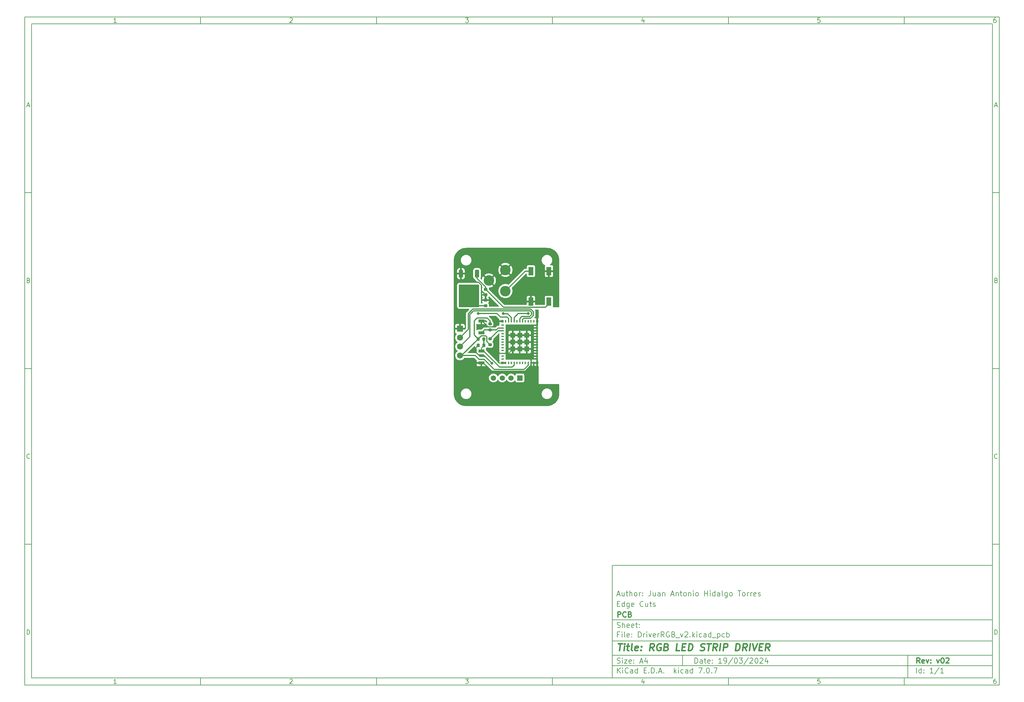
<source format=gbl>
%TF.GenerationSoftware,KiCad,Pcbnew,7.0.7*%
%TF.CreationDate,2024-06-25T18:17:05+02:00*%
%TF.ProjectId,DriverRGB_v2,44726976-6572-4524-9742-5f76322e6b69,v02*%
%TF.SameCoordinates,Original*%
%TF.FileFunction,Copper,L2,Bot*%
%TF.FilePolarity,Positive*%
%FSLAX46Y46*%
G04 Gerber Fmt 4.6, Leading zero omitted, Abs format (unit mm)*
G04 Created by KiCad (PCBNEW 7.0.7) date 2024-06-25 18:17:05*
%MOMM*%
%LPD*%
G01*
G04 APERTURE LIST*
G04 Aperture macros list*
%AMRoundRect*
0 Rectangle with rounded corners*
0 $1 Rounding radius*
0 $2 $3 $4 $5 $6 $7 $8 $9 X,Y pos of 4 corners*
0 Add a 4 corners polygon primitive as box body*
4,1,4,$2,$3,$4,$5,$6,$7,$8,$9,$2,$3,0*
0 Add four circle primitives for the rounded corners*
1,1,$1+$1,$2,$3*
1,1,$1+$1,$4,$5*
1,1,$1+$1,$6,$7*
1,1,$1+$1,$8,$9*
0 Add four rect primitives between the rounded corners*
20,1,$1+$1,$2,$3,$4,$5,0*
20,1,$1+$1,$4,$5,$6,$7,0*
20,1,$1+$1,$6,$7,$8,$9,0*
20,1,$1+$1,$8,$9,$2,$3,0*%
G04 Aperture macros list end*
%ADD10C,0.100000*%
%ADD11C,0.150000*%
%ADD12C,0.300000*%
%ADD13C,0.400000*%
%TA.AperFunction,ComponentPad*%
%ADD14C,3.000000*%
%TD*%
%TA.AperFunction,ComponentPad*%
%ADD15R,1.508000X1.508000*%
%TD*%
%TA.AperFunction,ComponentPad*%
%ADD16C,1.508000*%
%TD*%
%TA.AperFunction,SMDPad,CuDef*%
%ADD17RoundRect,0.200000X-0.275000X0.200000X-0.275000X-0.200000X0.275000X-0.200000X0.275000X0.200000X0*%
%TD*%
%TA.AperFunction,SMDPad,CuDef*%
%ADD18R,1.700000X0.900000*%
%TD*%
%TA.AperFunction,SMDPad,CuDef*%
%ADD19RoundRect,0.200000X0.275000X-0.200000X0.275000X0.200000X-0.275000X0.200000X-0.275000X-0.200000X0*%
%TD*%
%TA.AperFunction,SMDPad,CuDef*%
%ADD20R,0.400000X0.800000*%
%TD*%
%TA.AperFunction,SMDPad,CuDef*%
%ADD21R,0.800000X0.400000*%
%TD*%
%TA.AperFunction,SMDPad,CuDef*%
%ADD22R,1.450000X1.450000*%
%TD*%
%TA.AperFunction,SMDPad,CuDef*%
%ADD23R,0.700000X0.700000*%
%TD*%
%TA.AperFunction,SMDPad,CuDef*%
%ADD24RoundRect,0.225000X0.250000X-0.225000X0.250000X0.225000X-0.250000X0.225000X-0.250000X-0.225000X0*%
%TD*%
%TA.AperFunction,SMDPad,CuDef*%
%ADD25RoundRect,0.200000X-0.200000X-0.275000X0.200000X-0.275000X0.200000X0.275000X-0.200000X0.275000X0*%
%TD*%
%TA.AperFunction,ComponentPad*%
%ADD26R,1.725000X1.725000*%
%TD*%
%TA.AperFunction,ComponentPad*%
%ADD27C,1.725000*%
%TD*%
%TA.AperFunction,SMDPad,CuDef*%
%ADD28RoundRect,0.225000X0.225000X0.250000X-0.225000X0.250000X-0.225000X-0.250000X0.225000X-0.250000X0*%
%TD*%
%TA.AperFunction,SMDPad,CuDef*%
%ADD29R,1.350000X2.350000*%
%TD*%
%TA.AperFunction,SMDPad,CuDef*%
%ADD30RoundRect,0.250000X-0.350000X0.850000X-0.350000X-0.850000X0.350000X-0.850000X0.350000X0.850000X0*%
%TD*%
%TA.AperFunction,SMDPad,CuDef*%
%ADD31RoundRect,0.250000X-1.125000X1.275000X-1.125000X-1.275000X1.125000X-1.275000X1.125000X1.275000X0*%
%TD*%
%TA.AperFunction,SMDPad,CuDef*%
%ADD32RoundRect,0.249997X-2.650003X2.950003X-2.650003X-2.950003X2.650003X-2.950003X2.650003X2.950003X0*%
%TD*%
%TA.AperFunction,SMDPad,CuDef*%
%ADD33RoundRect,0.225000X-0.250000X0.225000X-0.250000X-0.225000X0.250000X-0.225000X0.250000X0.225000X0*%
%TD*%
%TA.AperFunction,ViaPad*%
%ADD34C,0.800000*%
%TD*%
%TA.AperFunction,Conductor*%
%ADD35C,0.250000*%
%TD*%
%TA.AperFunction,Conductor*%
%ADD36C,0.300000*%
%TD*%
%TA.AperFunction,Conductor*%
%ADD37C,0.700000*%
%TD*%
G04 APERTURE END LIST*
D10*
D11*
X177002200Y-166007200D02*
X285002200Y-166007200D01*
X285002200Y-198007200D01*
X177002200Y-198007200D01*
X177002200Y-166007200D01*
D10*
D11*
X10000000Y-10000000D02*
X287002200Y-10000000D01*
X287002200Y-200007200D01*
X10000000Y-200007200D01*
X10000000Y-10000000D01*
D10*
D11*
X12000000Y-12000000D02*
X285002200Y-12000000D01*
X285002200Y-198007200D01*
X12000000Y-198007200D01*
X12000000Y-12000000D01*
D10*
D11*
X60000000Y-12000000D02*
X60000000Y-10000000D01*
D10*
D11*
X110000000Y-12000000D02*
X110000000Y-10000000D01*
D10*
D11*
X160000000Y-12000000D02*
X160000000Y-10000000D01*
D10*
D11*
X210000000Y-12000000D02*
X210000000Y-10000000D01*
D10*
D11*
X260000000Y-12000000D02*
X260000000Y-10000000D01*
D10*
D11*
X36089160Y-11593604D02*
X35346303Y-11593604D01*
X35717731Y-11593604D02*
X35717731Y-10293604D01*
X35717731Y-10293604D02*
X35593922Y-10479319D01*
X35593922Y-10479319D02*
X35470112Y-10603128D01*
X35470112Y-10603128D02*
X35346303Y-10665033D01*
D10*
D11*
X85346303Y-10417414D02*
X85408207Y-10355509D01*
X85408207Y-10355509D02*
X85532017Y-10293604D01*
X85532017Y-10293604D02*
X85841541Y-10293604D01*
X85841541Y-10293604D02*
X85965350Y-10355509D01*
X85965350Y-10355509D02*
X86027255Y-10417414D01*
X86027255Y-10417414D02*
X86089160Y-10541223D01*
X86089160Y-10541223D02*
X86089160Y-10665033D01*
X86089160Y-10665033D02*
X86027255Y-10850747D01*
X86027255Y-10850747D02*
X85284398Y-11593604D01*
X85284398Y-11593604D02*
X86089160Y-11593604D01*
D10*
D11*
X135284398Y-10293604D02*
X136089160Y-10293604D01*
X136089160Y-10293604D02*
X135655826Y-10788842D01*
X135655826Y-10788842D02*
X135841541Y-10788842D01*
X135841541Y-10788842D02*
X135965350Y-10850747D01*
X135965350Y-10850747D02*
X136027255Y-10912652D01*
X136027255Y-10912652D02*
X136089160Y-11036461D01*
X136089160Y-11036461D02*
X136089160Y-11345985D01*
X136089160Y-11345985D02*
X136027255Y-11469795D01*
X136027255Y-11469795D02*
X135965350Y-11531700D01*
X135965350Y-11531700D02*
X135841541Y-11593604D01*
X135841541Y-11593604D02*
X135470112Y-11593604D01*
X135470112Y-11593604D02*
X135346303Y-11531700D01*
X135346303Y-11531700D02*
X135284398Y-11469795D01*
D10*
D11*
X185965350Y-10726938D02*
X185965350Y-11593604D01*
X185655826Y-10231700D02*
X185346303Y-11160271D01*
X185346303Y-11160271D02*
X186151064Y-11160271D01*
D10*
D11*
X236027255Y-10293604D02*
X235408207Y-10293604D01*
X235408207Y-10293604D02*
X235346303Y-10912652D01*
X235346303Y-10912652D02*
X235408207Y-10850747D01*
X235408207Y-10850747D02*
X235532017Y-10788842D01*
X235532017Y-10788842D02*
X235841541Y-10788842D01*
X235841541Y-10788842D02*
X235965350Y-10850747D01*
X235965350Y-10850747D02*
X236027255Y-10912652D01*
X236027255Y-10912652D02*
X236089160Y-11036461D01*
X236089160Y-11036461D02*
X236089160Y-11345985D01*
X236089160Y-11345985D02*
X236027255Y-11469795D01*
X236027255Y-11469795D02*
X235965350Y-11531700D01*
X235965350Y-11531700D02*
X235841541Y-11593604D01*
X235841541Y-11593604D02*
X235532017Y-11593604D01*
X235532017Y-11593604D02*
X235408207Y-11531700D01*
X235408207Y-11531700D02*
X235346303Y-11469795D01*
D10*
D11*
X285965350Y-10293604D02*
X285717731Y-10293604D01*
X285717731Y-10293604D02*
X285593922Y-10355509D01*
X285593922Y-10355509D02*
X285532017Y-10417414D01*
X285532017Y-10417414D02*
X285408207Y-10603128D01*
X285408207Y-10603128D02*
X285346303Y-10850747D01*
X285346303Y-10850747D02*
X285346303Y-11345985D01*
X285346303Y-11345985D02*
X285408207Y-11469795D01*
X285408207Y-11469795D02*
X285470112Y-11531700D01*
X285470112Y-11531700D02*
X285593922Y-11593604D01*
X285593922Y-11593604D02*
X285841541Y-11593604D01*
X285841541Y-11593604D02*
X285965350Y-11531700D01*
X285965350Y-11531700D02*
X286027255Y-11469795D01*
X286027255Y-11469795D02*
X286089160Y-11345985D01*
X286089160Y-11345985D02*
X286089160Y-11036461D01*
X286089160Y-11036461D02*
X286027255Y-10912652D01*
X286027255Y-10912652D02*
X285965350Y-10850747D01*
X285965350Y-10850747D02*
X285841541Y-10788842D01*
X285841541Y-10788842D02*
X285593922Y-10788842D01*
X285593922Y-10788842D02*
X285470112Y-10850747D01*
X285470112Y-10850747D02*
X285408207Y-10912652D01*
X285408207Y-10912652D02*
X285346303Y-11036461D01*
D10*
D11*
X60000000Y-198007200D02*
X60000000Y-200007200D01*
D10*
D11*
X110000000Y-198007200D02*
X110000000Y-200007200D01*
D10*
D11*
X160000000Y-198007200D02*
X160000000Y-200007200D01*
D10*
D11*
X210000000Y-198007200D02*
X210000000Y-200007200D01*
D10*
D11*
X260000000Y-198007200D02*
X260000000Y-200007200D01*
D10*
D11*
X36089160Y-199600804D02*
X35346303Y-199600804D01*
X35717731Y-199600804D02*
X35717731Y-198300804D01*
X35717731Y-198300804D02*
X35593922Y-198486519D01*
X35593922Y-198486519D02*
X35470112Y-198610328D01*
X35470112Y-198610328D02*
X35346303Y-198672233D01*
D10*
D11*
X85346303Y-198424614D02*
X85408207Y-198362709D01*
X85408207Y-198362709D02*
X85532017Y-198300804D01*
X85532017Y-198300804D02*
X85841541Y-198300804D01*
X85841541Y-198300804D02*
X85965350Y-198362709D01*
X85965350Y-198362709D02*
X86027255Y-198424614D01*
X86027255Y-198424614D02*
X86089160Y-198548423D01*
X86089160Y-198548423D02*
X86089160Y-198672233D01*
X86089160Y-198672233D02*
X86027255Y-198857947D01*
X86027255Y-198857947D02*
X85284398Y-199600804D01*
X85284398Y-199600804D02*
X86089160Y-199600804D01*
D10*
D11*
X135284398Y-198300804D02*
X136089160Y-198300804D01*
X136089160Y-198300804D02*
X135655826Y-198796042D01*
X135655826Y-198796042D02*
X135841541Y-198796042D01*
X135841541Y-198796042D02*
X135965350Y-198857947D01*
X135965350Y-198857947D02*
X136027255Y-198919852D01*
X136027255Y-198919852D02*
X136089160Y-199043661D01*
X136089160Y-199043661D02*
X136089160Y-199353185D01*
X136089160Y-199353185D02*
X136027255Y-199476995D01*
X136027255Y-199476995D02*
X135965350Y-199538900D01*
X135965350Y-199538900D02*
X135841541Y-199600804D01*
X135841541Y-199600804D02*
X135470112Y-199600804D01*
X135470112Y-199600804D02*
X135346303Y-199538900D01*
X135346303Y-199538900D02*
X135284398Y-199476995D01*
D10*
D11*
X185965350Y-198734138D02*
X185965350Y-199600804D01*
X185655826Y-198238900D02*
X185346303Y-199167471D01*
X185346303Y-199167471D02*
X186151064Y-199167471D01*
D10*
D11*
X236027255Y-198300804D02*
X235408207Y-198300804D01*
X235408207Y-198300804D02*
X235346303Y-198919852D01*
X235346303Y-198919852D02*
X235408207Y-198857947D01*
X235408207Y-198857947D02*
X235532017Y-198796042D01*
X235532017Y-198796042D02*
X235841541Y-198796042D01*
X235841541Y-198796042D02*
X235965350Y-198857947D01*
X235965350Y-198857947D02*
X236027255Y-198919852D01*
X236027255Y-198919852D02*
X236089160Y-199043661D01*
X236089160Y-199043661D02*
X236089160Y-199353185D01*
X236089160Y-199353185D02*
X236027255Y-199476995D01*
X236027255Y-199476995D02*
X235965350Y-199538900D01*
X235965350Y-199538900D02*
X235841541Y-199600804D01*
X235841541Y-199600804D02*
X235532017Y-199600804D01*
X235532017Y-199600804D02*
X235408207Y-199538900D01*
X235408207Y-199538900D02*
X235346303Y-199476995D01*
D10*
D11*
X285965350Y-198300804D02*
X285717731Y-198300804D01*
X285717731Y-198300804D02*
X285593922Y-198362709D01*
X285593922Y-198362709D02*
X285532017Y-198424614D01*
X285532017Y-198424614D02*
X285408207Y-198610328D01*
X285408207Y-198610328D02*
X285346303Y-198857947D01*
X285346303Y-198857947D02*
X285346303Y-199353185D01*
X285346303Y-199353185D02*
X285408207Y-199476995D01*
X285408207Y-199476995D02*
X285470112Y-199538900D01*
X285470112Y-199538900D02*
X285593922Y-199600804D01*
X285593922Y-199600804D02*
X285841541Y-199600804D01*
X285841541Y-199600804D02*
X285965350Y-199538900D01*
X285965350Y-199538900D02*
X286027255Y-199476995D01*
X286027255Y-199476995D02*
X286089160Y-199353185D01*
X286089160Y-199353185D02*
X286089160Y-199043661D01*
X286089160Y-199043661D02*
X286027255Y-198919852D01*
X286027255Y-198919852D02*
X285965350Y-198857947D01*
X285965350Y-198857947D02*
X285841541Y-198796042D01*
X285841541Y-198796042D02*
X285593922Y-198796042D01*
X285593922Y-198796042D02*
X285470112Y-198857947D01*
X285470112Y-198857947D02*
X285408207Y-198919852D01*
X285408207Y-198919852D02*
X285346303Y-199043661D01*
D10*
D11*
X10000000Y-60000000D02*
X12000000Y-60000000D01*
D10*
D11*
X10000000Y-110000000D02*
X12000000Y-110000000D01*
D10*
D11*
X10000000Y-160000000D02*
X12000000Y-160000000D01*
D10*
D11*
X10690476Y-35222176D02*
X11309523Y-35222176D01*
X10566666Y-35593604D02*
X10999999Y-34293604D01*
X10999999Y-34293604D02*
X11433333Y-35593604D01*
D10*
D11*
X11092857Y-84912652D02*
X11278571Y-84974557D01*
X11278571Y-84974557D02*
X11340476Y-85036461D01*
X11340476Y-85036461D02*
X11402380Y-85160271D01*
X11402380Y-85160271D02*
X11402380Y-85345985D01*
X11402380Y-85345985D02*
X11340476Y-85469795D01*
X11340476Y-85469795D02*
X11278571Y-85531700D01*
X11278571Y-85531700D02*
X11154761Y-85593604D01*
X11154761Y-85593604D02*
X10659523Y-85593604D01*
X10659523Y-85593604D02*
X10659523Y-84293604D01*
X10659523Y-84293604D02*
X11092857Y-84293604D01*
X11092857Y-84293604D02*
X11216666Y-84355509D01*
X11216666Y-84355509D02*
X11278571Y-84417414D01*
X11278571Y-84417414D02*
X11340476Y-84541223D01*
X11340476Y-84541223D02*
X11340476Y-84665033D01*
X11340476Y-84665033D02*
X11278571Y-84788842D01*
X11278571Y-84788842D02*
X11216666Y-84850747D01*
X11216666Y-84850747D02*
X11092857Y-84912652D01*
X11092857Y-84912652D02*
X10659523Y-84912652D01*
D10*
D11*
X11402380Y-135469795D02*
X11340476Y-135531700D01*
X11340476Y-135531700D02*
X11154761Y-135593604D01*
X11154761Y-135593604D02*
X11030952Y-135593604D01*
X11030952Y-135593604D02*
X10845238Y-135531700D01*
X10845238Y-135531700D02*
X10721428Y-135407890D01*
X10721428Y-135407890D02*
X10659523Y-135284080D01*
X10659523Y-135284080D02*
X10597619Y-135036461D01*
X10597619Y-135036461D02*
X10597619Y-134850747D01*
X10597619Y-134850747D02*
X10659523Y-134603128D01*
X10659523Y-134603128D02*
X10721428Y-134479319D01*
X10721428Y-134479319D02*
X10845238Y-134355509D01*
X10845238Y-134355509D02*
X11030952Y-134293604D01*
X11030952Y-134293604D02*
X11154761Y-134293604D01*
X11154761Y-134293604D02*
X11340476Y-134355509D01*
X11340476Y-134355509D02*
X11402380Y-134417414D01*
D10*
D11*
X10659523Y-185593604D02*
X10659523Y-184293604D01*
X10659523Y-184293604D02*
X10969047Y-184293604D01*
X10969047Y-184293604D02*
X11154761Y-184355509D01*
X11154761Y-184355509D02*
X11278571Y-184479319D01*
X11278571Y-184479319D02*
X11340476Y-184603128D01*
X11340476Y-184603128D02*
X11402380Y-184850747D01*
X11402380Y-184850747D02*
X11402380Y-185036461D01*
X11402380Y-185036461D02*
X11340476Y-185284080D01*
X11340476Y-185284080D02*
X11278571Y-185407890D01*
X11278571Y-185407890D02*
X11154761Y-185531700D01*
X11154761Y-185531700D02*
X10969047Y-185593604D01*
X10969047Y-185593604D02*
X10659523Y-185593604D01*
D10*
D11*
X287002200Y-60000000D02*
X285002200Y-60000000D01*
D10*
D11*
X287002200Y-110000000D02*
X285002200Y-110000000D01*
D10*
D11*
X287002200Y-160000000D02*
X285002200Y-160000000D01*
D10*
D11*
X285692676Y-35222176D02*
X286311723Y-35222176D01*
X285568866Y-35593604D02*
X286002199Y-34293604D01*
X286002199Y-34293604D02*
X286435533Y-35593604D01*
D10*
D11*
X286095057Y-84912652D02*
X286280771Y-84974557D01*
X286280771Y-84974557D02*
X286342676Y-85036461D01*
X286342676Y-85036461D02*
X286404580Y-85160271D01*
X286404580Y-85160271D02*
X286404580Y-85345985D01*
X286404580Y-85345985D02*
X286342676Y-85469795D01*
X286342676Y-85469795D02*
X286280771Y-85531700D01*
X286280771Y-85531700D02*
X286156961Y-85593604D01*
X286156961Y-85593604D02*
X285661723Y-85593604D01*
X285661723Y-85593604D02*
X285661723Y-84293604D01*
X285661723Y-84293604D02*
X286095057Y-84293604D01*
X286095057Y-84293604D02*
X286218866Y-84355509D01*
X286218866Y-84355509D02*
X286280771Y-84417414D01*
X286280771Y-84417414D02*
X286342676Y-84541223D01*
X286342676Y-84541223D02*
X286342676Y-84665033D01*
X286342676Y-84665033D02*
X286280771Y-84788842D01*
X286280771Y-84788842D02*
X286218866Y-84850747D01*
X286218866Y-84850747D02*
X286095057Y-84912652D01*
X286095057Y-84912652D02*
X285661723Y-84912652D01*
D10*
D11*
X286404580Y-135469795D02*
X286342676Y-135531700D01*
X286342676Y-135531700D02*
X286156961Y-135593604D01*
X286156961Y-135593604D02*
X286033152Y-135593604D01*
X286033152Y-135593604D02*
X285847438Y-135531700D01*
X285847438Y-135531700D02*
X285723628Y-135407890D01*
X285723628Y-135407890D02*
X285661723Y-135284080D01*
X285661723Y-135284080D02*
X285599819Y-135036461D01*
X285599819Y-135036461D02*
X285599819Y-134850747D01*
X285599819Y-134850747D02*
X285661723Y-134603128D01*
X285661723Y-134603128D02*
X285723628Y-134479319D01*
X285723628Y-134479319D02*
X285847438Y-134355509D01*
X285847438Y-134355509D02*
X286033152Y-134293604D01*
X286033152Y-134293604D02*
X286156961Y-134293604D01*
X286156961Y-134293604D02*
X286342676Y-134355509D01*
X286342676Y-134355509D02*
X286404580Y-134417414D01*
D10*
D11*
X285661723Y-185593604D02*
X285661723Y-184293604D01*
X285661723Y-184293604D02*
X285971247Y-184293604D01*
X285971247Y-184293604D02*
X286156961Y-184355509D01*
X286156961Y-184355509D02*
X286280771Y-184479319D01*
X286280771Y-184479319D02*
X286342676Y-184603128D01*
X286342676Y-184603128D02*
X286404580Y-184850747D01*
X286404580Y-184850747D02*
X286404580Y-185036461D01*
X286404580Y-185036461D02*
X286342676Y-185284080D01*
X286342676Y-185284080D02*
X286280771Y-185407890D01*
X286280771Y-185407890D02*
X286156961Y-185531700D01*
X286156961Y-185531700D02*
X285971247Y-185593604D01*
X285971247Y-185593604D02*
X285661723Y-185593604D01*
D10*
D11*
X200458026Y-193793328D02*
X200458026Y-192293328D01*
X200458026Y-192293328D02*
X200815169Y-192293328D01*
X200815169Y-192293328D02*
X201029455Y-192364757D01*
X201029455Y-192364757D02*
X201172312Y-192507614D01*
X201172312Y-192507614D02*
X201243741Y-192650471D01*
X201243741Y-192650471D02*
X201315169Y-192936185D01*
X201315169Y-192936185D02*
X201315169Y-193150471D01*
X201315169Y-193150471D02*
X201243741Y-193436185D01*
X201243741Y-193436185D02*
X201172312Y-193579042D01*
X201172312Y-193579042D02*
X201029455Y-193721900D01*
X201029455Y-193721900D02*
X200815169Y-193793328D01*
X200815169Y-193793328D02*
X200458026Y-193793328D01*
X202600884Y-193793328D02*
X202600884Y-193007614D01*
X202600884Y-193007614D02*
X202529455Y-192864757D01*
X202529455Y-192864757D02*
X202386598Y-192793328D01*
X202386598Y-192793328D02*
X202100884Y-192793328D01*
X202100884Y-192793328D02*
X201958026Y-192864757D01*
X202600884Y-193721900D02*
X202458026Y-193793328D01*
X202458026Y-193793328D02*
X202100884Y-193793328D01*
X202100884Y-193793328D02*
X201958026Y-193721900D01*
X201958026Y-193721900D02*
X201886598Y-193579042D01*
X201886598Y-193579042D02*
X201886598Y-193436185D01*
X201886598Y-193436185D02*
X201958026Y-193293328D01*
X201958026Y-193293328D02*
X202100884Y-193221900D01*
X202100884Y-193221900D02*
X202458026Y-193221900D01*
X202458026Y-193221900D02*
X202600884Y-193150471D01*
X203100884Y-192793328D02*
X203672312Y-192793328D01*
X203315169Y-192293328D02*
X203315169Y-193579042D01*
X203315169Y-193579042D02*
X203386598Y-193721900D01*
X203386598Y-193721900D02*
X203529455Y-193793328D01*
X203529455Y-193793328D02*
X203672312Y-193793328D01*
X204743741Y-193721900D02*
X204600884Y-193793328D01*
X204600884Y-193793328D02*
X204315170Y-193793328D01*
X204315170Y-193793328D02*
X204172312Y-193721900D01*
X204172312Y-193721900D02*
X204100884Y-193579042D01*
X204100884Y-193579042D02*
X204100884Y-193007614D01*
X204100884Y-193007614D02*
X204172312Y-192864757D01*
X204172312Y-192864757D02*
X204315170Y-192793328D01*
X204315170Y-192793328D02*
X204600884Y-192793328D01*
X204600884Y-192793328D02*
X204743741Y-192864757D01*
X204743741Y-192864757D02*
X204815170Y-193007614D01*
X204815170Y-193007614D02*
X204815170Y-193150471D01*
X204815170Y-193150471D02*
X204100884Y-193293328D01*
X205458026Y-193650471D02*
X205529455Y-193721900D01*
X205529455Y-193721900D02*
X205458026Y-193793328D01*
X205458026Y-193793328D02*
X205386598Y-193721900D01*
X205386598Y-193721900D02*
X205458026Y-193650471D01*
X205458026Y-193650471D02*
X205458026Y-193793328D01*
X205458026Y-192864757D02*
X205529455Y-192936185D01*
X205529455Y-192936185D02*
X205458026Y-193007614D01*
X205458026Y-193007614D02*
X205386598Y-192936185D01*
X205386598Y-192936185D02*
X205458026Y-192864757D01*
X205458026Y-192864757D02*
X205458026Y-193007614D01*
X208100884Y-193793328D02*
X207243741Y-193793328D01*
X207672312Y-193793328D02*
X207672312Y-192293328D01*
X207672312Y-192293328D02*
X207529455Y-192507614D01*
X207529455Y-192507614D02*
X207386598Y-192650471D01*
X207386598Y-192650471D02*
X207243741Y-192721900D01*
X208815169Y-193793328D02*
X209100883Y-193793328D01*
X209100883Y-193793328D02*
X209243740Y-193721900D01*
X209243740Y-193721900D02*
X209315169Y-193650471D01*
X209315169Y-193650471D02*
X209458026Y-193436185D01*
X209458026Y-193436185D02*
X209529455Y-193150471D01*
X209529455Y-193150471D02*
X209529455Y-192579042D01*
X209529455Y-192579042D02*
X209458026Y-192436185D01*
X209458026Y-192436185D02*
X209386598Y-192364757D01*
X209386598Y-192364757D02*
X209243740Y-192293328D01*
X209243740Y-192293328D02*
X208958026Y-192293328D01*
X208958026Y-192293328D02*
X208815169Y-192364757D01*
X208815169Y-192364757D02*
X208743740Y-192436185D01*
X208743740Y-192436185D02*
X208672312Y-192579042D01*
X208672312Y-192579042D02*
X208672312Y-192936185D01*
X208672312Y-192936185D02*
X208743740Y-193079042D01*
X208743740Y-193079042D02*
X208815169Y-193150471D01*
X208815169Y-193150471D02*
X208958026Y-193221900D01*
X208958026Y-193221900D02*
X209243740Y-193221900D01*
X209243740Y-193221900D02*
X209386598Y-193150471D01*
X209386598Y-193150471D02*
X209458026Y-193079042D01*
X209458026Y-193079042D02*
X209529455Y-192936185D01*
X211243740Y-192221900D02*
X209958026Y-194150471D01*
X212029455Y-192293328D02*
X212172312Y-192293328D01*
X212172312Y-192293328D02*
X212315169Y-192364757D01*
X212315169Y-192364757D02*
X212386598Y-192436185D01*
X212386598Y-192436185D02*
X212458026Y-192579042D01*
X212458026Y-192579042D02*
X212529455Y-192864757D01*
X212529455Y-192864757D02*
X212529455Y-193221900D01*
X212529455Y-193221900D02*
X212458026Y-193507614D01*
X212458026Y-193507614D02*
X212386598Y-193650471D01*
X212386598Y-193650471D02*
X212315169Y-193721900D01*
X212315169Y-193721900D02*
X212172312Y-193793328D01*
X212172312Y-193793328D02*
X212029455Y-193793328D01*
X212029455Y-193793328D02*
X211886598Y-193721900D01*
X211886598Y-193721900D02*
X211815169Y-193650471D01*
X211815169Y-193650471D02*
X211743740Y-193507614D01*
X211743740Y-193507614D02*
X211672312Y-193221900D01*
X211672312Y-193221900D02*
X211672312Y-192864757D01*
X211672312Y-192864757D02*
X211743740Y-192579042D01*
X211743740Y-192579042D02*
X211815169Y-192436185D01*
X211815169Y-192436185D02*
X211886598Y-192364757D01*
X211886598Y-192364757D02*
X212029455Y-192293328D01*
X213029454Y-192293328D02*
X213958026Y-192293328D01*
X213958026Y-192293328D02*
X213458026Y-192864757D01*
X213458026Y-192864757D02*
X213672311Y-192864757D01*
X213672311Y-192864757D02*
X213815169Y-192936185D01*
X213815169Y-192936185D02*
X213886597Y-193007614D01*
X213886597Y-193007614D02*
X213958026Y-193150471D01*
X213958026Y-193150471D02*
X213958026Y-193507614D01*
X213958026Y-193507614D02*
X213886597Y-193650471D01*
X213886597Y-193650471D02*
X213815169Y-193721900D01*
X213815169Y-193721900D02*
X213672311Y-193793328D01*
X213672311Y-193793328D02*
X213243740Y-193793328D01*
X213243740Y-193793328D02*
X213100883Y-193721900D01*
X213100883Y-193721900D02*
X213029454Y-193650471D01*
X215672311Y-192221900D02*
X214386597Y-194150471D01*
X216100883Y-192436185D02*
X216172311Y-192364757D01*
X216172311Y-192364757D02*
X216315169Y-192293328D01*
X216315169Y-192293328D02*
X216672311Y-192293328D01*
X216672311Y-192293328D02*
X216815169Y-192364757D01*
X216815169Y-192364757D02*
X216886597Y-192436185D01*
X216886597Y-192436185D02*
X216958026Y-192579042D01*
X216958026Y-192579042D02*
X216958026Y-192721900D01*
X216958026Y-192721900D02*
X216886597Y-192936185D01*
X216886597Y-192936185D02*
X216029454Y-193793328D01*
X216029454Y-193793328D02*
X216958026Y-193793328D01*
X217886597Y-192293328D02*
X218029454Y-192293328D01*
X218029454Y-192293328D02*
X218172311Y-192364757D01*
X218172311Y-192364757D02*
X218243740Y-192436185D01*
X218243740Y-192436185D02*
X218315168Y-192579042D01*
X218315168Y-192579042D02*
X218386597Y-192864757D01*
X218386597Y-192864757D02*
X218386597Y-193221900D01*
X218386597Y-193221900D02*
X218315168Y-193507614D01*
X218315168Y-193507614D02*
X218243740Y-193650471D01*
X218243740Y-193650471D02*
X218172311Y-193721900D01*
X218172311Y-193721900D02*
X218029454Y-193793328D01*
X218029454Y-193793328D02*
X217886597Y-193793328D01*
X217886597Y-193793328D02*
X217743740Y-193721900D01*
X217743740Y-193721900D02*
X217672311Y-193650471D01*
X217672311Y-193650471D02*
X217600882Y-193507614D01*
X217600882Y-193507614D02*
X217529454Y-193221900D01*
X217529454Y-193221900D02*
X217529454Y-192864757D01*
X217529454Y-192864757D02*
X217600882Y-192579042D01*
X217600882Y-192579042D02*
X217672311Y-192436185D01*
X217672311Y-192436185D02*
X217743740Y-192364757D01*
X217743740Y-192364757D02*
X217886597Y-192293328D01*
X218958025Y-192436185D02*
X219029453Y-192364757D01*
X219029453Y-192364757D02*
X219172311Y-192293328D01*
X219172311Y-192293328D02*
X219529453Y-192293328D01*
X219529453Y-192293328D02*
X219672311Y-192364757D01*
X219672311Y-192364757D02*
X219743739Y-192436185D01*
X219743739Y-192436185D02*
X219815168Y-192579042D01*
X219815168Y-192579042D02*
X219815168Y-192721900D01*
X219815168Y-192721900D02*
X219743739Y-192936185D01*
X219743739Y-192936185D02*
X218886596Y-193793328D01*
X218886596Y-193793328D02*
X219815168Y-193793328D01*
X221100882Y-192793328D02*
X221100882Y-193793328D01*
X220743739Y-192221900D02*
X220386596Y-193293328D01*
X220386596Y-193293328D02*
X221315167Y-193293328D01*
D10*
D11*
X177002200Y-194507200D02*
X285002200Y-194507200D01*
D10*
D11*
X178458026Y-196593328D02*
X178458026Y-195093328D01*
X179315169Y-196593328D02*
X178672312Y-195736185D01*
X179315169Y-195093328D02*
X178458026Y-195950471D01*
X179958026Y-196593328D02*
X179958026Y-195593328D01*
X179958026Y-195093328D02*
X179886598Y-195164757D01*
X179886598Y-195164757D02*
X179958026Y-195236185D01*
X179958026Y-195236185D02*
X180029455Y-195164757D01*
X180029455Y-195164757D02*
X179958026Y-195093328D01*
X179958026Y-195093328D02*
X179958026Y-195236185D01*
X181529455Y-196450471D02*
X181458027Y-196521900D01*
X181458027Y-196521900D02*
X181243741Y-196593328D01*
X181243741Y-196593328D02*
X181100884Y-196593328D01*
X181100884Y-196593328D02*
X180886598Y-196521900D01*
X180886598Y-196521900D02*
X180743741Y-196379042D01*
X180743741Y-196379042D02*
X180672312Y-196236185D01*
X180672312Y-196236185D02*
X180600884Y-195950471D01*
X180600884Y-195950471D02*
X180600884Y-195736185D01*
X180600884Y-195736185D02*
X180672312Y-195450471D01*
X180672312Y-195450471D02*
X180743741Y-195307614D01*
X180743741Y-195307614D02*
X180886598Y-195164757D01*
X180886598Y-195164757D02*
X181100884Y-195093328D01*
X181100884Y-195093328D02*
X181243741Y-195093328D01*
X181243741Y-195093328D02*
X181458027Y-195164757D01*
X181458027Y-195164757D02*
X181529455Y-195236185D01*
X182815170Y-196593328D02*
X182815170Y-195807614D01*
X182815170Y-195807614D02*
X182743741Y-195664757D01*
X182743741Y-195664757D02*
X182600884Y-195593328D01*
X182600884Y-195593328D02*
X182315170Y-195593328D01*
X182315170Y-195593328D02*
X182172312Y-195664757D01*
X182815170Y-196521900D02*
X182672312Y-196593328D01*
X182672312Y-196593328D02*
X182315170Y-196593328D01*
X182315170Y-196593328D02*
X182172312Y-196521900D01*
X182172312Y-196521900D02*
X182100884Y-196379042D01*
X182100884Y-196379042D02*
X182100884Y-196236185D01*
X182100884Y-196236185D02*
X182172312Y-196093328D01*
X182172312Y-196093328D02*
X182315170Y-196021900D01*
X182315170Y-196021900D02*
X182672312Y-196021900D01*
X182672312Y-196021900D02*
X182815170Y-195950471D01*
X184172313Y-196593328D02*
X184172313Y-195093328D01*
X184172313Y-196521900D02*
X184029455Y-196593328D01*
X184029455Y-196593328D02*
X183743741Y-196593328D01*
X183743741Y-196593328D02*
X183600884Y-196521900D01*
X183600884Y-196521900D02*
X183529455Y-196450471D01*
X183529455Y-196450471D02*
X183458027Y-196307614D01*
X183458027Y-196307614D02*
X183458027Y-195879042D01*
X183458027Y-195879042D02*
X183529455Y-195736185D01*
X183529455Y-195736185D02*
X183600884Y-195664757D01*
X183600884Y-195664757D02*
X183743741Y-195593328D01*
X183743741Y-195593328D02*
X184029455Y-195593328D01*
X184029455Y-195593328D02*
X184172313Y-195664757D01*
X186029455Y-195807614D02*
X186529455Y-195807614D01*
X186743741Y-196593328D02*
X186029455Y-196593328D01*
X186029455Y-196593328D02*
X186029455Y-195093328D01*
X186029455Y-195093328D02*
X186743741Y-195093328D01*
X187386598Y-196450471D02*
X187458027Y-196521900D01*
X187458027Y-196521900D02*
X187386598Y-196593328D01*
X187386598Y-196593328D02*
X187315170Y-196521900D01*
X187315170Y-196521900D02*
X187386598Y-196450471D01*
X187386598Y-196450471D02*
X187386598Y-196593328D01*
X188100884Y-196593328D02*
X188100884Y-195093328D01*
X188100884Y-195093328D02*
X188458027Y-195093328D01*
X188458027Y-195093328D02*
X188672313Y-195164757D01*
X188672313Y-195164757D02*
X188815170Y-195307614D01*
X188815170Y-195307614D02*
X188886599Y-195450471D01*
X188886599Y-195450471D02*
X188958027Y-195736185D01*
X188958027Y-195736185D02*
X188958027Y-195950471D01*
X188958027Y-195950471D02*
X188886599Y-196236185D01*
X188886599Y-196236185D02*
X188815170Y-196379042D01*
X188815170Y-196379042D02*
X188672313Y-196521900D01*
X188672313Y-196521900D02*
X188458027Y-196593328D01*
X188458027Y-196593328D02*
X188100884Y-196593328D01*
X189600884Y-196450471D02*
X189672313Y-196521900D01*
X189672313Y-196521900D02*
X189600884Y-196593328D01*
X189600884Y-196593328D02*
X189529456Y-196521900D01*
X189529456Y-196521900D02*
X189600884Y-196450471D01*
X189600884Y-196450471D02*
X189600884Y-196593328D01*
X190243742Y-196164757D02*
X190958028Y-196164757D01*
X190100885Y-196593328D02*
X190600885Y-195093328D01*
X190600885Y-195093328D02*
X191100885Y-196593328D01*
X191600884Y-196450471D02*
X191672313Y-196521900D01*
X191672313Y-196521900D02*
X191600884Y-196593328D01*
X191600884Y-196593328D02*
X191529456Y-196521900D01*
X191529456Y-196521900D02*
X191600884Y-196450471D01*
X191600884Y-196450471D02*
X191600884Y-196593328D01*
X194600884Y-196593328D02*
X194600884Y-195093328D01*
X194743742Y-196021900D02*
X195172313Y-196593328D01*
X195172313Y-195593328D02*
X194600884Y-196164757D01*
X195815170Y-196593328D02*
X195815170Y-195593328D01*
X195815170Y-195093328D02*
X195743742Y-195164757D01*
X195743742Y-195164757D02*
X195815170Y-195236185D01*
X195815170Y-195236185D02*
X195886599Y-195164757D01*
X195886599Y-195164757D02*
X195815170Y-195093328D01*
X195815170Y-195093328D02*
X195815170Y-195236185D01*
X197172314Y-196521900D02*
X197029456Y-196593328D01*
X197029456Y-196593328D02*
X196743742Y-196593328D01*
X196743742Y-196593328D02*
X196600885Y-196521900D01*
X196600885Y-196521900D02*
X196529456Y-196450471D01*
X196529456Y-196450471D02*
X196458028Y-196307614D01*
X196458028Y-196307614D02*
X196458028Y-195879042D01*
X196458028Y-195879042D02*
X196529456Y-195736185D01*
X196529456Y-195736185D02*
X196600885Y-195664757D01*
X196600885Y-195664757D02*
X196743742Y-195593328D01*
X196743742Y-195593328D02*
X197029456Y-195593328D01*
X197029456Y-195593328D02*
X197172314Y-195664757D01*
X198458028Y-196593328D02*
X198458028Y-195807614D01*
X198458028Y-195807614D02*
X198386599Y-195664757D01*
X198386599Y-195664757D02*
X198243742Y-195593328D01*
X198243742Y-195593328D02*
X197958028Y-195593328D01*
X197958028Y-195593328D02*
X197815170Y-195664757D01*
X198458028Y-196521900D02*
X198315170Y-196593328D01*
X198315170Y-196593328D02*
X197958028Y-196593328D01*
X197958028Y-196593328D02*
X197815170Y-196521900D01*
X197815170Y-196521900D02*
X197743742Y-196379042D01*
X197743742Y-196379042D02*
X197743742Y-196236185D01*
X197743742Y-196236185D02*
X197815170Y-196093328D01*
X197815170Y-196093328D02*
X197958028Y-196021900D01*
X197958028Y-196021900D02*
X198315170Y-196021900D01*
X198315170Y-196021900D02*
X198458028Y-195950471D01*
X199815171Y-196593328D02*
X199815171Y-195093328D01*
X199815171Y-196521900D02*
X199672313Y-196593328D01*
X199672313Y-196593328D02*
X199386599Y-196593328D01*
X199386599Y-196593328D02*
X199243742Y-196521900D01*
X199243742Y-196521900D02*
X199172313Y-196450471D01*
X199172313Y-196450471D02*
X199100885Y-196307614D01*
X199100885Y-196307614D02*
X199100885Y-195879042D01*
X199100885Y-195879042D02*
X199172313Y-195736185D01*
X199172313Y-195736185D02*
X199243742Y-195664757D01*
X199243742Y-195664757D02*
X199386599Y-195593328D01*
X199386599Y-195593328D02*
X199672313Y-195593328D01*
X199672313Y-195593328D02*
X199815171Y-195664757D01*
X201529456Y-195093328D02*
X202529456Y-195093328D01*
X202529456Y-195093328D02*
X201886599Y-196593328D01*
X203100884Y-196450471D02*
X203172313Y-196521900D01*
X203172313Y-196521900D02*
X203100884Y-196593328D01*
X203100884Y-196593328D02*
X203029456Y-196521900D01*
X203029456Y-196521900D02*
X203100884Y-196450471D01*
X203100884Y-196450471D02*
X203100884Y-196593328D01*
X204100885Y-195093328D02*
X204243742Y-195093328D01*
X204243742Y-195093328D02*
X204386599Y-195164757D01*
X204386599Y-195164757D02*
X204458028Y-195236185D01*
X204458028Y-195236185D02*
X204529456Y-195379042D01*
X204529456Y-195379042D02*
X204600885Y-195664757D01*
X204600885Y-195664757D02*
X204600885Y-196021900D01*
X204600885Y-196021900D02*
X204529456Y-196307614D01*
X204529456Y-196307614D02*
X204458028Y-196450471D01*
X204458028Y-196450471D02*
X204386599Y-196521900D01*
X204386599Y-196521900D02*
X204243742Y-196593328D01*
X204243742Y-196593328D02*
X204100885Y-196593328D01*
X204100885Y-196593328D02*
X203958028Y-196521900D01*
X203958028Y-196521900D02*
X203886599Y-196450471D01*
X203886599Y-196450471D02*
X203815170Y-196307614D01*
X203815170Y-196307614D02*
X203743742Y-196021900D01*
X203743742Y-196021900D02*
X203743742Y-195664757D01*
X203743742Y-195664757D02*
X203815170Y-195379042D01*
X203815170Y-195379042D02*
X203886599Y-195236185D01*
X203886599Y-195236185D02*
X203958028Y-195164757D01*
X203958028Y-195164757D02*
X204100885Y-195093328D01*
X205243741Y-196450471D02*
X205315170Y-196521900D01*
X205315170Y-196521900D02*
X205243741Y-196593328D01*
X205243741Y-196593328D02*
X205172313Y-196521900D01*
X205172313Y-196521900D02*
X205243741Y-196450471D01*
X205243741Y-196450471D02*
X205243741Y-196593328D01*
X205815170Y-195093328D02*
X206815170Y-195093328D01*
X206815170Y-195093328D02*
X206172313Y-196593328D01*
D10*
D11*
X177002200Y-191507200D02*
X285002200Y-191507200D01*
D10*
D12*
X264413853Y-193785528D02*
X263913853Y-193071242D01*
X263556710Y-193785528D02*
X263556710Y-192285528D01*
X263556710Y-192285528D02*
X264128139Y-192285528D01*
X264128139Y-192285528D02*
X264270996Y-192356957D01*
X264270996Y-192356957D02*
X264342425Y-192428385D01*
X264342425Y-192428385D02*
X264413853Y-192571242D01*
X264413853Y-192571242D02*
X264413853Y-192785528D01*
X264413853Y-192785528D02*
X264342425Y-192928385D01*
X264342425Y-192928385D02*
X264270996Y-192999814D01*
X264270996Y-192999814D02*
X264128139Y-193071242D01*
X264128139Y-193071242D02*
X263556710Y-193071242D01*
X265628139Y-193714100D02*
X265485282Y-193785528D01*
X265485282Y-193785528D02*
X265199568Y-193785528D01*
X265199568Y-193785528D02*
X265056710Y-193714100D01*
X265056710Y-193714100D02*
X264985282Y-193571242D01*
X264985282Y-193571242D02*
X264985282Y-192999814D01*
X264985282Y-192999814D02*
X265056710Y-192856957D01*
X265056710Y-192856957D02*
X265199568Y-192785528D01*
X265199568Y-192785528D02*
X265485282Y-192785528D01*
X265485282Y-192785528D02*
X265628139Y-192856957D01*
X265628139Y-192856957D02*
X265699568Y-192999814D01*
X265699568Y-192999814D02*
X265699568Y-193142671D01*
X265699568Y-193142671D02*
X264985282Y-193285528D01*
X266199567Y-192785528D02*
X266556710Y-193785528D01*
X266556710Y-193785528D02*
X266913853Y-192785528D01*
X267485281Y-193642671D02*
X267556710Y-193714100D01*
X267556710Y-193714100D02*
X267485281Y-193785528D01*
X267485281Y-193785528D02*
X267413853Y-193714100D01*
X267413853Y-193714100D02*
X267485281Y-193642671D01*
X267485281Y-193642671D02*
X267485281Y-193785528D01*
X267485281Y-192856957D02*
X267556710Y-192928385D01*
X267556710Y-192928385D02*
X267485281Y-192999814D01*
X267485281Y-192999814D02*
X267413853Y-192928385D01*
X267413853Y-192928385D02*
X267485281Y-192856957D01*
X267485281Y-192856957D02*
X267485281Y-192999814D01*
X269199567Y-192785528D02*
X269556710Y-193785528D01*
X269556710Y-193785528D02*
X269913853Y-192785528D01*
X270770996Y-192285528D02*
X270913853Y-192285528D01*
X270913853Y-192285528D02*
X271056710Y-192356957D01*
X271056710Y-192356957D02*
X271128139Y-192428385D01*
X271128139Y-192428385D02*
X271199567Y-192571242D01*
X271199567Y-192571242D02*
X271270996Y-192856957D01*
X271270996Y-192856957D02*
X271270996Y-193214100D01*
X271270996Y-193214100D02*
X271199567Y-193499814D01*
X271199567Y-193499814D02*
X271128139Y-193642671D01*
X271128139Y-193642671D02*
X271056710Y-193714100D01*
X271056710Y-193714100D02*
X270913853Y-193785528D01*
X270913853Y-193785528D02*
X270770996Y-193785528D01*
X270770996Y-193785528D02*
X270628139Y-193714100D01*
X270628139Y-193714100D02*
X270556710Y-193642671D01*
X270556710Y-193642671D02*
X270485281Y-193499814D01*
X270485281Y-193499814D02*
X270413853Y-193214100D01*
X270413853Y-193214100D02*
X270413853Y-192856957D01*
X270413853Y-192856957D02*
X270485281Y-192571242D01*
X270485281Y-192571242D02*
X270556710Y-192428385D01*
X270556710Y-192428385D02*
X270628139Y-192356957D01*
X270628139Y-192356957D02*
X270770996Y-192285528D01*
X271842424Y-192428385D02*
X271913852Y-192356957D01*
X271913852Y-192356957D02*
X272056710Y-192285528D01*
X272056710Y-192285528D02*
X272413852Y-192285528D01*
X272413852Y-192285528D02*
X272556710Y-192356957D01*
X272556710Y-192356957D02*
X272628138Y-192428385D01*
X272628138Y-192428385D02*
X272699567Y-192571242D01*
X272699567Y-192571242D02*
X272699567Y-192714100D01*
X272699567Y-192714100D02*
X272628138Y-192928385D01*
X272628138Y-192928385D02*
X271770995Y-193785528D01*
X271770995Y-193785528D02*
X272699567Y-193785528D01*
D10*
D11*
X178386598Y-193721900D02*
X178600884Y-193793328D01*
X178600884Y-193793328D02*
X178958026Y-193793328D01*
X178958026Y-193793328D02*
X179100884Y-193721900D01*
X179100884Y-193721900D02*
X179172312Y-193650471D01*
X179172312Y-193650471D02*
X179243741Y-193507614D01*
X179243741Y-193507614D02*
X179243741Y-193364757D01*
X179243741Y-193364757D02*
X179172312Y-193221900D01*
X179172312Y-193221900D02*
X179100884Y-193150471D01*
X179100884Y-193150471D02*
X178958026Y-193079042D01*
X178958026Y-193079042D02*
X178672312Y-193007614D01*
X178672312Y-193007614D02*
X178529455Y-192936185D01*
X178529455Y-192936185D02*
X178458026Y-192864757D01*
X178458026Y-192864757D02*
X178386598Y-192721900D01*
X178386598Y-192721900D02*
X178386598Y-192579042D01*
X178386598Y-192579042D02*
X178458026Y-192436185D01*
X178458026Y-192436185D02*
X178529455Y-192364757D01*
X178529455Y-192364757D02*
X178672312Y-192293328D01*
X178672312Y-192293328D02*
X179029455Y-192293328D01*
X179029455Y-192293328D02*
X179243741Y-192364757D01*
X179886597Y-193793328D02*
X179886597Y-192793328D01*
X179886597Y-192293328D02*
X179815169Y-192364757D01*
X179815169Y-192364757D02*
X179886597Y-192436185D01*
X179886597Y-192436185D02*
X179958026Y-192364757D01*
X179958026Y-192364757D02*
X179886597Y-192293328D01*
X179886597Y-192293328D02*
X179886597Y-192436185D01*
X180458026Y-192793328D02*
X181243741Y-192793328D01*
X181243741Y-192793328D02*
X180458026Y-193793328D01*
X180458026Y-193793328D02*
X181243741Y-193793328D01*
X182386598Y-193721900D02*
X182243741Y-193793328D01*
X182243741Y-193793328D02*
X181958027Y-193793328D01*
X181958027Y-193793328D02*
X181815169Y-193721900D01*
X181815169Y-193721900D02*
X181743741Y-193579042D01*
X181743741Y-193579042D02*
X181743741Y-193007614D01*
X181743741Y-193007614D02*
X181815169Y-192864757D01*
X181815169Y-192864757D02*
X181958027Y-192793328D01*
X181958027Y-192793328D02*
X182243741Y-192793328D01*
X182243741Y-192793328D02*
X182386598Y-192864757D01*
X182386598Y-192864757D02*
X182458027Y-193007614D01*
X182458027Y-193007614D02*
X182458027Y-193150471D01*
X182458027Y-193150471D02*
X181743741Y-193293328D01*
X183100883Y-193650471D02*
X183172312Y-193721900D01*
X183172312Y-193721900D02*
X183100883Y-193793328D01*
X183100883Y-193793328D02*
X183029455Y-193721900D01*
X183029455Y-193721900D02*
X183100883Y-193650471D01*
X183100883Y-193650471D02*
X183100883Y-193793328D01*
X183100883Y-192864757D02*
X183172312Y-192936185D01*
X183172312Y-192936185D02*
X183100883Y-193007614D01*
X183100883Y-193007614D02*
X183029455Y-192936185D01*
X183029455Y-192936185D02*
X183100883Y-192864757D01*
X183100883Y-192864757D02*
X183100883Y-193007614D01*
X184886598Y-193364757D02*
X185600884Y-193364757D01*
X184743741Y-193793328D02*
X185243741Y-192293328D01*
X185243741Y-192293328D02*
X185743741Y-193793328D01*
X186886598Y-192793328D02*
X186886598Y-193793328D01*
X186529455Y-192221900D02*
X186172312Y-193293328D01*
X186172312Y-193293328D02*
X187100883Y-193293328D01*
D10*
D11*
X263458026Y-196593328D02*
X263458026Y-195093328D01*
X264815170Y-196593328D02*
X264815170Y-195093328D01*
X264815170Y-196521900D02*
X264672312Y-196593328D01*
X264672312Y-196593328D02*
X264386598Y-196593328D01*
X264386598Y-196593328D02*
X264243741Y-196521900D01*
X264243741Y-196521900D02*
X264172312Y-196450471D01*
X264172312Y-196450471D02*
X264100884Y-196307614D01*
X264100884Y-196307614D02*
X264100884Y-195879042D01*
X264100884Y-195879042D02*
X264172312Y-195736185D01*
X264172312Y-195736185D02*
X264243741Y-195664757D01*
X264243741Y-195664757D02*
X264386598Y-195593328D01*
X264386598Y-195593328D02*
X264672312Y-195593328D01*
X264672312Y-195593328D02*
X264815170Y-195664757D01*
X265529455Y-196450471D02*
X265600884Y-196521900D01*
X265600884Y-196521900D02*
X265529455Y-196593328D01*
X265529455Y-196593328D02*
X265458027Y-196521900D01*
X265458027Y-196521900D02*
X265529455Y-196450471D01*
X265529455Y-196450471D02*
X265529455Y-196593328D01*
X265529455Y-195664757D02*
X265600884Y-195736185D01*
X265600884Y-195736185D02*
X265529455Y-195807614D01*
X265529455Y-195807614D02*
X265458027Y-195736185D01*
X265458027Y-195736185D02*
X265529455Y-195664757D01*
X265529455Y-195664757D02*
X265529455Y-195807614D01*
X268172313Y-196593328D02*
X267315170Y-196593328D01*
X267743741Y-196593328D02*
X267743741Y-195093328D01*
X267743741Y-195093328D02*
X267600884Y-195307614D01*
X267600884Y-195307614D02*
X267458027Y-195450471D01*
X267458027Y-195450471D02*
X267315170Y-195521900D01*
X269886598Y-195021900D02*
X268600884Y-196950471D01*
X271172313Y-196593328D02*
X270315170Y-196593328D01*
X270743741Y-196593328D02*
X270743741Y-195093328D01*
X270743741Y-195093328D02*
X270600884Y-195307614D01*
X270600884Y-195307614D02*
X270458027Y-195450471D01*
X270458027Y-195450471D02*
X270315170Y-195521900D01*
D10*
D11*
X177002200Y-187507200D02*
X285002200Y-187507200D01*
D10*
D13*
X178693928Y-188211638D02*
X179836785Y-188211638D01*
X179015357Y-190211638D02*
X179265357Y-188211638D01*
X180253452Y-190211638D02*
X180420119Y-188878304D01*
X180503452Y-188211638D02*
X180396309Y-188306876D01*
X180396309Y-188306876D02*
X180479643Y-188402114D01*
X180479643Y-188402114D02*
X180586786Y-188306876D01*
X180586786Y-188306876D02*
X180503452Y-188211638D01*
X180503452Y-188211638D02*
X180479643Y-188402114D01*
X181086786Y-188878304D02*
X181848690Y-188878304D01*
X181455833Y-188211638D02*
X181241548Y-189925923D01*
X181241548Y-189925923D02*
X181312976Y-190116400D01*
X181312976Y-190116400D02*
X181491548Y-190211638D01*
X181491548Y-190211638D02*
X181682024Y-190211638D01*
X182634405Y-190211638D02*
X182455833Y-190116400D01*
X182455833Y-190116400D02*
X182384405Y-189925923D01*
X182384405Y-189925923D02*
X182598690Y-188211638D01*
X184170119Y-190116400D02*
X183967738Y-190211638D01*
X183967738Y-190211638D02*
X183586785Y-190211638D01*
X183586785Y-190211638D02*
X183408214Y-190116400D01*
X183408214Y-190116400D02*
X183336785Y-189925923D01*
X183336785Y-189925923D02*
X183432024Y-189164019D01*
X183432024Y-189164019D02*
X183551071Y-188973542D01*
X183551071Y-188973542D02*
X183753452Y-188878304D01*
X183753452Y-188878304D02*
X184134404Y-188878304D01*
X184134404Y-188878304D02*
X184312976Y-188973542D01*
X184312976Y-188973542D02*
X184384404Y-189164019D01*
X184384404Y-189164019D02*
X184360595Y-189354495D01*
X184360595Y-189354495D02*
X183384404Y-189544971D01*
X185134405Y-190021161D02*
X185217738Y-190116400D01*
X185217738Y-190116400D02*
X185110595Y-190211638D01*
X185110595Y-190211638D02*
X185027262Y-190116400D01*
X185027262Y-190116400D02*
X185134405Y-190021161D01*
X185134405Y-190021161D02*
X185110595Y-190211638D01*
X185265357Y-188973542D02*
X185348690Y-189068780D01*
X185348690Y-189068780D02*
X185241548Y-189164019D01*
X185241548Y-189164019D02*
X185158214Y-189068780D01*
X185158214Y-189068780D02*
X185265357Y-188973542D01*
X185265357Y-188973542D02*
X185241548Y-189164019D01*
X188729643Y-190211638D02*
X188182024Y-189259257D01*
X187586786Y-190211638D02*
X187836786Y-188211638D01*
X187836786Y-188211638D02*
X188598691Y-188211638D01*
X188598691Y-188211638D02*
X188777262Y-188306876D01*
X188777262Y-188306876D02*
X188860596Y-188402114D01*
X188860596Y-188402114D02*
X188932024Y-188592590D01*
X188932024Y-188592590D02*
X188896310Y-188878304D01*
X188896310Y-188878304D02*
X188777262Y-189068780D01*
X188777262Y-189068780D02*
X188670120Y-189164019D01*
X188670120Y-189164019D02*
X188467739Y-189259257D01*
X188467739Y-189259257D02*
X187705834Y-189259257D01*
X190872501Y-188306876D02*
X190693929Y-188211638D01*
X190693929Y-188211638D02*
X190408215Y-188211638D01*
X190408215Y-188211638D02*
X190110596Y-188306876D01*
X190110596Y-188306876D02*
X189896310Y-188497352D01*
X189896310Y-188497352D02*
X189777262Y-188687828D01*
X189777262Y-188687828D02*
X189634405Y-189068780D01*
X189634405Y-189068780D02*
X189598691Y-189354495D01*
X189598691Y-189354495D02*
X189646310Y-189735447D01*
X189646310Y-189735447D02*
X189717739Y-189925923D01*
X189717739Y-189925923D02*
X189884405Y-190116400D01*
X189884405Y-190116400D02*
X190158215Y-190211638D01*
X190158215Y-190211638D02*
X190348691Y-190211638D01*
X190348691Y-190211638D02*
X190646310Y-190116400D01*
X190646310Y-190116400D02*
X190753453Y-190021161D01*
X190753453Y-190021161D02*
X190836786Y-189354495D01*
X190836786Y-189354495D02*
X190455834Y-189354495D01*
X192384405Y-189164019D02*
X192658215Y-189259257D01*
X192658215Y-189259257D02*
X192741548Y-189354495D01*
X192741548Y-189354495D02*
X192812977Y-189544971D01*
X192812977Y-189544971D02*
X192777262Y-189830685D01*
X192777262Y-189830685D02*
X192658215Y-190021161D01*
X192658215Y-190021161D02*
X192551072Y-190116400D01*
X192551072Y-190116400D02*
X192348691Y-190211638D01*
X192348691Y-190211638D02*
X191586786Y-190211638D01*
X191586786Y-190211638D02*
X191836786Y-188211638D01*
X191836786Y-188211638D02*
X192503453Y-188211638D01*
X192503453Y-188211638D02*
X192682024Y-188306876D01*
X192682024Y-188306876D02*
X192765358Y-188402114D01*
X192765358Y-188402114D02*
X192836786Y-188592590D01*
X192836786Y-188592590D02*
X192812977Y-188783066D01*
X192812977Y-188783066D02*
X192693929Y-188973542D01*
X192693929Y-188973542D02*
X192586786Y-189068780D01*
X192586786Y-189068780D02*
X192384405Y-189164019D01*
X192384405Y-189164019D02*
X191717739Y-189164019D01*
X196062977Y-190211638D02*
X195110596Y-190211638D01*
X195110596Y-190211638D02*
X195360596Y-188211638D01*
X196860597Y-189164019D02*
X197527263Y-189164019D01*
X197682025Y-190211638D02*
X196729644Y-190211638D01*
X196729644Y-190211638D02*
X196979644Y-188211638D01*
X196979644Y-188211638D02*
X197932025Y-188211638D01*
X198539168Y-190211638D02*
X198789168Y-188211638D01*
X198789168Y-188211638D02*
X199265359Y-188211638D01*
X199265359Y-188211638D02*
X199539168Y-188306876D01*
X199539168Y-188306876D02*
X199705835Y-188497352D01*
X199705835Y-188497352D02*
X199777263Y-188687828D01*
X199777263Y-188687828D02*
X199824883Y-189068780D01*
X199824883Y-189068780D02*
X199789168Y-189354495D01*
X199789168Y-189354495D02*
X199646311Y-189735447D01*
X199646311Y-189735447D02*
X199527263Y-189925923D01*
X199527263Y-189925923D02*
X199312978Y-190116400D01*
X199312978Y-190116400D02*
X199015359Y-190211638D01*
X199015359Y-190211638D02*
X198539168Y-190211638D01*
X201979645Y-190116400D02*
X202253454Y-190211638D01*
X202253454Y-190211638D02*
X202729645Y-190211638D01*
X202729645Y-190211638D02*
X202932026Y-190116400D01*
X202932026Y-190116400D02*
X203039169Y-190021161D01*
X203039169Y-190021161D02*
X203158216Y-189830685D01*
X203158216Y-189830685D02*
X203182026Y-189640209D01*
X203182026Y-189640209D02*
X203110597Y-189449733D01*
X203110597Y-189449733D02*
X203027264Y-189354495D01*
X203027264Y-189354495D02*
X202848693Y-189259257D01*
X202848693Y-189259257D02*
X202479645Y-189164019D01*
X202479645Y-189164019D02*
X202301073Y-189068780D01*
X202301073Y-189068780D02*
X202217740Y-188973542D01*
X202217740Y-188973542D02*
X202146312Y-188783066D01*
X202146312Y-188783066D02*
X202170121Y-188592590D01*
X202170121Y-188592590D02*
X202289169Y-188402114D01*
X202289169Y-188402114D02*
X202396312Y-188306876D01*
X202396312Y-188306876D02*
X202598693Y-188211638D01*
X202598693Y-188211638D02*
X203074883Y-188211638D01*
X203074883Y-188211638D02*
X203348693Y-188306876D01*
X203932026Y-188211638D02*
X205074883Y-188211638D01*
X204253455Y-190211638D02*
X204503455Y-188211638D01*
X206634407Y-190211638D02*
X206086788Y-189259257D01*
X205491550Y-190211638D02*
X205741550Y-188211638D01*
X205741550Y-188211638D02*
X206503455Y-188211638D01*
X206503455Y-188211638D02*
X206682026Y-188306876D01*
X206682026Y-188306876D02*
X206765360Y-188402114D01*
X206765360Y-188402114D02*
X206836788Y-188592590D01*
X206836788Y-188592590D02*
X206801074Y-188878304D01*
X206801074Y-188878304D02*
X206682026Y-189068780D01*
X206682026Y-189068780D02*
X206574884Y-189164019D01*
X206574884Y-189164019D02*
X206372503Y-189259257D01*
X206372503Y-189259257D02*
X205610598Y-189259257D01*
X207491550Y-190211638D02*
X207741550Y-188211638D01*
X208443931Y-190211638D02*
X208693931Y-188211638D01*
X208693931Y-188211638D02*
X209455836Y-188211638D01*
X209455836Y-188211638D02*
X209634407Y-188306876D01*
X209634407Y-188306876D02*
X209717741Y-188402114D01*
X209717741Y-188402114D02*
X209789169Y-188592590D01*
X209789169Y-188592590D02*
X209753455Y-188878304D01*
X209753455Y-188878304D02*
X209634407Y-189068780D01*
X209634407Y-189068780D02*
X209527265Y-189164019D01*
X209527265Y-189164019D02*
X209324884Y-189259257D01*
X209324884Y-189259257D02*
X208562979Y-189259257D01*
X211967741Y-190211638D02*
X212217741Y-188211638D01*
X212217741Y-188211638D02*
X212693932Y-188211638D01*
X212693932Y-188211638D02*
X212967741Y-188306876D01*
X212967741Y-188306876D02*
X213134408Y-188497352D01*
X213134408Y-188497352D02*
X213205836Y-188687828D01*
X213205836Y-188687828D02*
X213253456Y-189068780D01*
X213253456Y-189068780D02*
X213217741Y-189354495D01*
X213217741Y-189354495D02*
X213074884Y-189735447D01*
X213074884Y-189735447D02*
X212955836Y-189925923D01*
X212955836Y-189925923D02*
X212741551Y-190116400D01*
X212741551Y-190116400D02*
X212443932Y-190211638D01*
X212443932Y-190211638D02*
X211967741Y-190211638D01*
X215110598Y-190211638D02*
X214562979Y-189259257D01*
X213967741Y-190211638D02*
X214217741Y-188211638D01*
X214217741Y-188211638D02*
X214979646Y-188211638D01*
X214979646Y-188211638D02*
X215158217Y-188306876D01*
X215158217Y-188306876D02*
X215241551Y-188402114D01*
X215241551Y-188402114D02*
X215312979Y-188592590D01*
X215312979Y-188592590D02*
X215277265Y-188878304D01*
X215277265Y-188878304D02*
X215158217Y-189068780D01*
X215158217Y-189068780D02*
X215051075Y-189164019D01*
X215051075Y-189164019D02*
X214848694Y-189259257D01*
X214848694Y-189259257D02*
X214086789Y-189259257D01*
X215967741Y-190211638D02*
X216217741Y-188211638D01*
X216884408Y-188211638D02*
X217301075Y-190211638D01*
X217301075Y-190211638D02*
X218217741Y-188211638D01*
X218765361Y-189164019D02*
X219432027Y-189164019D01*
X219586789Y-190211638D02*
X218634408Y-190211638D01*
X218634408Y-190211638D02*
X218884408Y-188211638D01*
X218884408Y-188211638D02*
X219836789Y-188211638D01*
X221586789Y-190211638D02*
X221039170Y-189259257D01*
X220443932Y-190211638D02*
X220693932Y-188211638D01*
X220693932Y-188211638D02*
X221455837Y-188211638D01*
X221455837Y-188211638D02*
X221634408Y-188306876D01*
X221634408Y-188306876D02*
X221717742Y-188402114D01*
X221717742Y-188402114D02*
X221789170Y-188592590D01*
X221789170Y-188592590D02*
X221753456Y-188878304D01*
X221753456Y-188878304D02*
X221634408Y-189068780D01*
X221634408Y-189068780D02*
X221527266Y-189164019D01*
X221527266Y-189164019D02*
X221324885Y-189259257D01*
X221324885Y-189259257D02*
X220562980Y-189259257D01*
D10*
D11*
X178958026Y-185607614D02*
X178458026Y-185607614D01*
X178458026Y-186393328D02*
X178458026Y-184893328D01*
X178458026Y-184893328D02*
X179172312Y-184893328D01*
X179743740Y-186393328D02*
X179743740Y-185393328D01*
X179743740Y-184893328D02*
X179672312Y-184964757D01*
X179672312Y-184964757D02*
X179743740Y-185036185D01*
X179743740Y-185036185D02*
X179815169Y-184964757D01*
X179815169Y-184964757D02*
X179743740Y-184893328D01*
X179743740Y-184893328D02*
X179743740Y-185036185D01*
X180672312Y-186393328D02*
X180529455Y-186321900D01*
X180529455Y-186321900D02*
X180458026Y-186179042D01*
X180458026Y-186179042D02*
X180458026Y-184893328D01*
X181815169Y-186321900D02*
X181672312Y-186393328D01*
X181672312Y-186393328D02*
X181386598Y-186393328D01*
X181386598Y-186393328D02*
X181243740Y-186321900D01*
X181243740Y-186321900D02*
X181172312Y-186179042D01*
X181172312Y-186179042D02*
X181172312Y-185607614D01*
X181172312Y-185607614D02*
X181243740Y-185464757D01*
X181243740Y-185464757D02*
X181386598Y-185393328D01*
X181386598Y-185393328D02*
X181672312Y-185393328D01*
X181672312Y-185393328D02*
X181815169Y-185464757D01*
X181815169Y-185464757D02*
X181886598Y-185607614D01*
X181886598Y-185607614D02*
X181886598Y-185750471D01*
X181886598Y-185750471D02*
X181172312Y-185893328D01*
X182529454Y-186250471D02*
X182600883Y-186321900D01*
X182600883Y-186321900D02*
X182529454Y-186393328D01*
X182529454Y-186393328D02*
X182458026Y-186321900D01*
X182458026Y-186321900D02*
X182529454Y-186250471D01*
X182529454Y-186250471D02*
X182529454Y-186393328D01*
X182529454Y-185464757D02*
X182600883Y-185536185D01*
X182600883Y-185536185D02*
X182529454Y-185607614D01*
X182529454Y-185607614D02*
X182458026Y-185536185D01*
X182458026Y-185536185D02*
X182529454Y-185464757D01*
X182529454Y-185464757D02*
X182529454Y-185607614D01*
X184386597Y-186393328D02*
X184386597Y-184893328D01*
X184386597Y-184893328D02*
X184743740Y-184893328D01*
X184743740Y-184893328D02*
X184958026Y-184964757D01*
X184958026Y-184964757D02*
X185100883Y-185107614D01*
X185100883Y-185107614D02*
X185172312Y-185250471D01*
X185172312Y-185250471D02*
X185243740Y-185536185D01*
X185243740Y-185536185D02*
X185243740Y-185750471D01*
X185243740Y-185750471D02*
X185172312Y-186036185D01*
X185172312Y-186036185D02*
X185100883Y-186179042D01*
X185100883Y-186179042D02*
X184958026Y-186321900D01*
X184958026Y-186321900D02*
X184743740Y-186393328D01*
X184743740Y-186393328D02*
X184386597Y-186393328D01*
X185886597Y-186393328D02*
X185886597Y-185393328D01*
X185886597Y-185679042D02*
X185958026Y-185536185D01*
X185958026Y-185536185D02*
X186029455Y-185464757D01*
X186029455Y-185464757D02*
X186172312Y-185393328D01*
X186172312Y-185393328D02*
X186315169Y-185393328D01*
X186815168Y-186393328D02*
X186815168Y-185393328D01*
X186815168Y-184893328D02*
X186743740Y-184964757D01*
X186743740Y-184964757D02*
X186815168Y-185036185D01*
X186815168Y-185036185D02*
X186886597Y-184964757D01*
X186886597Y-184964757D02*
X186815168Y-184893328D01*
X186815168Y-184893328D02*
X186815168Y-185036185D01*
X187386597Y-185393328D02*
X187743740Y-186393328D01*
X187743740Y-186393328D02*
X188100883Y-185393328D01*
X189243740Y-186321900D02*
X189100883Y-186393328D01*
X189100883Y-186393328D02*
X188815169Y-186393328D01*
X188815169Y-186393328D02*
X188672311Y-186321900D01*
X188672311Y-186321900D02*
X188600883Y-186179042D01*
X188600883Y-186179042D02*
X188600883Y-185607614D01*
X188600883Y-185607614D02*
X188672311Y-185464757D01*
X188672311Y-185464757D02*
X188815169Y-185393328D01*
X188815169Y-185393328D02*
X189100883Y-185393328D01*
X189100883Y-185393328D02*
X189243740Y-185464757D01*
X189243740Y-185464757D02*
X189315169Y-185607614D01*
X189315169Y-185607614D02*
X189315169Y-185750471D01*
X189315169Y-185750471D02*
X188600883Y-185893328D01*
X189958025Y-186393328D02*
X189958025Y-185393328D01*
X189958025Y-185679042D02*
X190029454Y-185536185D01*
X190029454Y-185536185D02*
X190100883Y-185464757D01*
X190100883Y-185464757D02*
X190243740Y-185393328D01*
X190243740Y-185393328D02*
X190386597Y-185393328D01*
X191743739Y-186393328D02*
X191243739Y-185679042D01*
X190886596Y-186393328D02*
X190886596Y-184893328D01*
X190886596Y-184893328D02*
X191458025Y-184893328D01*
X191458025Y-184893328D02*
X191600882Y-184964757D01*
X191600882Y-184964757D02*
X191672311Y-185036185D01*
X191672311Y-185036185D02*
X191743739Y-185179042D01*
X191743739Y-185179042D02*
X191743739Y-185393328D01*
X191743739Y-185393328D02*
X191672311Y-185536185D01*
X191672311Y-185536185D02*
X191600882Y-185607614D01*
X191600882Y-185607614D02*
X191458025Y-185679042D01*
X191458025Y-185679042D02*
X190886596Y-185679042D01*
X193172311Y-184964757D02*
X193029454Y-184893328D01*
X193029454Y-184893328D02*
X192815168Y-184893328D01*
X192815168Y-184893328D02*
X192600882Y-184964757D01*
X192600882Y-184964757D02*
X192458025Y-185107614D01*
X192458025Y-185107614D02*
X192386596Y-185250471D01*
X192386596Y-185250471D02*
X192315168Y-185536185D01*
X192315168Y-185536185D02*
X192315168Y-185750471D01*
X192315168Y-185750471D02*
X192386596Y-186036185D01*
X192386596Y-186036185D02*
X192458025Y-186179042D01*
X192458025Y-186179042D02*
X192600882Y-186321900D01*
X192600882Y-186321900D02*
X192815168Y-186393328D01*
X192815168Y-186393328D02*
X192958025Y-186393328D01*
X192958025Y-186393328D02*
X193172311Y-186321900D01*
X193172311Y-186321900D02*
X193243739Y-186250471D01*
X193243739Y-186250471D02*
X193243739Y-185750471D01*
X193243739Y-185750471D02*
X192958025Y-185750471D01*
X194386596Y-185607614D02*
X194600882Y-185679042D01*
X194600882Y-185679042D02*
X194672311Y-185750471D01*
X194672311Y-185750471D02*
X194743739Y-185893328D01*
X194743739Y-185893328D02*
X194743739Y-186107614D01*
X194743739Y-186107614D02*
X194672311Y-186250471D01*
X194672311Y-186250471D02*
X194600882Y-186321900D01*
X194600882Y-186321900D02*
X194458025Y-186393328D01*
X194458025Y-186393328D02*
X193886596Y-186393328D01*
X193886596Y-186393328D02*
X193886596Y-184893328D01*
X193886596Y-184893328D02*
X194386596Y-184893328D01*
X194386596Y-184893328D02*
X194529454Y-184964757D01*
X194529454Y-184964757D02*
X194600882Y-185036185D01*
X194600882Y-185036185D02*
X194672311Y-185179042D01*
X194672311Y-185179042D02*
X194672311Y-185321900D01*
X194672311Y-185321900D02*
X194600882Y-185464757D01*
X194600882Y-185464757D02*
X194529454Y-185536185D01*
X194529454Y-185536185D02*
X194386596Y-185607614D01*
X194386596Y-185607614D02*
X193886596Y-185607614D01*
X195029454Y-186536185D02*
X196172311Y-186536185D01*
X196386596Y-185393328D02*
X196743739Y-186393328D01*
X196743739Y-186393328D02*
X197100882Y-185393328D01*
X197600882Y-185036185D02*
X197672310Y-184964757D01*
X197672310Y-184964757D02*
X197815168Y-184893328D01*
X197815168Y-184893328D02*
X198172310Y-184893328D01*
X198172310Y-184893328D02*
X198315168Y-184964757D01*
X198315168Y-184964757D02*
X198386596Y-185036185D01*
X198386596Y-185036185D02*
X198458025Y-185179042D01*
X198458025Y-185179042D02*
X198458025Y-185321900D01*
X198458025Y-185321900D02*
X198386596Y-185536185D01*
X198386596Y-185536185D02*
X197529453Y-186393328D01*
X197529453Y-186393328D02*
X198458025Y-186393328D01*
X199100881Y-186250471D02*
X199172310Y-186321900D01*
X199172310Y-186321900D02*
X199100881Y-186393328D01*
X199100881Y-186393328D02*
X199029453Y-186321900D01*
X199029453Y-186321900D02*
X199100881Y-186250471D01*
X199100881Y-186250471D02*
X199100881Y-186393328D01*
X199815167Y-186393328D02*
X199815167Y-184893328D01*
X199958025Y-185821900D02*
X200386596Y-186393328D01*
X200386596Y-185393328D02*
X199815167Y-185964757D01*
X201029453Y-186393328D02*
X201029453Y-185393328D01*
X201029453Y-184893328D02*
X200958025Y-184964757D01*
X200958025Y-184964757D02*
X201029453Y-185036185D01*
X201029453Y-185036185D02*
X201100882Y-184964757D01*
X201100882Y-184964757D02*
X201029453Y-184893328D01*
X201029453Y-184893328D02*
X201029453Y-185036185D01*
X202386597Y-186321900D02*
X202243739Y-186393328D01*
X202243739Y-186393328D02*
X201958025Y-186393328D01*
X201958025Y-186393328D02*
X201815168Y-186321900D01*
X201815168Y-186321900D02*
X201743739Y-186250471D01*
X201743739Y-186250471D02*
X201672311Y-186107614D01*
X201672311Y-186107614D02*
X201672311Y-185679042D01*
X201672311Y-185679042D02*
X201743739Y-185536185D01*
X201743739Y-185536185D02*
X201815168Y-185464757D01*
X201815168Y-185464757D02*
X201958025Y-185393328D01*
X201958025Y-185393328D02*
X202243739Y-185393328D01*
X202243739Y-185393328D02*
X202386597Y-185464757D01*
X203672311Y-186393328D02*
X203672311Y-185607614D01*
X203672311Y-185607614D02*
X203600882Y-185464757D01*
X203600882Y-185464757D02*
X203458025Y-185393328D01*
X203458025Y-185393328D02*
X203172311Y-185393328D01*
X203172311Y-185393328D02*
X203029453Y-185464757D01*
X203672311Y-186321900D02*
X203529453Y-186393328D01*
X203529453Y-186393328D02*
X203172311Y-186393328D01*
X203172311Y-186393328D02*
X203029453Y-186321900D01*
X203029453Y-186321900D02*
X202958025Y-186179042D01*
X202958025Y-186179042D02*
X202958025Y-186036185D01*
X202958025Y-186036185D02*
X203029453Y-185893328D01*
X203029453Y-185893328D02*
X203172311Y-185821900D01*
X203172311Y-185821900D02*
X203529453Y-185821900D01*
X203529453Y-185821900D02*
X203672311Y-185750471D01*
X205029454Y-186393328D02*
X205029454Y-184893328D01*
X205029454Y-186321900D02*
X204886596Y-186393328D01*
X204886596Y-186393328D02*
X204600882Y-186393328D01*
X204600882Y-186393328D02*
X204458025Y-186321900D01*
X204458025Y-186321900D02*
X204386596Y-186250471D01*
X204386596Y-186250471D02*
X204315168Y-186107614D01*
X204315168Y-186107614D02*
X204315168Y-185679042D01*
X204315168Y-185679042D02*
X204386596Y-185536185D01*
X204386596Y-185536185D02*
X204458025Y-185464757D01*
X204458025Y-185464757D02*
X204600882Y-185393328D01*
X204600882Y-185393328D02*
X204886596Y-185393328D01*
X204886596Y-185393328D02*
X205029454Y-185464757D01*
X205386597Y-186536185D02*
X206529454Y-186536185D01*
X206886596Y-185393328D02*
X206886596Y-186893328D01*
X206886596Y-185464757D02*
X207029454Y-185393328D01*
X207029454Y-185393328D02*
X207315168Y-185393328D01*
X207315168Y-185393328D02*
X207458025Y-185464757D01*
X207458025Y-185464757D02*
X207529454Y-185536185D01*
X207529454Y-185536185D02*
X207600882Y-185679042D01*
X207600882Y-185679042D02*
X207600882Y-186107614D01*
X207600882Y-186107614D02*
X207529454Y-186250471D01*
X207529454Y-186250471D02*
X207458025Y-186321900D01*
X207458025Y-186321900D02*
X207315168Y-186393328D01*
X207315168Y-186393328D02*
X207029454Y-186393328D01*
X207029454Y-186393328D02*
X206886596Y-186321900D01*
X208886597Y-186321900D02*
X208743739Y-186393328D01*
X208743739Y-186393328D02*
X208458025Y-186393328D01*
X208458025Y-186393328D02*
X208315168Y-186321900D01*
X208315168Y-186321900D02*
X208243739Y-186250471D01*
X208243739Y-186250471D02*
X208172311Y-186107614D01*
X208172311Y-186107614D02*
X208172311Y-185679042D01*
X208172311Y-185679042D02*
X208243739Y-185536185D01*
X208243739Y-185536185D02*
X208315168Y-185464757D01*
X208315168Y-185464757D02*
X208458025Y-185393328D01*
X208458025Y-185393328D02*
X208743739Y-185393328D01*
X208743739Y-185393328D02*
X208886597Y-185464757D01*
X209529453Y-186393328D02*
X209529453Y-184893328D01*
X209529453Y-185464757D02*
X209672311Y-185393328D01*
X209672311Y-185393328D02*
X209958025Y-185393328D01*
X209958025Y-185393328D02*
X210100882Y-185464757D01*
X210100882Y-185464757D02*
X210172311Y-185536185D01*
X210172311Y-185536185D02*
X210243739Y-185679042D01*
X210243739Y-185679042D02*
X210243739Y-186107614D01*
X210243739Y-186107614D02*
X210172311Y-186250471D01*
X210172311Y-186250471D02*
X210100882Y-186321900D01*
X210100882Y-186321900D02*
X209958025Y-186393328D01*
X209958025Y-186393328D02*
X209672311Y-186393328D01*
X209672311Y-186393328D02*
X209529453Y-186321900D01*
D10*
D11*
X177002200Y-181507200D02*
X285002200Y-181507200D01*
D10*
D11*
X178386598Y-183621900D02*
X178600884Y-183693328D01*
X178600884Y-183693328D02*
X178958026Y-183693328D01*
X178958026Y-183693328D02*
X179100884Y-183621900D01*
X179100884Y-183621900D02*
X179172312Y-183550471D01*
X179172312Y-183550471D02*
X179243741Y-183407614D01*
X179243741Y-183407614D02*
X179243741Y-183264757D01*
X179243741Y-183264757D02*
X179172312Y-183121900D01*
X179172312Y-183121900D02*
X179100884Y-183050471D01*
X179100884Y-183050471D02*
X178958026Y-182979042D01*
X178958026Y-182979042D02*
X178672312Y-182907614D01*
X178672312Y-182907614D02*
X178529455Y-182836185D01*
X178529455Y-182836185D02*
X178458026Y-182764757D01*
X178458026Y-182764757D02*
X178386598Y-182621900D01*
X178386598Y-182621900D02*
X178386598Y-182479042D01*
X178386598Y-182479042D02*
X178458026Y-182336185D01*
X178458026Y-182336185D02*
X178529455Y-182264757D01*
X178529455Y-182264757D02*
X178672312Y-182193328D01*
X178672312Y-182193328D02*
X179029455Y-182193328D01*
X179029455Y-182193328D02*
X179243741Y-182264757D01*
X179886597Y-183693328D02*
X179886597Y-182193328D01*
X180529455Y-183693328D02*
X180529455Y-182907614D01*
X180529455Y-182907614D02*
X180458026Y-182764757D01*
X180458026Y-182764757D02*
X180315169Y-182693328D01*
X180315169Y-182693328D02*
X180100883Y-182693328D01*
X180100883Y-182693328D02*
X179958026Y-182764757D01*
X179958026Y-182764757D02*
X179886597Y-182836185D01*
X181815169Y-183621900D02*
X181672312Y-183693328D01*
X181672312Y-183693328D02*
X181386598Y-183693328D01*
X181386598Y-183693328D02*
X181243740Y-183621900D01*
X181243740Y-183621900D02*
X181172312Y-183479042D01*
X181172312Y-183479042D02*
X181172312Y-182907614D01*
X181172312Y-182907614D02*
X181243740Y-182764757D01*
X181243740Y-182764757D02*
X181386598Y-182693328D01*
X181386598Y-182693328D02*
X181672312Y-182693328D01*
X181672312Y-182693328D02*
X181815169Y-182764757D01*
X181815169Y-182764757D02*
X181886598Y-182907614D01*
X181886598Y-182907614D02*
X181886598Y-183050471D01*
X181886598Y-183050471D02*
X181172312Y-183193328D01*
X183100883Y-183621900D02*
X182958026Y-183693328D01*
X182958026Y-183693328D02*
X182672312Y-183693328D01*
X182672312Y-183693328D02*
X182529454Y-183621900D01*
X182529454Y-183621900D02*
X182458026Y-183479042D01*
X182458026Y-183479042D02*
X182458026Y-182907614D01*
X182458026Y-182907614D02*
X182529454Y-182764757D01*
X182529454Y-182764757D02*
X182672312Y-182693328D01*
X182672312Y-182693328D02*
X182958026Y-182693328D01*
X182958026Y-182693328D02*
X183100883Y-182764757D01*
X183100883Y-182764757D02*
X183172312Y-182907614D01*
X183172312Y-182907614D02*
X183172312Y-183050471D01*
X183172312Y-183050471D02*
X182458026Y-183193328D01*
X183600883Y-182693328D02*
X184172311Y-182693328D01*
X183815168Y-182193328D02*
X183815168Y-183479042D01*
X183815168Y-183479042D02*
X183886597Y-183621900D01*
X183886597Y-183621900D02*
X184029454Y-183693328D01*
X184029454Y-183693328D02*
X184172311Y-183693328D01*
X184672311Y-183550471D02*
X184743740Y-183621900D01*
X184743740Y-183621900D02*
X184672311Y-183693328D01*
X184672311Y-183693328D02*
X184600883Y-183621900D01*
X184600883Y-183621900D02*
X184672311Y-183550471D01*
X184672311Y-183550471D02*
X184672311Y-183693328D01*
X184672311Y-182764757D02*
X184743740Y-182836185D01*
X184743740Y-182836185D02*
X184672311Y-182907614D01*
X184672311Y-182907614D02*
X184600883Y-182836185D01*
X184600883Y-182836185D02*
X184672311Y-182764757D01*
X184672311Y-182764757D02*
X184672311Y-182907614D01*
D10*
D12*
X178556710Y-180685528D02*
X178556710Y-179185528D01*
X178556710Y-179185528D02*
X179128139Y-179185528D01*
X179128139Y-179185528D02*
X179270996Y-179256957D01*
X179270996Y-179256957D02*
X179342425Y-179328385D01*
X179342425Y-179328385D02*
X179413853Y-179471242D01*
X179413853Y-179471242D02*
X179413853Y-179685528D01*
X179413853Y-179685528D02*
X179342425Y-179828385D01*
X179342425Y-179828385D02*
X179270996Y-179899814D01*
X179270996Y-179899814D02*
X179128139Y-179971242D01*
X179128139Y-179971242D02*
X178556710Y-179971242D01*
X180913853Y-180542671D02*
X180842425Y-180614100D01*
X180842425Y-180614100D02*
X180628139Y-180685528D01*
X180628139Y-180685528D02*
X180485282Y-180685528D01*
X180485282Y-180685528D02*
X180270996Y-180614100D01*
X180270996Y-180614100D02*
X180128139Y-180471242D01*
X180128139Y-180471242D02*
X180056710Y-180328385D01*
X180056710Y-180328385D02*
X179985282Y-180042671D01*
X179985282Y-180042671D02*
X179985282Y-179828385D01*
X179985282Y-179828385D02*
X180056710Y-179542671D01*
X180056710Y-179542671D02*
X180128139Y-179399814D01*
X180128139Y-179399814D02*
X180270996Y-179256957D01*
X180270996Y-179256957D02*
X180485282Y-179185528D01*
X180485282Y-179185528D02*
X180628139Y-179185528D01*
X180628139Y-179185528D02*
X180842425Y-179256957D01*
X180842425Y-179256957D02*
X180913853Y-179328385D01*
X182056710Y-179899814D02*
X182270996Y-179971242D01*
X182270996Y-179971242D02*
X182342425Y-180042671D01*
X182342425Y-180042671D02*
X182413853Y-180185528D01*
X182413853Y-180185528D02*
X182413853Y-180399814D01*
X182413853Y-180399814D02*
X182342425Y-180542671D01*
X182342425Y-180542671D02*
X182270996Y-180614100D01*
X182270996Y-180614100D02*
X182128139Y-180685528D01*
X182128139Y-180685528D02*
X181556710Y-180685528D01*
X181556710Y-180685528D02*
X181556710Y-179185528D01*
X181556710Y-179185528D02*
X182056710Y-179185528D01*
X182056710Y-179185528D02*
X182199568Y-179256957D01*
X182199568Y-179256957D02*
X182270996Y-179328385D01*
X182270996Y-179328385D02*
X182342425Y-179471242D01*
X182342425Y-179471242D02*
X182342425Y-179614100D01*
X182342425Y-179614100D02*
X182270996Y-179756957D01*
X182270996Y-179756957D02*
X182199568Y-179828385D01*
X182199568Y-179828385D02*
X182056710Y-179899814D01*
X182056710Y-179899814D02*
X181556710Y-179899814D01*
D10*
D11*
X178458026Y-176907614D02*
X178958026Y-176907614D01*
X179172312Y-177693328D02*
X178458026Y-177693328D01*
X178458026Y-177693328D02*
X178458026Y-176193328D01*
X178458026Y-176193328D02*
X179172312Y-176193328D01*
X180458027Y-177693328D02*
X180458027Y-176193328D01*
X180458027Y-177621900D02*
X180315169Y-177693328D01*
X180315169Y-177693328D02*
X180029455Y-177693328D01*
X180029455Y-177693328D02*
X179886598Y-177621900D01*
X179886598Y-177621900D02*
X179815169Y-177550471D01*
X179815169Y-177550471D02*
X179743741Y-177407614D01*
X179743741Y-177407614D02*
X179743741Y-176979042D01*
X179743741Y-176979042D02*
X179815169Y-176836185D01*
X179815169Y-176836185D02*
X179886598Y-176764757D01*
X179886598Y-176764757D02*
X180029455Y-176693328D01*
X180029455Y-176693328D02*
X180315169Y-176693328D01*
X180315169Y-176693328D02*
X180458027Y-176764757D01*
X181815170Y-176693328D02*
X181815170Y-177907614D01*
X181815170Y-177907614D02*
X181743741Y-178050471D01*
X181743741Y-178050471D02*
X181672312Y-178121900D01*
X181672312Y-178121900D02*
X181529455Y-178193328D01*
X181529455Y-178193328D02*
X181315170Y-178193328D01*
X181315170Y-178193328D02*
X181172312Y-178121900D01*
X181815170Y-177621900D02*
X181672312Y-177693328D01*
X181672312Y-177693328D02*
X181386598Y-177693328D01*
X181386598Y-177693328D02*
X181243741Y-177621900D01*
X181243741Y-177621900D02*
X181172312Y-177550471D01*
X181172312Y-177550471D02*
X181100884Y-177407614D01*
X181100884Y-177407614D02*
X181100884Y-176979042D01*
X181100884Y-176979042D02*
X181172312Y-176836185D01*
X181172312Y-176836185D02*
X181243741Y-176764757D01*
X181243741Y-176764757D02*
X181386598Y-176693328D01*
X181386598Y-176693328D02*
X181672312Y-176693328D01*
X181672312Y-176693328D02*
X181815170Y-176764757D01*
X183100884Y-177621900D02*
X182958027Y-177693328D01*
X182958027Y-177693328D02*
X182672313Y-177693328D01*
X182672313Y-177693328D02*
X182529455Y-177621900D01*
X182529455Y-177621900D02*
X182458027Y-177479042D01*
X182458027Y-177479042D02*
X182458027Y-176907614D01*
X182458027Y-176907614D02*
X182529455Y-176764757D01*
X182529455Y-176764757D02*
X182672313Y-176693328D01*
X182672313Y-176693328D02*
X182958027Y-176693328D01*
X182958027Y-176693328D02*
X183100884Y-176764757D01*
X183100884Y-176764757D02*
X183172313Y-176907614D01*
X183172313Y-176907614D02*
X183172313Y-177050471D01*
X183172313Y-177050471D02*
X182458027Y-177193328D01*
X185815169Y-177550471D02*
X185743741Y-177621900D01*
X185743741Y-177621900D02*
X185529455Y-177693328D01*
X185529455Y-177693328D02*
X185386598Y-177693328D01*
X185386598Y-177693328D02*
X185172312Y-177621900D01*
X185172312Y-177621900D02*
X185029455Y-177479042D01*
X185029455Y-177479042D02*
X184958026Y-177336185D01*
X184958026Y-177336185D02*
X184886598Y-177050471D01*
X184886598Y-177050471D02*
X184886598Y-176836185D01*
X184886598Y-176836185D02*
X184958026Y-176550471D01*
X184958026Y-176550471D02*
X185029455Y-176407614D01*
X185029455Y-176407614D02*
X185172312Y-176264757D01*
X185172312Y-176264757D02*
X185386598Y-176193328D01*
X185386598Y-176193328D02*
X185529455Y-176193328D01*
X185529455Y-176193328D02*
X185743741Y-176264757D01*
X185743741Y-176264757D02*
X185815169Y-176336185D01*
X187100884Y-176693328D02*
X187100884Y-177693328D01*
X186458026Y-176693328D02*
X186458026Y-177479042D01*
X186458026Y-177479042D02*
X186529455Y-177621900D01*
X186529455Y-177621900D02*
X186672312Y-177693328D01*
X186672312Y-177693328D02*
X186886598Y-177693328D01*
X186886598Y-177693328D02*
X187029455Y-177621900D01*
X187029455Y-177621900D02*
X187100884Y-177550471D01*
X187600884Y-176693328D02*
X188172312Y-176693328D01*
X187815169Y-176193328D02*
X187815169Y-177479042D01*
X187815169Y-177479042D02*
X187886598Y-177621900D01*
X187886598Y-177621900D02*
X188029455Y-177693328D01*
X188029455Y-177693328D02*
X188172312Y-177693328D01*
X188600884Y-177621900D02*
X188743741Y-177693328D01*
X188743741Y-177693328D02*
X189029455Y-177693328D01*
X189029455Y-177693328D02*
X189172312Y-177621900D01*
X189172312Y-177621900D02*
X189243741Y-177479042D01*
X189243741Y-177479042D02*
X189243741Y-177407614D01*
X189243741Y-177407614D02*
X189172312Y-177264757D01*
X189172312Y-177264757D02*
X189029455Y-177193328D01*
X189029455Y-177193328D02*
X188815170Y-177193328D01*
X188815170Y-177193328D02*
X188672312Y-177121900D01*
X188672312Y-177121900D02*
X188600884Y-176979042D01*
X188600884Y-176979042D02*
X188600884Y-176907614D01*
X188600884Y-176907614D02*
X188672312Y-176764757D01*
X188672312Y-176764757D02*
X188815170Y-176693328D01*
X188815170Y-176693328D02*
X189029455Y-176693328D01*
X189029455Y-176693328D02*
X189172312Y-176764757D01*
D10*
D11*
X178386598Y-174264757D02*
X179100884Y-174264757D01*
X178243741Y-174693328D02*
X178743741Y-173193328D01*
X178743741Y-173193328D02*
X179243741Y-174693328D01*
X180386598Y-173693328D02*
X180386598Y-174693328D01*
X179743740Y-173693328D02*
X179743740Y-174479042D01*
X179743740Y-174479042D02*
X179815169Y-174621900D01*
X179815169Y-174621900D02*
X179958026Y-174693328D01*
X179958026Y-174693328D02*
X180172312Y-174693328D01*
X180172312Y-174693328D02*
X180315169Y-174621900D01*
X180315169Y-174621900D02*
X180386598Y-174550471D01*
X180886598Y-173693328D02*
X181458026Y-173693328D01*
X181100883Y-173193328D02*
X181100883Y-174479042D01*
X181100883Y-174479042D02*
X181172312Y-174621900D01*
X181172312Y-174621900D02*
X181315169Y-174693328D01*
X181315169Y-174693328D02*
X181458026Y-174693328D01*
X181958026Y-174693328D02*
X181958026Y-173193328D01*
X182600884Y-174693328D02*
X182600884Y-173907614D01*
X182600884Y-173907614D02*
X182529455Y-173764757D01*
X182529455Y-173764757D02*
X182386598Y-173693328D01*
X182386598Y-173693328D02*
X182172312Y-173693328D01*
X182172312Y-173693328D02*
X182029455Y-173764757D01*
X182029455Y-173764757D02*
X181958026Y-173836185D01*
X183529455Y-174693328D02*
X183386598Y-174621900D01*
X183386598Y-174621900D02*
X183315169Y-174550471D01*
X183315169Y-174550471D02*
X183243741Y-174407614D01*
X183243741Y-174407614D02*
X183243741Y-173979042D01*
X183243741Y-173979042D02*
X183315169Y-173836185D01*
X183315169Y-173836185D02*
X183386598Y-173764757D01*
X183386598Y-173764757D02*
X183529455Y-173693328D01*
X183529455Y-173693328D02*
X183743741Y-173693328D01*
X183743741Y-173693328D02*
X183886598Y-173764757D01*
X183886598Y-173764757D02*
X183958027Y-173836185D01*
X183958027Y-173836185D02*
X184029455Y-173979042D01*
X184029455Y-173979042D02*
X184029455Y-174407614D01*
X184029455Y-174407614D02*
X183958027Y-174550471D01*
X183958027Y-174550471D02*
X183886598Y-174621900D01*
X183886598Y-174621900D02*
X183743741Y-174693328D01*
X183743741Y-174693328D02*
X183529455Y-174693328D01*
X184672312Y-174693328D02*
X184672312Y-173693328D01*
X184672312Y-173979042D02*
X184743741Y-173836185D01*
X184743741Y-173836185D02*
X184815170Y-173764757D01*
X184815170Y-173764757D02*
X184958027Y-173693328D01*
X184958027Y-173693328D02*
X185100884Y-173693328D01*
X185600883Y-174550471D02*
X185672312Y-174621900D01*
X185672312Y-174621900D02*
X185600883Y-174693328D01*
X185600883Y-174693328D02*
X185529455Y-174621900D01*
X185529455Y-174621900D02*
X185600883Y-174550471D01*
X185600883Y-174550471D02*
X185600883Y-174693328D01*
X185600883Y-173764757D02*
X185672312Y-173836185D01*
X185672312Y-173836185D02*
X185600883Y-173907614D01*
X185600883Y-173907614D02*
X185529455Y-173836185D01*
X185529455Y-173836185D02*
X185600883Y-173764757D01*
X185600883Y-173764757D02*
X185600883Y-173907614D01*
X187886598Y-173193328D02*
X187886598Y-174264757D01*
X187886598Y-174264757D02*
X187815169Y-174479042D01*
X187815169Y-174479042D02*
X187672312Y-174621900D01*
X187672312Y-174621900D02*
X187458026Y-174693328D01*
X187458026Y-174693328D02*
X187315169Y-174693328D01*
X189243741Y-173693328D02*
X189243741Y-174693328D01*
X188600883Y-173693328D02*
X188600883Y-174479042D01*
X188600883Y-174479042D02*
X188672312Y-174621900D01*
X188672312Y-174621900D02*
X188815169Y-174693328D01*
X188815169Y-174693328D02*
X189029455Y-174693328D01*
X189029455Y-174693328D02*
X189172312Y-174621900D01*
X189172312Y-174621900D02*
X189243741Y-174550471D01*
X190600884Y-174693328D02*
X190600884Y-173907614D01*
X190600884Y-173907614D02*
X190529455Y-173764757D01*
X190529455Y-173764757D02*
X190386598Y-173693328D01*
X190386598Y-173693328D02*
X190100884Y-173693328D01*
X190100884Y-173693328D02*
X189958026Y-173764757D01*
X190600884Y-174621900D02*
X190458026Y-174693328D01*
X190458026Y-174693328D02*
X190100884Y-174693328D01*
X190100884Y-174693328D02*
X189958026Y-174621900D01*
X189958026Y-174621900D02*
X189886598Y-174479042D01*
X189886598Y-174479042D02*
X189886598Y-174336185D01*
X189886598Y-174336185D02*
X189958026Y-174193328D01*
X189958026Y-174193328D02*
X190100884Y-174121900D01*
X190100884Y-174121900D02*
X190458026Y-174121900D01*
X190458026Y-174121900D02*
X190600884Y-174050471D01*
X191315169Y-173693328D02*
X191315169Y-174693328D01*
X191315169Y-173836185D02*
X191386598Y-173764757D01*
X191386598Y-173764757D02*
X191529455Y-173693328D01*
X191529455Y-173693328D02*
X191743741Y-173693328D01*
X191743741Y-173693328D02*
X191886598Y-173764757D01*
X191886598Y-173764757D02*
X191958027Y-173907614D01*
X191958027Y-173907614D02*
X191958027Y-174693328D01*
X193743741Y-174264757D02*
X194458027Y-174264757D01*
X193600884Y-174693328D02*
X194100884Y-173193328D01*
X194100884Y-173193328D02*
X194600884Y-174693328D01*
X195100883Y-173693328D02*
X195100883Y-174693328D01*
X195100883Y-173836185D02*
X195172312Y-173764757D01*
X195172312Y-173764757D02*
X195315169Y-173693328D01*
X195315169Y-173693328D02*
X195529455Y-173693328D01*
X195529455Y-173693328D02*
X195672312Y-173764757D01*
X195672312Y-173764757D02*
X195743741Y-173907614D01*
X195743741Y-173907614D02*
X195743741Y-174693328D01*
X196243741Y-173693328D02*
X196815169Y-173693328D01*
X196458026Y-173193328D02*
X196458026Y-174479042D01*
X196458026Y-174479042D02*
X196529455Y-174621900D01*
X196529455Y-174621900D02*
X196672312Y-174693328D01*
X196672312Y-174693328D02*
X196815169Y-174693328D01*
X197529455Y-174693328D02*
X197386598Y-174621900D01*
X197386598Y-174621900D02*
X197315169Y-174550471D01*
X197315169Y-174550471D02*
X197243741Y-174407614D01*
X197243741Y-174407614D02*
X197243741Y-173979042D01*
X197243741Y-173979042D02*
X197315169Y-173836185D01*
X197315169Y-173836185D02*
X197386598Y-173764757D01*
X197386598Y-173764757D02*
X197529455Y-173693328D01*
X197529455Y-173693328D02*
X197743741Y-173693328D01*
X197743741Y-173693328D02*
X197886598Y-173764757D01*
X197886598Y-173764757D02*
X197958027Y-173836185D01*
X197958027Y-173836185D02*
X198029455Y-173979042D01*
X198029455Y-173979042D02*
X198029455Y-174407614D01*
X198029455Y-174407614D02*
X197958027Y-174550471D01*
X197958027Y-174550471D02*
X197886598Y-174621900D01*
X197886598Y-174621900D02*
X197743741Y-174693328D01*
X197743741Y-174693328D02*
X197529455Y-174693328D01*
X198672312Y-173693328D02*
X198672312Y-174693328D01*
X198672312Y-173836185D02*
X198743741Y-173764757D01*
X198743741Y-173764757D02*
X198886598Y-173693328D01*
X198886598Y-173693328D02*
X199100884Y-173693328D01*
X199100884Y-173693328D02*
X199243741Y-173764757D01*
X199243741Y-173764757D02*
X199315170Y-173907614D01*
X199315170Y-173907614D02*
X199315170Y-174693328D01*
X200029455Y-174693328D02*
X200029455Y-173693328D01*
X200029455Y-173193328D02*
X199958027Y-173264757D01*
X199958027Y-173264757D02*
X200029455Y-173336185D01*
X200029455Y-173336185D02*
X200100884Y-173264757D01*
X200100884Y-173264757D02*
X200029455Y-173193328D01*
X200029455Y-173193328D02*
X200029455Y-173336185D01*
X200958027Y-174693328D02*
X200815170Y-174621900D01*
X200815170Y-174621900D02*
X200743741Y-174550471D01*
X200743741Y-174550471D02*
X200672313Y-174407614D01*
X200672313Y-174407614D02*
X200672313Y-173979042D01*
X200672313Y-173979042D02*
X200743741Y-173836185D01*
X200743741Y-173836185D02*
X200815170Y-173764757D01*
X200815170Y-173764757D02*
X200958027Y-173693328D01*
X200958027Y-173693328D02*
X201172313Y-173693328D01*
X201172313Y-173693328D02*
X201315170Y-173764757D01*
X201315170Y-173764757D02*
X201386599Y-173836185D01*
X201386599Y-173836185D02*
X201458027Y-173979042D01*
X201458027Y-173979042D02*
X201458027Y-174407614D01*
X201458027Y-174407614D02*
X201386599Y-174550471D01*
X201386599Y-174550471D02*
X201315170Y-174621900D01*
X201315170Y-174621900D02*
X201172313Y-174693328D01*
X201172313Y-174693328D02*
X200958027Y-174693328D01*
X203243741Y-174693328D02*
X203243741Y-173193328D01*
X203243741Y-173907614D02*
X204100884Y-173907614D01*
X204100884Y-174693328D02*
X204100884Y-173193328D01*
X204815170Y-174693328D02*
X204815170Y-173693328D01*
X204815170Y-173193328D02*
X204743742Y-173264757D01*
X204743742Y-173264757D02*
X204815170Y-173336185D01*
X204815170Y-173336185D02*
X204886599Y-173264757D01*
X204886599Y-173264757D02*
X204815170Y-173193328D01*
X204815170Y-173193328D02*
X204815170Y-173336185D01*
X206172314Y-174693328D02*
X206172314Y-173193328D01*
X206172314Y-174621900D02*
X206029456Y-174693328D01*
X206029456Y-174693328D02*
X205743742Y-174693328D01*
X205743742Y-174693328D02*
X205600885Y-174621900D01*
X205600885Y-174621900D02*
X205529456Y-174550471D01*
X205529456Y-174550471D02*
X205458028Y-174407614D01*
X205458028Y-174407614D02*
X205458028Y-173979042D01*
X205458028Y-173979042D02*
X205529456Y-173836185D01*
X205529456Y-173836185D02*
X205600885Y-173764757D01*
X205600885Y-173764757D02*
X205743742Y-173693328D01*
X205743742Y-173693328D02*
X206029456Y-173693328D01*
X206029456Y-173693328D02*
X206172314Y-173764757D01*
X207529457Y-174693328D02*
X207529457Y-173907614D01*
X207529457Y-173907614D02*
X207458028Y-173764757D01*
X207458028Y-173764757D02*
X207315171Y-173693328D01*
X207315171Y-173693328D02*
X207029457Y-173693328D01*
X207029457Y-173693328D02*
X206886599Y-173764757D01*
X207529457Y-174621900D02*
X207386599Y-174693328D01*
X207386599Y-174693328D02*
X207029457Y-174693328D01*
X207029457Y-174693328D02*
X206886599Y-174621900D01*
X206886599Y-174621900D02*
X206815171Y-174479042D01*
X206815171Y-174479042D02*
X206815171Y-174336185D01*
X206815171Y-174336185D02*
X206886599Y-174193328D01*
X206886599Y-174193328D02*
X207029457Y-174121900D01*
X207029457Y-174121900D02*
X207386599Y-174121900D01*
X207386599Y-174121900D02*
X207529457Y-174050471D01*
X208458028Y-174693328D02*
X208315171Y-174621900D01*
X208315171Y-174621900D02*
X208243742Y-174479042D01*
X208243742Y-174479042D02*
X208243742Y-173193328D01*
X209672314Y-173693328D02*
X209672314Y-174907614D01*
X209672314Y-174907614D02*
X209600885Y-175050471D01*
X209600885Y-175050471D02*
X209529456Y-175121900D01*
X209529456Y-175121900D02*
X209386599Y-175193328D01*
X209386599Y-175193328D02*
X209172314Y-175193328D01*
X209172314Y-175193328D02*
X209029456Y-175121900D01*
X209672314Y-174621900D02*
X209529456Y-174693328D01*
X209529456Y-174693328D02*
X209243742Y-174693328D01*
X209243742Y-174693328D02*
X209100885Y-174621900D01*
X209100885Y-174621900D02*
X209029456Y-174550471D01*
X209029456Y-174550471D02*
X208958028Y-174407614D01*
X208958028Y-174407614D02*
X208958028Y-173979042D01*
X208958028Y-173979042D02*
X209029456Y-173836185D01*
X209029456Y-173836185D02*
X209100885Y-173764757D01*
X209100885Y-173764757D02*
X209243742Y-173693328D01*
X209243742Y-173693328D02*
X209529456Y-173693328D01*
X209529456Y-173693328D02*
X209672314Y-173764757D01*
X210600885Y-174693328D02*
X210458028Y-174621900D01*
X210458028Y-174621900D02*
X210386599Y-174550471D01*
X210386599Y-174550471D02*
X210315171Y-174407614D01*
X210315171Y-174407614D02*
X210315171Y-173979042D01*
X210315171Y-173979042D02*
X210386599Y-173836185D01*
X210386599Y-173836185D02*
X210458028Y-173764757D01*
X210458028Y-173764757D02*
X210600885Y-173693328D01*
X210600885Y-173693328D02*
X210815171Y-173693328D01*
X210815171Y-173693328D02*
X210958028Y-173764757D01*
X210958028Y-173764757D02*
X211029457Y-173836185D01*
X211029457Y-173836185D02*
X211100885Y-173979042D01*
X211100885Y-173979042D02*
X211100885Y-174407614D01*
X211100885Y-174407614D02*
X211029457Y-174550471D01*
X211029457Y-174550471D02*
X210958028Y-174621900D01*
X210958028Y-174621900D02*
X210815171Y-174693328D01*
X210815171Y-174693328D02*
X210600885Y-174693328D01*
X212672314Y-173193328D02*
X213529457Y-173193328D01*
X213100885Y-174693328D02*
X213100885Y-173193328D01*
X214243742Y-174693328D02*
X214100885Y-174621900D01*
X214100885Y-174621900D02*
X214029456Y-174550471D01*
X214029456Y-174550471D02*
X213958028Y-174407614D01*
X213958028Y-174407614D02*
X213958028Y-173979042D01*
X213958028Y-173979042D02*
X214029456Y-173836185D01*
X214029456Y-173836185D02*
X214100885Y-173764757D01*
X214100885Y-173764757D02*
X214243742Y-173693328D01*
X214243742Y-173693328D02*
X214458028Y-173693328D01*
X214458028Y-173693328D02*
X214600885Y-173764757D01*
X214600885Y-173764757D02*
X214672314Y-173836185D01*
X214672314Y-173836185D02*
X214743742Y-173979042D01*
X214743742Y-173979042D02*
X214743742Y-174407614D01*
X214743742Y-174407614D02*
X214672314Y-174550471D01*
X214672314Y-174550471D02*
X214600885Y-174621900D01*
X214600885Y-174621900D02*
X214458028Y-174693328D01*
X214458028Y-174693328D02*
X214243742Y-174693328D01*
X215386599Y-174693328D02*
X215386599Y-173693328D01*
X215386599Y-173979042D02*
X215458028Y-173836185D01*
X215458028Y-173836185D02*
X215529457Y-173764757D01*
X215529457Y-173764757D02*
X215672314Y-173693328D01*
X215672314Y-173693328D02*
X215815171Y-173693328D01*
X216315170Y-174693328D02*
X216315170Y-173693328D01*
X216315170Y-173979042D02*
X216386599Y-173836185D01*
X216386599Y-173836185D02*
X216458028Y-173764757D01*
X216458028Y-173764757D02*
X216600885Y-173693328D01*
X216600885Y-173693328D02*
X216743742Y-173693328D01*
X217815170Y-174621900D02*
X217672313Y-174693328D01*
X217672313Y-174693328D02*
X217386599Y-174693328D01*
X217386599Y-174693328D02*
X217243741Y-174621900D01*
X217243741Y-174621900D02*
X217172313Y-174479042D01*
X217172313Y-174479042D02*
X217172313Y-173907614D01*
X217172313Y-173907614D02*
X217243741Y-173764757D01*
X217243741Y-173764757D02*
X217386599Y-173693328D01*
X217386599Y-173693328D02*
X217672313Y-173693328D01*
X217672313Y-173693328D02*
X217815170Y-173764757D01*
X217815170Y-173764757D02*
X217886599Y-173907614D01*
X217886599Y-173907614D02*
X217886599Y-174050471D01*
X217886599Y-174050471D02*
X217172313Y-174193328D01*
X218458027Y-174621900D02*
X218600884Y-174693328D01*
X218600884Y-174693328D02*
X218886598Y-174693328D01*
X218886598Y-174693328D02*
X219029455Y-174621900D01*
X219029455Y-174621900D02*
X219100884Y-174479042D01*
X219100884Y-174479042D02*
X219100884Y-174407614D01*
X219100884Y-174407614D02*
X219029455Y-174264757D01*
X219029455Y-174264757D02*
X218886598Y-174193328D01*
X218886598Y-174193328D02*
X218672313Y-174193328D01*
X218672313Y-174193328D02*
X218529455Y-174121900D01*
X218529455Y-174121900D02*
X218458027Y-173979042D01*
X218458027Y-173979042D02*
X218458027Y-173907614D01*
X218458027Y-173907614D02*
X218529455Y-173764757D01*
X218529455Y-173764757D02*
X218672313Y-173693328D01*
X218672313Y-173693328D02*
X218886598Y-173693328D01*
X218886598Y-173693328D02*
X219029455Y-173764757D01*
D10*
D11*
D10*
D11*
D10*
D11*
X197002200Y-191507200D02*
X197002200Y-194507200D01*
D10*
D11*
X261002200Y-191507200D02*
X261002200Y-198007200D01*
D14*
%TO.P,J1,1*%
%TO.N,PWR_IN*%
X146616200Y-87963000D03*
%TO.P,J1,2*%
%TO.N,GND*%
X146616200Y-81963000D03*
%TO.P,J1,3*%
X141916200Y-84963000D03*
%TD*%
D15*
%TO.P,J2,1,1*%
%TO.N,PWR_IN*%
X150714400Y-112678800D03*
D16*
%TO.P,J2,2,2*%
%TO.N,RED_OUT-*%
X148214400Y-112678800D03*
%TO.P,J2,3,3*%
%TO.N,GREEN_OUT-*%
X145714400Y-112678800D03*
%TO.P,J2,4,4*%
%TO.N,BLUE_OUT-*%
X143214400Y-112678800D03*
%TD*%
D17*
%TO.P,R6,1*%
%TO.N,VDD*%
X142240000Y-97346000D03*
%TO.P,R6,2*%
%TO.N,IO9*%
X142240000Y-98996000D03*
%TD*%
D18*
%TO.P,S1,1*%
%TO.N,GND*%
X139776200Y-108416600D03*
%TO.P,S1,2*%
%TO.N,EN*%
X139776200Y-105016600D03*
%TD*%
D19*
%TO.P,R2,1*%
%TO.N,VDD*%
X142240000Y-103224600D03*
%TO.P,R2,2*%
%TO.N,Net-(IC1-IO8)*%
X142240000Y-101574600D03*
%TD*%
D20*
%TO.P,IC1,1,GND_1*%
%TO.N,GND*%
X154700400Y-108376200D03*
%TO.P,IC1,2,GND_2*%
X153900400Y-108376200D03*
%TO.P,IC1,3,3V3*%
%TO.N,VDD*%
X153100400Y-108376200D03*
%TO.P,IC1,4,NC_1*%
%TO.N,unconnected-(IC1-NC_1-Pad4)*%
X152300400Y-108376200D03*
%TO.P,IC1,5,IO2*%
%TO.N,unconnected-(IC1-IO2-Pad5)*%
X151500400Y-108376200D03*
%TO.P,IC1,6,IO3*%
%TO.N,unconnected-(IC1-IO3-Pad6)*%
X150700400Y-108376200D03*
%TO.P,IC1,7,NC_2*%
%TO.N,unconnected-(IC1-NC_2-Pad7)*%
X149900400Y-108376200D03*
%TO.P,IC1,8,EN*%
%TO.N,EN*%
X149100400Y-108376200D03*
%TO.P,IC1,9,IO4*%
%TO.N,unconnected-(IC1-IO4-Pad9)*%
X148300400Y-108376200D03*
%TO.P,IC1,10,IO5*%
%TO.N,unconnected-(IC1-IO5-Pad10)*%
X147500400Y-108376200D03*
%TO.P,IC1,11,GND_3*%
%TO.N,GND*%
X146700400Y-108376200D03*
D21*
%TO.P,IC1,12,IO0*%
%TO.N,unconnected-(IC1-IO0-Pad12)*%
X145800400Y-107276200D03*
%TO.P,IC1,13,IO1*%
%TO.N,unconnected-(IC1-IO1-Pad13)*%
X145800400Y-106476200D03*
%TO.P,IC1,14,GND_4*%
%TO.N,GND*%
X145800400Y-105676200D03*
%TO.P,IC1,15,IO6*%
%TO.N,unconnected-(IC1-IO6-Pad15)*%
X145800400Y-104876200D03*
%TO.P,IC1,16,IO7*%
%TO.N,unconnected-(IC1-IO7-Pad16)*%
X145800400Y-104076200D03*
%TO.P,IC1,17,IO12*%
%TO.N,unconnected-(IC1-IO12-Pad17)*%
X145800400Y-103276200D03*
%TO.P,IC1,18,IO13*%
%TO.N,unconnected-(IC1-IO13-Pad18)*%
X145800400Y-102476200D03*
%TO.P,IC1,19,IO14*%
%TO.N,unconnected-(IC1-IO14-Pad19)*%
X145800400Y-101676200D03*
%TO.P,IC1,20,IO15*%
%TO.N,unconnected-(IC1-IO15-Pad20)*%
X145800400Y-100876200D03*
%TO.P,IC1,21,NC_3*%
%TO.N,unconnected-(IC1-NC_3-Pad21)*%
X145800400Y-100076200D03*
%TO.P,IC1,22,IO8*%
%TO.N,Net-(IC1-IO8)*%
X145800400Y-99276200D03*
%TO.P,IC1,23,IO9*%
%TO.N,IO9*%
X145800400Y-98476200D03*
%TO.P,IC1,24,IO18*%
%TO.N,unconnected-(IC1-IO18-Pad24)*%
X145800400Y-97676200D03*
D20*
%TO.P,IC1,25,IO19*%
%TO.N,unconnected-(IC1-IO19-Pad25)*%
X146700400Y-96576200D03*
%TO.P,IC1,26,IO20*%
%TO.N,PWM_BLUE*%
X147500400Y-96576200D03*
%TO.P,IC1,27,IO21*%
%TO.N,PWM_GREEN*%
X148300400Y-96576200D03*
%TO.P,IC1,28,IO22*%
%TO.N,PWM_RED*%
X149100400Y-96576200D03*
%TO.P,IC1,29,IO23*%
%TO.N,unconnected-(IC1-IO23-Pad29)*%
X149900400Y-96576200D03*
%TO.P,IC1,30,RXD0*%
%TO.N,RX*%
X150700400Y-96576200D03*
%TO.P,IC1,31,TXD0*%
%TO.N,TX*%
X151500400Y-96576200D03*
%TO.P,IC1,32,NC_4*%
%TO.N,unconnected-(IC1-NC_4-Pad32)*%
X152300400Y-96576200D03*
%TO.P,IC1,33,NC_5*%
%TO.N,unconnected-(IC1-NC_5-Pad33)*%
X153100400Y-96576200D03*
%TO.P,IC1,34,NC_6*%
%TO.N,unconnected-(IC1-NC_6-Pad34)*%
X153900400Y-96576200D03*
%TO.P,IC1,35,NC_7*%
%TO.N,unconnected-(IC1-NC_7-Pad35)*%
X154700400Y-96576200D03*
D21*
%TO.P,IC1,36,GND_5*%
%TO.N,GND*%
X155600400Y-97676200D03*
%TO.P,IC1,37,GND_6*%
X155600400Y-98476200D03*
%TO.P,IC1,38,GND_7*%
X155600400Y-99276200D03*
%TO.P,IC1,39,GND_8*%
X155600400Y-100076200D03*
%TO.P,IC1,40,GND_9*%
X155600400Y-100876200D03*
%TO.P,IC1,41,GND_10*%
X155600400Y-101676200D03*
%TO.P,IC1,42,GND_11*%
X155600400Y-102476200D03*
%TO.P,IC1,43,GND_12*%
X155600400Y-103276200D03*
%TO.P,IC1,44,GND_13*%
X155600400Y-104076200D03*
%TO.P,IC1,45,GND_14*%
X155600400Y-104876200D03*
%TO.P,IC1,46,GND_15*%
X155600400Y-105676200D03*
%TO.P,IC1,47,GND_16*%
X155600400Y-106476200D03*
%TO.P,IC1,48,GND_17*%
X155600400Y-107276200D03*
D22*
%TO.P,IC1,49,GND_18*%
X150700400Y-102476200D03*
D23*
%TO.P,IC1,50,GND_19*%
X155650400Y-96526200D03*
%TO.P,IC1,51,GND_20*%
X145750400Y-96526200D03*
%TO.P,IC1,52,GND_21*%
X145750400Y-108426200D03*
%TO.P,IC1,53,GND_22*%
X155650400Y-108426200D03*
D22*
%TO.P,IC1,54,GND_23*%
X152675400Y-104451200D03*
%TO.P,IC1,55,GND_24*%
X150700400Y-104451200D03*
%TO.P,IC1,56,GND_25*%
X148725400Y-104451200D03*
%TO.P,IC1,57,GND_26*%
X148725400Y-102476200D03*
%TO.P,IC1,58,GND_27*%
X148725400Y-100501200D03*
%TO.P,IC1,59,GND_28*%
X150700400Y-100501200D03*
%TO.P,IC1,60,GND_29*%
X152675400Y-100501200D03*
%TO.P,IC1,61,GND_30*%
X152675400Y-102476200D03*
%TD*%
D24*
%TO.P,C3,1*%
%TO.N,VDD*%
X140970000Y-92113400D03*
%TO.P,C3,2*%
%TO.N,GND*%
X140970000Y-90563400D03*
%TD*%
D25*
%TO.P,R5,1*%
%TO.N,VDD*%
X138862000Y-101599000D03*
%TO.P,R5,2*%
%TO.N,EN*%
X140512000Y-101599000D03*
%TD*%
D26*
%TO.P,J3,1,1*%
%TO.N,GND*%
X133705600Y-98679000D03*
D27*
%TO.P,J3,2,2*%
%TO.N,TX*%
X133705600Y-101219000D03*
%TO.P,J3,3,3*%
%TO.N,RX*%
X133705600Y-103759000D03*
%TO.P,J3,4,4*%
%TO.N,VDD*%
X133705600Y-106299000D03*
%TD*%
D28*
%TO.P,C1,1*%
%TO.N,EN*%
X140462000Y-103377000D03*
%TO.P,C1,2*%
%TO.N,GND*%
X138912000Y-103377000D03*
%TD*%
D29*
%TO.P,D1,1,+*%
%TO.N,Net-(D1-+)*%
X158988600Y-90989400D03*
%TO.P,D1,2,-*%
%TO.N,GND*%
X153888600Y-90989400D03*
%TO.P,D1,3*%
%TO.N,PWR_IN*%
X153888600Y-82289400D03*
%TO.P,D1,4*%
%TO.N,GND*%
X158988600Y-82289400D03*
%TD*%
D30*
%TO.P,U1,1,GND*%
%TO.N,GND*%
X133997000Y-83030400D03*
D31*
%TO.P,U1,2,VO*%
%TO.N,VDD*%
X137802000Y-87655400D03*
X134752000Y-87655400D03*
D32*
X136277000Y-89330400D03*
D31*
X137802000Y-91005400D03*
X134752000Y-91005400D03*
D30*
%TO.P,U1,3,VI*%
%TO.N,Net-(D1-+)*%
X138557000Y-83030400D03*
%TD*%
D33*
%TO.P,C2,1*%
%TO.N,Net-(D1-+)*%
X140970000Y-87503000D03*
%TO.P,C2,2*%
%TO.N,GND*%
X140970000Y-89053000D03*
%TD*%
D18*
%TO.P,S2,1*%
%TO.N,GND*%
X139776200Y-96480400D03*
%TO.P,S2,2*%
%TO.N,IO9*%
X139776200Y-99880400D03*
%TD*%
D34*
%TO.N,GND*%
X142773400Y-108483400D03*
X145745200Y-96520000D03*
%TO.N,VDD*%
X136277000Y-89330400D03*
%TO.N,PWM_RED*%
X153124400Y-94386400D03*
%TO.N,PWM_BLUE*%
X138925800Y-94386400D03*
%TO.N,PWM_GREEN*%
X146037800Y-94381500D03*
%TD*%
D35*
%TO.N,EN*%
X139776200Y-104062800D02*
X140462000Y-103377000D01*
D36*
X149100400Y-109076200D02*
X148550200Y-109626400D01*
X140373400Y-105016600D02*
X139776200Y-105016600D01*
D35*
X139776200Y-105016600D02*
X139776200Y-104062800D01*
D36*
X140512000Y-103327000D02*
X140462000Y-103377000D01*
X140512000Y-101599000D02*
X140512000Y-103327000D01*
D35*
X139776200Y-105016600D02*
X140144800Y-105016600D01*
D36*
X144983200Y-109626400D02*
X140373400Y-105016600D01*
X148550200Y-109626400D02*
X144983200Y-109626400D01*
X149100400Y-108376200D02*
X149100400Y-109076200D01*
%TO.N,GND*%
X140122400Y-108416600D02*
X139776200Y-108416600D01*
D35*
X144272000Y-106121200D02*
X144272000Y-107899200D01*
X144272000Y-107899200D02*
X144799000Y-108426200D01*
X147500400Y-105676200D02*
X145800400Y-105676200D01*
D36*
X145800400Y-108376200D02*
X145750400Y-108426200D01*
X139776200Y-96480400D02*
X139990600Y-96480400D01*
X138244200Y-105380694D02*
X139221306Y-106357800D01*
X140647800Y-106357800D02*
X142773400Y-108483400D01*
X139827000Y-86334600D02*
X138963400Y-85471000D01*
D35*
X144799000Y-108426200D02*
X145750400Y-108426200D01*
D36*
X152232600Y-110744000D02*
X153900400Y-109076200D01*
X137871200Y-85471000D02*
X135430600Y-83030400D01*
X140970000Y-89053000D02*
X139827000Y-87910000D01*
X138912000Y-103377000D02*
X138244200Y-104044800D01*
X143205200Y-98145600D02*
X144824600Y-96526200D01*
X140161900Y-108416600D02*
X139776200Y-108416600D01*
X140344400Y-108416600D02*
X142671800Y-110744000D01*
X139827000Y-87910000D02*
X139827000Y-86334600D01*
X145745200Y-96520000D02*
X145750400Y-96526200D01*
X138244200Y-104044800D02*
X138244200Y-105380694D01*
D35*
X144717000Y-105676200D02*
X144272000Y-106121200D01*
D36*
X153900400Y-109076200D02*
X153900400Y-108376200D01*
X142671800Y-110744000D02*
X152232600Y-110744000D01*
X144824600Y-96526200D02*
X145745200Y-96520000D01*
D35*
X148725400Y-104451200D02*
X147500400Y-105676200D01*
D36*
X138963400Y-85471000D02*
X137871200Y-85471000D01*
X139221306Y-106357800D02*
X140647800Y-106357800D01*
X135430600Y-83030400D02*
X133997000Y-83030400D01*
X139990600Y-96480400D02*
X141655800Y-98145600D01*
D35*
X145800400Y-105676200D02*
X144717000Y-105676200D01*
D36*
X141655800Y-98145600D02*
X143205200Y-98145600D01*
X139776200Y-108416600D02*
X140344400Y-108416600D01*
X139776200Y-96532200D02*
X139776200Y-96480400D01*
X146700400Y-108376200D02*
X145800400Y-108376200D01*
%TO.N,Net-(D1-+)*%
X138557000Y-84357494D02*
X138557000Y-83030400D01*
X146050000Y-92583000D02*
X140970000Y-87503000D01*
X158988600Y-91582400D02*
X157988000Y-92583000D01*
X140970000Y-87503000D02*
X140970000Y-86770494D01*
X158988600Y-90989400D02*
X158988600Y-91582400D01*
X157988000Y-92583000D02*
X146050000Y-92583000D01*
X140970000Y-86770494D02*
X138557000Y-84357494D01*
%TO.N,VDD*%
X142240000Y-96469200D02*
X142240000Y-97346000D01*
X151948600Y-110228000D02*
X143425800Y-110228000D01*
X138862000Y-101599000D02*
X139750000Y-100711000D01*
X138582400Y-95656400D02*
X141427200Y-95656400D01*
X138862000Y-101599000D02*
X137744200Y-100481200D01*
X140589000Y-107391200D02*
X139141200Y-107391200D01*
X137744200Y-100481200D02*
X137744200Y-96494600D01*
X138049000Y-106299000D02*
X133705600Y-106299000D01*
X139141200Y-107391200D02*
X138049000Y-106299000D01*
X141351000Y-102335600D02*
X142240000Y-103224600D01*
X153100400Y-109076200D02*
X151948600Y-110228000D01*
X133705600Y-106299000D02*
X134162000Y-106299000D01*
X138910000Y-92113400D02*
X137802000Y-91005400D01*
X134162000Y-106299000D02*
X138862000Y-101599000D01*
X141427200Y-95656400D02*
X142240000Y-96469200D01*
X140970000Y-92113400D02*
X138910000Y-92113400D01*
X141351000Y-101075091D02*
X141351000Y-102335600D01*
X139750000Y-100711000D02*
X140986909Y-100711000D01*
D37*
X136277000Y-89330400D02*
X134752000Y-90855400D01*
D36*
X153100400Y-108376200D02*
X153100400Y-109076200D01*
X137744200Y-96494600D02*
X138582400Y-95656400D01*
X143425800Y-110228000D02*
X140589000Y-107391200D01*
X140986909Y-100711000D02*
X141351000Y-101075091D01*
%TO.N,PWR_IN*%
X153888600Y-82289400D02*
X152289800Y-82289400D01*
X152289800Y-82289400D02*
X146616200Y-87963000D01*
%TO.N,PWM_RED*%
X150215600Y-94386400D02*
X149100400Y-95501600D01*
X153124400Y-94386400D02*
X150215600Y-94386400D01*
X149100400Y-95501600D02*
X149100400Y-96576200D01*
%TO.N,PWM_BLUE*%
X138925800Y-94386400D02*
X144221200Y-94386400D01*
X145237200Y-95402400D02*
X147091400Y-95402400D01*
X147091400Y-95402400D02*
X147500400Y-95811400D01*
X147500400Y-95811400D02*
X147500400Y-96576200D01*
X144221200Y-94386400D02*
X145237200Y-95402400D01*
%TO.N,PWM_GREEN*%
X147230400Y-94411800D02*
X148300400Y-95481800D01*
X148300400Y-95481800D02*
X148300400Y-96576200D01*
X146037800Y-94411800D02*
X147230400Y-94411800D01*
%TO.N,TX*%
X136050400Y-98874200D02*
X133705600Y-101219000D01*
X151500400Y-96576200D02*
X151500400Y-96024706D01*
X153775506Y-95673800D02*
X154525600Y-94923706D01*
X154525600Y-94923706D02*
X154525600Y-93823694D01*
X151851306Y-95673800D02*
X153775506Y-95673800D01*
X136050400Y-94433294D02*
X136050400Y-98874200D01*
X151500400Y-96024706D02*
X151851306Y-95673800D01*
X153784906Y-93083000D02*
X137400694Y-93083000D01*
X137400694Y-93083000D02*
X136050400Y-94433294D01*
X154525600Y-93823694D02*
X153784906Y-93083000D01*
%TO.N,RX*%
X151282400Y-95173800D02*
X153568400Y-95173800D01*
X154025600Y-94716600D02*
X154025600Y-94030800D01*
X153577800Y-93583000D02*
X137607800Y-93583000D01*
X150700400Y-95755800D02*
X151282400Y-95173800D01*
X137607800Y-93583000D02*
X136550400Y-94640400D01*
X150700400Y-96576200D02*
X150700400Y-95755800D01*
X153568400Y-95173800D02*
X154025600Y-94716600D01*
X136550400Y-94640400D02*
X136550400Y-100914200D01*
X154025600Y-94030800D02*
X153577800Y-93583000D01*
X136550400Y-100914200D02*
X133705600Y-103759000D01*
%TO.N,Net-(IC1-IO8)*%
X144538400Y-99276200D02*
X142240000Y-101574600D01*
X145800400Y-99276200D02*
X144538400Y-99276200D01*
%TO.N,IO9*%
X144551000Y-98476200D02*
X144031200Y-98996000D01*
X145800400Y-98476200D02*
X144551000Y-98476200D01*
X140660600Y-98996000D02*
X139776200Y-99880400D01*
X144031200Y-98996000D02*
X142240000Y-98996000D01*
X142240000Y-98996000D02*
X140660600Y-98996000D01*
%TD*%
%TA.AperFunction,Conductor*%
%TO.N,GND*%
G36*
X158426554Y-75675975D02*
G01*
X158531288Y-75681119D01*
X158577212Y-75683375D01*
X158771628Y-75693565D01*
X158777428Y-75694145D01*
X158946522Y-75719228D01*
X159122627Y-75747121D01*
X159127936Y-75748204D01*
X159297086Y-75790573D01*
X159466351Y-75835928D01*
X159471170Y-75837433D01*
X159636806Y-75896699D01*
X159799305Y-75959076D01*
X159803551Y-75960893D01*
X159963407Y-76036499D01*
X160118044Y-76115290D01*
X160121731Y-76117332D01*
X160273916Y-76208548D01*
X160400638Y-76290842D01*
X160419300Y-76302962D01*
X160422466Y-76305161D01*
X160565275Y-76411075D01*
X160700028Y-76520195D01*
X160702625Y-76522421D01*
X160833485Y-76641026D01*
X160835679Y-76643115D01*
X160957283Y-76764719D01*
X160959382Y-76766923D01*
X161077969Y-76897764D01*
X161080209Y-76900377D01*
X161116864Y-76945643D01*
X161189324Y-77035124D01*
X161295237Y-77177932D01*
X161297436Y-77181098D01*
X161391856Y-77326490D01*
X161483054Y-77478645D01*
X161485118Y-77482373D01*
X161563900Y-77636992D01*
X161639498Y-77796832D01*
X161641333Y-77801120D01*
X161663621Y-77859184D01*
X161703702Y-77963596D01*
X161707558Y-77974374D01*
X161762959Y-78129209D01*
X161764471Y-78134051D01*
X161809825Y-78303311D01*
X161852188Y-78472433D01*
X161853283Y-78477801D01*
X161881177Y-78653917D01*
X161906308Y-78823340D01*
X161906888Y-78829074D01*
X161913100Y-78943313D01*
X161924425Y-79173846D01*
X161924500Y-79176889D01*
X161924500Y-79221285D01*
X161925220Y-79227982D01*
X161925220Y-92459000D01*
X161905535Y-92526039D01*
X161852731Y-92571794D01*
X161801220Y-92583000D01*
X160220137Y-92583000D01*
X160153098Y-92563315D01*
X160107343Y-92510511D01*
X160097399Y-92441353D01*
X160105954Y-92415659D01*
X160104297Y-92415041D01*
X160132777Y-92338678D01*
X160157691Y-92271883D01*
X160164100Y-92212273D01*
X160164099Y-89766528D01*
X160157691Y-89706917D01*
X160112775Y-89586492D01*
X160107397Y-89572071D01*
X160107393Y-89572064D01*
X160021147Y-89456855D01*
X160021144Y-89456852D01*
X159905935Y-89370606D01*
X159905928Y-89370602D01*
X159771082Y-89320308D01*
X159771083Y-89320308D01*
X159711483Y-89313901D01*
X159711481Y-89313900D01*
X159711473Y-89313900D01*
X159711464Y-89313900D01*
X158265729Y-89313900D01*
X158265723Y-89313901D01*
X158206116Y-89320308D01*
X158071271Y-89370602D01*
X158071264Y-89370606D01*
X157956055Y-89456852D01*
X157956052Y-89456855D01*
X157869806Y-89572064D01*
X157869802Y-89572071D01*
X157819508Y-89706917D01*
X157814696Y-89751679D01*
X157813101Y-89766523D01*
X157813100Y-89766535D01*
X157813100Y-91786590D01*
X157793415Y-91853629D01*
X157776783Y-91874269D01*
X157754874Y-91896179D01*
X157693552Y-91929666D01*
X157667191Y-91932500D01*
X155187600Y-91932500D01*
X155120561Y-91912815D01*
X155074806Y-91860011D01*
X155063600Y-91808500D01*
X155063600Y-91239400D01*
X152713600Y-91239400D01*
X152713600Y-91808500D01*
X152693915Y-91875539D01*
X152641111Y-91921294D01*
X152589600Y-91932500D01*
X146370808Y-91932500D01*
X146303769Y-91912815D01*
X146283127Y-91896181D01*
X145126346Y-90739400D01*
X152713600Y-90739400D01*
X153638600Y-90739400D01*
X153638600Y-89314400D01*
X154138600Y-89314400D01*
X154138600Y-90739400D01*
X155063600Y-90739400D01*
X155063600Y-89766572D01*
X155063599Y-89766555D01*
X155057198Y-89707027D01*
X155057196Y-89707020D01*
X155006954Y-89572313D01*
X155006950Y-89572306D01*
X154920790Y-89457212D01*
X154920787Y-89457209D01*
X154805693Y-89371049D01*
X154805686Y-89371045D01*
X154670979Y-89320803D01*
X154670972Y-89320801D01*
X154611444Y-89314400D01*
X154138600Y-89314400D01*
X153638600Y-89314400D01*
X153165755Y-89314400D01*
X153106227Y-89320801D01*
X153106220Y-89320803D01*
X152971513Y-89371045D01*
X152971506Y-89371049D01*
X152856412Y-89457209D01*
X152856409Y-89457212D01*
X152770249Y-89572306D01*
X152770245Y-89572313D01*
X152720003Y-89707020D01*
X152720001Y-89707027D01*
X152713600Y-89766555D01*
X152713600Y-90739400D01*
X145126346Y-90739400D01*
X142349947Y-87963001D01*
X144610590Y-87963001D01*
X144631004Y-88248433D01*
X144691828Y-88528037D01*
X144791835Y-88796166D01*
X144928970Y-89047309D01*
X144928975Y-89047317D01*
X145100454Y-89276387D01*
X145100470Y-89276405D01*
X145302794Y-89478729D01*
X145302812Y-89478745D01*
X145531882Y-89650224D01*
X145531890Y-89650229D01*
X145783033Y-89787364D01*
X145783032Y-89787364D01*
X145783036Y-89787365D01*
X145783039Y-89787367D01*
X146051154Y-89887369D01*
X146051160Y-89887370D01*
X146051162Y-89887371D01*
X146330766Y-89948195D01*
X146330768Y-89948195D01*
X146330772Y-89948196D01*
X146584420Y-89966337D01*
X146616199Y-89968610D01*
X146616200Y-89968610D01*
X146616201Y-89968610D01*
X146644795Y-89966564D01*
X146901628Y-89948196D01*
X147181246Y-89887369D01*
X147449361Y-89787367D01*
X147700515Y-89650226D01*
X147929595Y-89478739D01*
X148131939Y-89276395D01*
X148303426Y-89047315D01*
X148440567Y-88796161D01*
X148540569Y-88528046D01*
X148601396Y-88248428D01*
X148621810Y-87963000D01*
X148601396Y-87677572D01*
X148540569Y-87397954D01*
X148449055Y-87152598D01*
X148444072Y-87082910D01*
X148477555Y-87021589D01*
X152501422Y-82997723D01*
X152562743Y-82964240D01*
X152632435Y-82969224D01*
X152688368Y-83011096D01*
X152712785Y-83076560D01*
X152713101Y-83085406D01*
X152713101Y-83512276D01*
X152719508Y-83571883D01*
X152769802Y-83706728D01*
X152769806Y-83706735D01*
X152856052Y-83821944D01*
X152856055Y-83821947D01*
X152971264Y-83908193D01*
X152971271Y-83908197D01*
X153106117Y-83958491D01*
X153106116Y-83958491D01*
X153113044Y-83959235D01*
X153165727Y-83964900D01*
X154611472Y-83964899D01*
X154671083Y-83958491D01*
X154805931Y-83908196D01*
X154921146Y-83821946D01*
X155007396Y-83706731D01*
X155057691Y-83571883D01*
X155064100Y-83512273D01*
X155064100Y-82539400D01*
X157813600Y-82539400D01*
X157813600Y-83512244D01*
X157820001Y-83571772D01*
X157820003Y-83571779D01*
X157870245Y-83706486D01*
X157870249Y-83706493D01*
X157956409Y-83821587D01*
X157956412Y-83821590D01*
X158071506Y-83907750D01*
X158071513Y-83907754D01*
X158206220Y-83957996D01*
X158206227Y-83957998D01*
X158265755Y-83964399D01*
X158265772Y-83964400D01*
X158738600Y-83964400D01*
X158738600Y-82539400D01*
X159238600Y-82539400D01*
X159238600Y-83964400D01*
X159711428Y-83964400D01*
X159711444Y-83964399D01*
X159770972Y-83957998D01*
X159770979Y-83957996D01*
X159905686Y-83907754D01*
X159905693Y-83907750D01*
X160020787Y-83821590D01*
X160020790Y-83821587D01*
X160106950Y-83706493D01*
X160106954Y-83706486D01*
X160157196Y-83571779D01*
X160157198Y-83571772D01*
X160163599Y-83512244D01*
X160163600Y-83512227D01*
X160163600Y-82539400D01*
X159238600Y-82539400D01*
X158738600Y-82539400D01*
X157813600Y-82539400D01*
X155064100Y-82539400D01*
X155064099Y-81066528D01*
X155057691Y-81006917D01*
X155007484Y-80872306D01*
X155007397Y-80872071D01*
X155007393Y-80872064D01*
X154921147Y-80756855D01*
X154921144Y-80756852D01*
X154805935Y-80670606D01*
X154805928Y-80670602D01*
X154671082Y-80620308D01*
X154671083Y-80620308D01*
X154611483Y-80613901D01*
X154611481Y-80613900D01*
X154611473Y-80613900D01*
X154611464Y-80613900D01*
X153165729Y-80613900D01*
X153165723Y-80613901D01*
X153106116Y-80620308D01*
X152971271Y-80670602D01*
X152971264Y-80670606D01*
X152856055Y-80756852D01*
X152856052Y-80756855D01*
X152769806Y-80872064D01*
X152769802Y-80872071D01*
X152719508Y-81006917D01*
X152716879Y-81031376D01*
X152713101Y-81066523D01*
X152713100Y-81066535D01*
X152713100Y-81514900D01*
X152693415Y-81581939D01*
X152640611Y-81627694D01*
X152589100Y-81638900D01*
X152375305Y-81638900D01*
X152359294Y-81637132D01*
X152359272Y-81637374D01*
X152351505Y-81636640D01*
X152351504Y-81636640D01*
X152279597Y-81638900D01*
X152248875Y-81638900D01*
X152248871Y-81638900D01*
X152248861Y-81638901D01*
X152241593Y-81639819D01*
X152235776Y-81640276D01*
X152187236Y-81641802D01*
X152187225Y-81641804D01*
X152166849Y-81647723D01*
X152147808Y-81651666D01*
X152126753Y-81654326D01*
X152126737Y-81654330D01*
X152081571Y-81672212D01*
X152076044Y-81674104D01*
X152029399Y-81687656D01*
X152011127Y-81698462D01*
X151993661Y-81707019D01*
X151973928Y-81714832D01*
X151934630Y-81743383D01*
X151929753Y-81746586D01*
X151916081Y-81754672D01*
X151887932Y-81771320D01*
X151872926Y-81786326D01*
X151858136Y-81798958D01*
X151840967Y-81811432D01*
X151840965Y-81811434D01*
X151809994Y-81848870D01*
X151806062Y-81853191D01*
X147557611Y-86101641D01*
X147496288Y-86135126D01*
X147426597Y-86130142D01*
X147323378Y-86091643D01*
X147181246Y-86038631D01*
X147181242Y-86038630D01*
X147181239Y-86038629D01*
X146901633Y-85977804D01*
X146616201Y-85957390D01*
X146616199Y-85957390D01*
X146330766Y-85977804D01*
X146051162Y-86038628D01*
X145783033Y-86138635D01*
X145531890Y-86275770D01*
X145531882Y-86275775D01*
X145302812Y-86447254D01*
X145302794Y-86447270D01*
X145100470Y-86649594D01*
X145100454Y-86649612D01*
X144928975Y-86878682D01*
X144928970Y-86878690D01*
X144791835Y-87129833D01*
X144691828Y-87397962D01*
X144631004Y-87677566D01*
X144610590Y-87962998D01*
X144610590Y-87963001D01*
X142349947Y-87963001D01*
X141981818Y-87594872D01*
X141948333Y-87533549D01*
X141945499Y-87507191D01*
X141945499Y-87229662D01*
X141945498Y-87229644D01*
X141935349Y-87130292D01*
X141935347Y-87130285D01*
X141932549Y-87121840D01*
X141930147Y-87052012D01*
X141965879Y-86991970D01*
X142028400Y-86960778D01*
X142041410Y-86959153D01*
X142201561Y-86947699D01*
X142201562Y-86947699D01*
X142481095Y-86886890D01*
X142749158Y-86786908D01*
X143000247Y-86649803D01*
X143142761Y-86543116D01*
X143142762Y-86543115D01*
X142494268Y-85894622D01*
X142460783Y-85833299D01*
X142465767Y-85763608D01*
X142501175Y-85712859D01*
X142608304Y-85620894D01*
X142661461Y-85552220D01*
X142718059Y-85511258D01*
X142787822Y-85507397D01*
X142847196Y-85540442D01*
X143496315Y-86189562D01*
X143496316Y-86189561D01*
X143603003Y-86047047D01*
X143740108Y-85795958D01*
X143840090Y-85527895D01*
X143900899Y-85248362D01*
X143921309Y-84963001D01*
X143921309Y-84962998D01*
X143900899Y-84677637D01*
X143840090Y-84398104D01*
X143740108Y-84130041D01*
X143603008Y-83878961D01*
X143603007Y-83878960D01*
X143496315Y-83736436D01*
X143496314Y-83736436D01*
X142850394Y-84382357D01*
X142789071Y-84415842D01*
X142719379Y-84410858D01*
X142672839Y-84380108D01*
X142538198Y-84238465D01*
X142538194Y-84238462D01*
X142511830Y-84220112D01*
X142468052Y-84165658D01*
X142460664Y-84096180D01*
X142492011Y-84033737D01*
X142494987Y-84030657D01*
X143142762Y-83382883D01*
X143142761Y-83382882D01*
X143000246Y-83276196D01*
X143000238Y-83276191D01*
X142749157Y-83139091D01*
X142749158Y-83139091D01*
X142481095Y-83039109D01*
X142201562Y-82978300D01*
X141916201Y-82957891D01*
X141916199Y-82957891D01*
X141630837Y-82978300D01*
X141351304Y-83039109D01*
X141083241Y-83139091D01*
X140832161Y-83276191D01*
X140832153Y-83276196D01*
X140689637Y-83382882D01*
X140689636Y-83382883D01*
X141338130Y-84031376D01*
X141371615Y-84092699D01*
X141366631Y-84162390D01*
X141331220Y-84213143D01*
X141301727Y-84238462D01*
X141224096Y-84305106D01*
X141224094Y-84305107D01*
X141224092Y-84305110D01*
X141170940Y-84373777D01*
X141114339Y-84414741D01*
X141044576Y-84418601D01*
X140985203Y-84385557D01*
X140336083Y-83736436D01*
X140336082Y-83736437D01*
X140229396Y-83878953D01*
X140229391Y-83878961D01*
X140092291Y-84130041D01*
X139992310Y-84398103D01*
X139955756Y-84566135D01*
X139922271Y-84627458D01*
X139860947Y-84660942D01*
X139791256Y-84655958D01*
X139746909Y-84627457D01*
X139557136Y-84437684D01*
X139523651Y-84376361D01*
X139528635Y-84306669D01*
X139539273Y-84284916D01*
X139591814Y-84199734D01*
X139646999Y-84033197D01*
X139657500Y-83930409D01*
X139657499Y-82130392D01*
X139646999Y-82027603D01*
X139625592Y-81963001D01*
X144611091Y-81963001D01*
X144631500Y-82248362D01*
X144692309Y-82527895D01*
X144792291Y-82795958D01*
X144929391Y-83047038D01*
X144929396Y-83047046D01*
X145036082Y-83189561D01*
X145036083Y-83189562D01*
X145682004Y-82543641D01*
X145743327Y-82510156D01*
X145813018Y-82515140D01*
X145859559Y-82545890D01*
X145994201Y-82687534D01*
X145994204Y-82687536D01*
X145994205Y-82687537D01*
X146013572Y-82701017D01*
X146020566Y-82705885D01*
X146064345Y-82760338D01*
X146071735Y-82829816D01*
X146040388Y-82892260D01*
X146037411Y-82895341D01*
X145389636Y-83543115D01*
X145532160Y-83649807D01*
X145532161Y-83649808D01*
X145783242Y-83786908D01*
X145783241Y-83786908D01*
X146051304Y-83886890D01*
X146330837Y-83947699D01*
X146616199Y-83968109D01*
X146616201Y-83968109D01*
X146901562Y-83947699D01*
X147181095Y-83886890D01*
X147449158Y-83786908D01*
X147700247Y-83649803D01*
X147842761Y-83543116D01*
X147842762Y-83543115D01*
X147194268Y-82894622D01*
X147160783Y-82833299D01*
X147165767Y-82763608D01*
X147201175Y-82712859D01*
X147308304Y-82620894D01*
X147361461Y-82552220D01*
X147418059Y-82511258D01*
X147487822Y-82507397D01*
X147547196Y-82540442D01*
X148196315Y-83189562D01*
X148196316Y-83189561D01*
X148303003Y-83047047D01*
X148440108Y-82795958D01*
X148540090Y-82527895D01*
X148600899Y-82248362D01*
X148621309Y-81963001D01*
X148621309Y-81962998D01*
X148600899Y-81677637D01*
X148540090Y-81398104D01*
X148440108Y-81130041D01*
X148303008Y-80878961D01*
X148303007Y-80878960D01*
X148196315Y-80736436D01*
X148196314Y-80736436D01*
X147550394Y-81382357D01*
X147489071Y-81415842D01*
X147419379Y-81410858D01*
X147372839Y-81380108D01*
X147238198Y-81238465D01*
X147238194Y-81238462D01*
X147211830Y-81220112D01*
X147168052Y-81165658D01*
X147160664Y-81096180D01*
X147192011Y-81033737D01*
X147194987Y-81030657D01*
X147842762Y-80382883D01*
X147842761Y-80382882D01*
X147700246Y-80276196D01*
X147700238Y-80276191D01*
X147449157Y-80139091D01*
X147449158Y-80139091D01*
X147181095Y-80039109D01*
X146901562Y-79978300D01*
X146616201Y-79957891D01*
X146616199Y-79957891D01*
X146330837Y-79978300D01*
X146051304Y-80039109D01*
X145783241Y-80139091D01*
X145532161Y-80276191D01*
X145532153Y-80276196D01*
X145389637Y-80382882D01*
X145389636Y-80382883D01*
X146038130Y-81031376D01*
X146071615Y-81092699D01*
X146066631Y-81162390D01*
X146031220Y-81213143D01*
X146001727Y-81238462D01*
X145924096Y-81305106D01*
X145924094Y-81305107D01*
X145924092Y-81305110D01*
X145870940Y-81373777D01*
X145814339Y-81414741D01*
X145744576Y-81418601D01*
X145685203Y-81385557D01*
X145036083Y-80736436D01*
X145036082Y-80736437D01*
X144929396Y-80878953D01*
X144929391Y-80878961D01*
X144792291Y-81130041D01*
X144692309Y-81398104D01*
X144631500Y-81677637D01*
X144611091Y-81962998D01*
X144611091Y-81963001D01*
X139625592Y-81963001D01*
X139591814Y-81861066D01*
X139499712Y-81711744D01*
X139375656Y-81587688D01*
X139226334Y-81495586D01*
X139059797Y-81440401D01*
X139059795Y-81440400D01*
X138957010Y-81429900D01*
X138156998Y-81429900D01*
X138156980Y-81429901D01*
X138054203Y-81440400D01*
X138054200Y-81440401D01*
X137887668Y-81495585D01*
X137887663Y-81495587D01*
X137738342Y-81587689D01*
X137614289Y-81711742D01*
X137522187Y-81861063D01*
X137522185Y-81861068D01*
X137522115Y-81861280D01*
X137467001Y-82027603D01*
X137467001Y-82027604D01*
X137467000Y-82027604D01*
X137456500Y-82130383D01*
X137456500Y-83930401D01*
X137456501Y-83930418D01*
X137467000Y-84033196D01*
X137467001Y-84033199D01*
X137498444Y-84128087D01*
X137522186Y-84199734D01*
X137614288Y-84349056D01*
X137738344Y-84473112D01*
X137887666Y-84565214D01*
X137888895Y-84565621D01*
X137889625Y-84566127D01*
X137894209Y-84568264D01*
X137893843Y-84569047D01*
X137946340Y-84605392D01*
X137956622Y-84620203D01*
X137966059Y-84636159D01*
X137974617Y-84653628D01*
X137980226Y-84667794D01*
X137982432Y-84673366D01*
X138010983Y-84712664D01*
X138014188Y-84717543D01*
X138038919Y-84759359D01*
X138038923Y-84759363D01*
X138053925Y-84774365D01*
X138066563Y-84789163D01*
X138079033Y-84806327D01*
X138079036Y-84806330D01*
X138079037Y-84806331D01*
X138116476Y-84837303D01*
X138120776Y-84841216D01*
X138481908Y-85202348D01*
X138697779Y-85418219D01*
X138731264Y-85479542D01*
X138726280Y-85549234D01*
X138684408Y-85605167D01*
X138618944Y-85629584D01*
X138610098Y-85629900D01*
X133576980Y-85629900D01*
X133474198Y-85640401D01*
X133307666Y-85695584D01*
X133307655Y-85695589D01*
X133158346Y-85787685D01*
X133158342Y-85787688D01*
X133034288Y-85911742D01*
X133034285Y-85911746D01*
X132942189Y-86061055D01*
X132942184Y-86061066D01*
X132887001Y-86227598D01*
X132876500Y-86330380D01*
X132876500Y-92330419D01*
X132887001Y-92433201D01*
X132942184Y-92599733D01*
X132942189Y-92599744D01*
X133034285Y-92749053D01*
X133034288Y-92749057D01*
X133158342Y-92873111D01*
X133158346Y-92873114D01*
X133307655Y-92965210D01*
X133307658Y-92965211D01*
X133307664Y-92965215D01*
X133474200Y-93020399D01*
X133576988Y-93030900D01*
X133576991Y-93030900D01*
X136233486Y-93030900D01*
X136300525Y-93050585D01*
X136346280Y-93103389D01*
X136356224Y-93172547D01*
X136327199Y-93236103D01*
X136321167Y-93242581D01*
X135650884Y-93912862D01*
X135638310Y-93922937D01*
X135638465Y-93923124D01*
X135632459Y-93928092D01*
X135607834Y-93954314D01*
X135583209Y-93980538D01*
X135572349Y-93991398D01*
X135561488Y-94002259D01*
X135561478Y-94002271D01*
X135556987Y-94008059D01*
X135553201Y-94012491D01*
X135519952Y-94047900D01*
X135509722Y-94066507D01*
X135499046Y-94082758D01*
X135486040Y-94099526D01*
X135486036Y-94099532D01*
X135466748Y-94144105D01*
X135464177Y-94149352D01*
X135440772Y-94191924D01*
X135440772Y-94191925D01*
X135435491Y-94212493D01*
X135429191Y-94230895D01*
X135420764Y-94250367D01*
X135413166Y-94298341D01*
X135411981Y-94304064D01*
X135399900Y-94351112D01*
X135399900Y-94372338D01*
X135398373Y-94391738D01*
X135395053Y-94412697D01*
X135399625Y-94461061D01*
X135399900Y-94466900D01*
X135399900Y-98553391D01*
X135380215Y-98620430D01*
X135363581Y-98641072D01*
X135111972Y-98892681D01*
X135050649Y-98926166D01*
X135024291Y-98929000D01*
X134394043Y-98929000D01*
X134327004Y-98909315D01*
X134281249Y-98856511D01*
X134271104Y-98788814D01*
X134271794Y-98783580D01*
X134285562Y-98679000D01*
X134271104Y-98569184D01*
X134281869Y-98500151D01*
X134328249Y-98447895D01*
X134394043Y-98429000D01*
X135068100Y-98429000D01*
X135068100Y-97768672D01*
X135068099Y-97768655D01*
X135061698Y-97709127D01*
X135061696Y-97709120D01*
X135011454Y-97574413D01*
X135011450Y-97574406D01*
X134925290Y-97459312D01*
X134925287Y-97459309D01*
X134810193Y-97373149D01*
X134810186Y-97373145D01*
X134675479Y-97322903D01*
X134675472Y-97322901D01*
X134615944Y-97316500D01*
X133955600Y-97316500D01*
X133955600Y-97990556D01*
X133935915Y-98057595D01*
X133883111Y-98103350D01*
X133815415Y-98113495D01*
X133743300Y-98104001D01*
X133743295Y-98104000D01*
X133743290Y-98104000D01*
X133667910Y-98104000D01*
X133667904Y-98104000D01*
X133667899Y-98104001D01*
X133595785Y-98113495D01*
X133526750Y-98102729D01*
X133474494Y-98056349D01*
X133455600Y-97990556D01*
X133455600Y-97316500D01*
X132795255Y-97316500D01*
X132735727Y-97322901D01*
X132735720Y-97322903D01*
X132601013Y-97373145D01*
X132601006Y-97373149D01*
X132485912Y-97459309D01*
X132485909Y-97459312D01*
X132399749Y-97574406D01*
X132399745Y-97574413D01*
X132349503Y-97709120D01*
X132349501Y-97709127D01*
X132343100Y-97768655D01*
X132343100Y-98429000D01*
X133017157Y-98429000D01*
X133084196Y-98448685D01*
X133129951Y-98501489D01*
X133140095Y-98569184D01*
X133125638Y-98679000D01*
X133139406Y-98783580D01*
X133140096Y-98788814D01*
X133129331Y-98857849D01*
X133082951Y-98910105D01*
X133017157Y-98929000D01*
X132343100Y-98929000D01*
X132343100Y-99589344D01*
X132349501Y-99648872D01*
X132349503Y-99648879D01*
X132399745Y-99783586D01*
X132399749Y-99783593D01*
X132485909Y-99898687D01*
X132485912Y-99898690D01*
X132601006Y-99984850D01*
X132601013Y-99984854D01*
X132717096Y-100028150D01*
X132773030Y-100070021D01*
X132797447Y-100135485D01*
X132782596Y-100203758D01*
X132764993Y-100228315D01*
X132626312Y-100378961D01*
X132502768Y-100568061D01*
X132412033Y-100774917D01*
X132356581Y-100993892D01*
X132337929Y-101218994D01*
X132337929Y-101219005D01*
X132356581Y-101444107D01*
X132356581Y-101444110D01*
X132356582Y-101444111D01*
X132389130Y-101572641D01*
X132412033Y-101663082D01*
X132502768Y-101869938D01*
X132626315Y-102059042D01*
X132765088Y-102209788D01*
X132779302Y-102225228D01*
X132947659Y-102356266D01*
X132957558Y-102363970D01*
X132957565Y-102363974D01*
X132987078Y-102379946D01*
X133036668Y-102429165D01*
X133051776Y-102497382D01*
X133027605Y-102562937D01*
X132987078Y-102598054D01*
X132957565Y-102614025D01*
X132957558Y-102614029D01*
X132779301Y-102752772D01*
X132779298Y-102752775D01*
X132626315Y-102918957D01*
X132502768Y-103108061D01*
X132412033Y-103314917D01*
X132356581Y-103533892D01*
X132337929Y-103758994D01*
X132337929Y-103759005D01*
X132356581Y-103984107D01*
X132412033Y-104203082D01*
X132502768Y-104409938D01*
X132626315Y-104599042D01*
X132779298Y-104765224D01*
X132779302Y-104765228D01*
X132934819Y-104886272D01*
X132957558Y-104903970D01*
X132957565Y-104903974D01*
X132987078Y-104919946D01*
X133036668Y-104969165D01*
X133051776Y-105037382D01*
X133027605Y-105102937D01*
X132987078Y-105138054D01*
X132957565Y-105154025D01*
X132957558Y-105154029D01*
X132779301Y-105292772D01*
X132779298Y-105292775D01*
X132626315Y-105458957D01*
X132502768Y-105648061D01*
X132412033Y-105854917D01*
X132356581Y-106073892D01*
X132337929Y-106298994D01*
X132337929Y-106299005D01*
X132356581Y-106524107D01*
X132412033Y-106743082D01*
X132502768Y-106949938D01*
X132626315Y-107139042D01*
X132779298Y-107305224D01*
X132779302Y-107305228D01*
X132957555Y-107443968D01*
X133156213Y-107551477D01*
X133250026Y-107583683D01*
X133369853Y-107624820D01*
X133369855Y-107624820D01*
X133369857Y-107624821D01*
X133592659Y-107662000D01*
X133592660Y-107662000D01*
X133818540Y-107662000D01*
X133818541Y-107662000D01*
X134041343Y-107624821D01*
X134254987Y-107551477D01*
X134453645Y-107443968D01*
X134631898Y-107305228D01*
X134784885Y-107139041D01*
X134825941Y-107076200D01*
X134872015Y-107005679D01*
X134925162Y-106960322D01*
X134975824Y-106949500D01*
X137728192Y-106949500D01*
X137795231Y-106969185D01*
X137815873Y-106985819D01*
X138445980Y-107615926D01*
X138479465Y-107677249D01*
X138474481Y-107746940D01*
X138432603Y-107859220D01*
X138432601Y-107859227D01*
X138426200Y-107918755D01*
X138426200Y-108166600D01*
X139902200Y-108166600D01*
X139969239Y-108186285D01*
X140014994Y-108239089D01*
X140026200Y-108290600D01*
X140026200Y-109366600D01*
X140674028Y-109366600D01*
X140674044Y-109366599D01*
X140733572Y-109360198D01*
X140733579Y-109360196D01*
X140868286Y-109309954D01*
X140868293Y-109309950D01*
X140983387Y-109223790D01*
X140983390Y-109223787D01*
X141069550Y-109108693D01*
X141069555Y-109108684D01*
X141088237Y-109058595D01*
X141130107Y-109002661D01*
X141195571Y-108978243D01*
X141263844Y-108993094D01*
X141292100Y-109014246D01*
X142905364Y-110627510D01*
X142915435Y-110640080D01*
X142915622Y-110639926D01*
X142920596Y-110645937D01*
X142920598Y-110645940D01*
X142940054Y-110664210D01*
X142973043Y-110695190D01*
X142994767Y-110716913D01*
X143000557Y-110721405D01*
X143004997Y-110725197D01*
X143034298Y-110752711D01*
X143040407Y-110758448D01*
X143040410Y-110758450D01*
X143040412Y-110758451D01*
X143059007Y-110768674D01*
X143075268Y-110779356D01*
X143092032Y-110792359D01*
X143092036Y-110792362D01*
X143133667Y-110810377D01*
X143136611Y-110811651D01*
X143141850Y-110814217D01*
X143184432Y-110837627D01*
X143205004Y-110842908D01*
X143223394Y-110849205D01*
X143242874Y-110857635D01*
X143287021Y-110864626D01*
X143290848Y-110865233D01*
X143296557Y-110866415D01*
X143343623Y-110878500D01*
X143364845Y-110878500D01*
X143384244Y-110880026D01*
X143405205Y-110883347D01*
X143449904Y-110879121D01*
X143453570Y-110878775D01*
X143459408Y-110878500D01*
X151863095Y-110878500D01*
X151879105Y-110880267D01*
X151879128Y-110880026D01*
X151886889Y-110880758D01*
X151886896Y-110880760D01*
X151958803Y-110878500D01*
X151989525Y-110878500D01*
X151996790Y-110877581D01*
X152002616Y-110877122D01*
X152051169Y-110875597D01*
X152071556Y-110869673D01*
X152090596Y-110865731D01*
X152111658Y-110863071D01*
X152156835Y-110845183D01*
X152162335Y-110843300D01*
X152208998Y-110829744D01*
X152227265Y-110818939D01*
X152244736Y-110810380D01*
X152264471Y-110802568D01*
X152303777Y-110774010D01*
X152308643Y-110770813D01*
X152350465Y-110746081D01*
X152365470Y-110731075D01*
X152380268Y-110718436D01*
X152397437Y-110705963D01*
X152428409Y-110668522D01*
X152432323Y-110664221D01*
X153499913Y-109596631D01*
X153512479Y-109586565D01*
X153512325Y-109586378D01*
X153518337Y-109581404D01*
X153518337Y-109581403D01*
X153518340Y-109581402D01*
X153567590Y-109528955D01*
X153589311Y-109507235D01*
X153593801Y-109501445D01*
X153597583Y-109497015D01*
X153630848Y-109461593D01*
X153641074Y-109442990D01*
X153651753Y-109426733D01*
X153664762Y-109409964D01*
X153684056Y-109365375D01*
X153686612Y-109360156D01*
X153710027Y-109317568D01*
X153715305Y-109297006D01*
X153721607Y-109278599D01*
X153730035Y-109259127D01*
X153737633Y-109211153D01*
X153738814Y-109205447D01*
X153750900Y-109158377D01*
X153750900Y-109137149D01*
X153752427Y-109117749D01*
X153755746Y-109096795D01*
X153751175Y-109048438D01*
X153750900Y-109042600D01*
X153750900Y-109022928D01*
X153758718Y-108979594D01*
X153760096Y-108975900D01*
X153794491Y-108883683D01*
X153800900Y-108824073D01*
X153800900Y-108576200D01*
X154100400Y-108576200D01*
X154100400Y-109276200D01*
X154148228Y-109276200D01*
X154148244Y-109276199D01*
X154207777Y-109269797D01*
X154207778Y-109269797D01*
X154257065Y-109251414D01*
X154326756Y-109246428D01*
X154343735Y-109251414D01*
X154393021Y-109269797D01*
X154452555Y-109276199D01*
X154452572Y-109276200D01*
X154500400Y-109276200D01*
X154500400Y-108676200D01*
X154900400Y-108676200D01*
X154900400Y-109276200D01*
X154948228Y-109276200D01*
X154948244Y-109276199D01*
X155007777Y-109269797D01*
X155007778Y-109269797D01*
X155057065Y-109251414D01*
X155126756Y-109246428D01*
X155143735Y-109251414D01*
X155193021Y-109269797D01*
X155252555Y-109276199D01*
X155252572Y-109276200D01*
X155400400Y-109276200D01*
X155400400Y-108676200D01*
X154900400Y-108676200D01*
X154500400Y-108676200D01*
X154500400Y-108576200D01*
X154100400Y-108576200D01*
X153800900Y-108576200D01*
X153800899Y-107928328D01*
X153794491Y-107868717D01*
X153790951Y-107859227D01*
X153744197Y-107733871D01*
X153744195Y-107733868D01*
X153725133Y-107708404D01*
X153700716Y-107642939D01*
X153700400Y-107634093D01*
X153700400Y-107476200D01*
X154100400Y-107476200D01*
X154100400Y-108176200D01*
X155400400Y-108176200D01*
X155400400Y-107476200D01*
X154452555Y-107476200D01*
X154393027Y-107482601D01*
X154393016Y-107482603D01*
X154343731Y-107500986D01*
X154274039Y-107505970D01*
X154257066Y-107500986D01*
X154207779Y-107482603D01*
X154207772Y-107482601D01*
X154148244Y-107476200D01*
X154100400Y-107476200D01*
X153700400Y-107476200D01*
X153652555Y-107476200D01*
X153593027Y-107482601D01*
X153593023Y-107482602D01*
X153544446Y-107500720D01*
X153474754Y-107505703D01*
X153457782Y-107500719D01*
X153407888Y-107482110D01*
X153407884Y-107482109D01*
X153407883Y-107482109D01*
X153348273Y-107475700D01*
X153348263Y-107475700D01*
X152852529Y-107475700D01*
X152852523Y-107475701D01*
X152792916Y-107482108D01*
X152743732Y-107500453D01*
X152674040Y-107505437D01*
X152657067Y-107500453D01*
X152607886Y-107482110D01*
X152607885Y-107482109D01*
X152607883Y-107482109D01*
X152548273Y-107475700D01*
X152548263Y-107475700D01*
X152052529Y-107475700D01*
X152052523Y-107475701D01*
X151992916Y-107482108D01*
X151943732Y-107500453D01*
X151874040Y-107505437D01*
X151857067Y-107500453D01*
X151807886Y-107482110D01*
X151807885Y-107482109D01*
X151807883Y-107482109D01*
X151748273Y-107475700D01*
X151748263Y-107475700D01*
X151252529Y-107475700D01*
X151252523Y-107475701D01*
X151192916Y-107482108D01*
X151143732Y-107500453D01*
X151074040Y-107505437D01*
X151057067Y-107500453D01*
X151007886Y-107482110D01*
X151007885Y-107482109D01*
X151007883Y-107482109D01*
X150948273Y-107475700D01*
X150948263Y-107475700D01*
X150452529Y-107475700D01*
X150452523Y-107475701D01*
X150392916Y-107482108D01*
X150343732Y-107500453D01*
X150274040Y-107505437D01*
X150257067Y-107500453D01*
X150207886Y-107482110D01*
X150207885Y-107482109D01*
X150207883Y-107482109D01*
X150148273Y-107475700D01*
X150148263Y-107475700D01*
X149652529Y-107475700D01*
X149652523Y-107475701D01*
X149592916Y-107482108D01*
X149543732Y-107500453D01*
X149474040Y-107505437D01*
X149457067Y-107500453D01*
X149407886Y-107482110D01*
X149407885Y-107482109D01*
X149407883Y-107482109D01*
X149348273Y-107475700D01*
X149348263Y-107475700D01*
X148852529Y-107475700D01*
X148852523Y-107475701D01*
X148792916Y-107482108D01*
X148743732Y-107500453D01*
X148674040Y-107505437D01*
X148657067Y-107500453D01*
X148607886Y-107482110D01*
X148607885Y-107482109D01*
X148607883Y-107482109D01*
X148548273Y-107475700D01*
X148548263Y-107475700D01*
X148052529Y-107475700D01*
X148052523Y-107475701D01*
X147992916Y-107482108D01*
X147943732Y-107500453D01*
X147874040Y-107505437D01*
X147857067Y-107500453D01*
X147807886Y-107482110D01*
X147807885Y-107482109D01*
X147807883Y-107482109D01*
X147748273Y-107475700D01*
X147748263Y-107475700D01*
X147252529Y-107475700D01*
X147252523Y-107475701D01*
X147192917Y-107482108D01*
X147143016Y-107500720D01*
X147073325Y-107505703D01*
X147056353Y-107500719D01*
X147007783Y-107482603D01*
X147007772Y-107482601D01*
X146948244Y-107476200D01*
X146824900Y-107476200D01*
X146757861Y-107456515D01*
X146712106Y-107403711D01*
X146700900Y-107352200D01*
X146700899Y-107028330D01*
X146700898Y-107028323D01*
X146696329Y-106985819D01*
X146694491Y-106968717D01*
X146687487Y-106949938D01*
X146676147Y-106919534D01*
X146671162Y-106849843D01*
X146676147Y-106832865D01*
X146694491Y-106783683D01*
X146700900Y-106724073D01*
X146700900Y-106676200D01*
X154700400Y-106676200D01*
X154700400Y-106724044D01*
X154706801Y-106783572D01*
X154706803Y-106783580D01*
X154725186Y-106832867D01*
X154730170Y-106902559D01*
X154725186Y-106919533D01*
X154706803Y-106968819D01*
X154706801Y-106968827D01*
X154700400Y-107028355D01*
X154700400Y-107076200D01*
X155400400Y-107076200D01*
X155400400Y-106676200D01*
X154700400Y-106676200D01*
X146700900Y-106676200D01*
X146700899Y-106228328D01*
X146694491Y-106168717D01*
X146676145Y-106119530D01*
X146675880Y-106118818D01*
X146670895Y-106049127D01*
X146675880Y-106032149D01*
X146693997Y-105983575D01*
X146693998Y-105983572D01*
X146700399Y-105924044D01*
X146700400Y-105924027D01*
X146700400Y-105876200D01*
X154700400Y-105876200D01*
X154700400Y-105924044D01*
X154706801Y-105983572D01*
X154706803Y-105983579D01*
X154725186Y-106032866D01*
X154730170Y-106102557D01*
X154725187Y-106119530D01*
X154706801Y-106168825D01*
X154700400Y-106228355D01*
X154700400Y-106276200D01*
X155400400Y-106276200D01*
X155400400Y-105876200D01*
X154700400Y-105876200D01*
X146700400Y-105876200D01*
X146542507Y-105876200D01*
X146475468Y-105856515D01*
X146468196Y-105851467D01*
X146442731Y-105832404D01*
X146442728Y-105832402D01*
X146335427Y-105792382D01*
X146279493Y-105750511D01*
X146255076Y-105685047D01*
X146269927Y-105616774D01*
X146319332Y-105567368D01*
X146335427Y-105560018D01*
X146442728Y-105519997D01*
X146442727Y-105519997D01*
X146442731Y-105519996D01*
X146468195Y-105500933D01*
X146533661Y-105476516D01*
X146542507Y-105476200D01*
X146700400Y-105476200D01*
X146700400Y-105428372D01*
X146700399Y-105428355D01*
X146693998Y-105368827D01*
X146675879Y-105320248D01*
X146670895Y-105250556D01*
X146675876Y-105233591D01*
X146694491Y-105183683D01*
X146700900Y-105124073D01*
X146700899Y-104701200D01*
X147500400Y-104701200D01*
X147500400Y-105224044D01*
X147506801Y-105283572D01*
X147506803Y-105283579D01*
X147557045Y-105418286D01*
X147557049Y-105418293D01*
X147643209Y-105533387D01*
X147643212Y-105533390D01*
X147758306Y-105619550D01*
X147758313Y-105619554D01*
X147893020Y-105669796D01*
X147893027Y-105669798D01*
X147952555Y-105676199D01*
X147952572Y-105676200D01*
X148475400Y-105676200D01*
X148475400Y-104701200D01*
X148975400Y-104701200D01*
X148975400Y-105676200D01*
X149498228Y-105676200D01*
X149498244Y-105676199D01*
X149557772Y-105669798D01*
X149557776Y-105669797D01*
X149669565Y-105628102D01*
X149739257Y-105623118D01*
X149756232Y-105628102D01*
X149868020Y-105669796D01*
X149868027Y-105669798D01*
X149927555Y-105676199D01*
X149927572Y-105676200D01*
X150450400Y-105676200D01*
X150450400Y-104701200D01*
X150950400Y-104701200D01*
X150950400Y-105676200D01*
X151473228Y-105676200D01*
X151473244Y-105676199D01*
X151532772Y-105669798D01*
X151532776Y-105669797D01*
X151644566Y-105628102D01*
X151714258Y-105623118D01*
X151731234Y-105628102D01*
X151843023Y-105669797D01*
X151843027Y-105669798D01*
X151902555Y-105676199D01*
X151902572Y-105676200D01*
X152425400Y-105676200D01*
X152425400Y-104701200D01*
X152925400Y-104701200D01*
X152925400Y-105676200D01*
X153448228Y-105676200D01*
X153448244Y-105676199D01*
X153507772Y-105669798D01*
X153507779Y-105669796D01*
X153642486Y-105619554D01*
X153642493Y-105619550D01*
X153757587Y-105533390D01*
X153757590Y-105533387D01*
X153843750Y-105418293D01*
X153843754Y-105418286D01*
X153893996Y-105283579D01*
X153893998Y-105283572D01*
X153900399Y-105224044D01*
X153900400Y-105224027D01*
X153900400Y-105076200D01*
X154700400Y-105076200D01*
X154700400Y-105124044D01*
X154706801Y-105183572D01*
X154706803Y-105183580D01*
X154725186Y-105232867D01*
X154730170Y-105302559D01*
X154725186Y-105319533D01*
X154706803Y-105368819D01*
X154706801Y-105368827D01*
X154700400Y-105428355D01*
X154700400Y-105476200D01*
X155400400Y-105476200D01*
X155400400Y-105076200D01*
X154700400Y-105076200D01*
X153900400Y-105076200D01*
X153900400Y-104701200D01*
X152925400Y-104701200D01*
X152425400Y-104701200D01*
X150950400Y-104701200D01*
X150450400Y-104701200D01*
X148975400Y-104701200D01*
X148475400Y-104701200D01*
X147500400Y-104701200D01*
X146700899Y-104701200D01*
X146700899Y-104628328D01*
X146694491Y-104568717D01*
X146676147Y-104519534D01*
X146671162Y-104449843D01*
X146676147Y-104432865D01*
X146694489Y-104383688D01*
X146694488Y-104383688D01*
X146694491Y-104383683D01*
X146700900Y-104324073D01*
X146700900Y-104276200D01*
X154700400Y-104276200D01*
X154700400Y-104324044D01*
X154706801Y-104383572D01*
X154706803Y-104383579D01*
X154725186Y-104432866D01*
X154730170Y-104502557D01*
X154725187Y-104519530D01*
X154706801Y-104568825D01*
X154700400Y-104628355D01*
X154700400Y-104676200D01*
X155400400Y-104676200D01*
X155400400Y-104276200D01*
X154700400Y-104276200D01*
X146700900Y-104276200D01*
X146700899Y-103828328D01*
X146694491Y-103768717D01*
X146690865Y-103758994D01*
X146676147Y-103719534D01*
X146671162Y-103649843D01*
X146676147Y-103632865D01*
X146694489Y-103583688D01*
X146694488Y-103583688D01*
X146694491Y-103583683D01*
X146700900Y-103524073D01*
X146700899Y-103028328D01*
X146694491Y-102968717D01*
X146676147Y-102919534D01*
X146671162Y-102849843D01*
X146676147Y-102832865D01*
X146694489Y-102783688D01*
X146694488Y-102783688D01*
X146694491Y-102783683D01*
X146700671Y-102726200D01*
X147500400Y-102726200D01*
X147500400Y-103249044D01*
X147506801Y-103308572D01*
X147506803Y-103308579D01*
X147548497Y-103420366D01*
X147553481Y-103490057D01*
X147548497Y-103507032D01*
X147506803Y-103618819D01*
X147506801Y-103618827D01*
X147500400Y-103678355D01*
X147500400Y-104201200D01*
X148475400Y-104201200D01*
X148475400Y-102726200D01*
X148975400Y-102726200D01*
X148975400Y-104201200D01*
X150450400Y-104201200D01*
X150450400Y-102726200D01*
X150950400Y-102726200D01*
X150950400Y-104201200D01*
X152425400Y-104201200D01*
X152425400Y-102726200D01*
X152925400Y-102726200D01*
X152925400Y-104201200D01*
X153900400Y-104201200D01*
X153900400Y-103678372D01*
X153900399Y-103678355D01*
X153893998Y-103618827D01*
X153893997Y-103618823D01*
X153852302Y-103507034D01*
X153850097Y-103476200D01*
X154700400Y-103476200D01*
X154700400Y-103524044D01*
X154706801Y-103583572D01*
X154706803Y-103583580D01*
X154725186Y-103632867D01*
X154730170Y-103702559D01*
X154725186Y-103719533D01*
X154706803Y-103768819D01*
X154706801Y-103768827D01*
X154700400Y-103828355D01*
X154700400Y-103876200D01*
X155400400Y-103876200D01*
X155400400Y-103476200D01*
X154700400Y-103476200D01*
X153850097Y-103476200D01*
X153847318Y-103437342D01*
X153852302Y-103420366D01*
X153893997Y-103308576D01*
X153893998Y-103308572D01*
X153900399Y-103249044D01*
X153900400Y-103249027D01*
X153900400Y-102726200D01*
X152925400Y-102726200D01*
X152425400Y-102726200D01*
X150950400Y-102726200D01*
X150450400Y-102726200D01*
X148975400Y-102726200D01*
X148475400Y-102726200D01*
X147500400Y-102726200D01*
X146700671Y-102726200D01*
X146700900Y-102724073D01*
X146700900Y-102676200D01*
X154700400Y-102676200D01*
X154700400Y-102724044D01*
X154706801Y-102783572D01*
X154706803Y-102783579D01*
X154725186Y-102832866D01*
X154730170Y-102902557D01*
X154725187Y-102919530D01*
X154706801Y-102968825D01*
X154700400Y-103028355D01*
X154700400Y-103076200D01*
X155400400Y-103076200D01*
X155400400Y-102676200D01*
X154700400Y-102676200D01*
X146700900Y-102676200D01*
X146700899Y-102228328D01*
X146694491Y-102168717D01*
X146676147Y-102119534D01*
X146671162Y-102049843D01*
X146676147Y-102032865D01*
X146694489Y-101983688D01*
X146694488Y-101983688D01*
X146694491Y-101983683D01*
X146700900Y-101924073D01*
X146700899Y-101428328D01*
X146694491Y-101368717D01*
X146685733Y-101345235D01*
X146676147Y-101319534D01*
X146671162Y-101249843D01*
X146676147Y-101232865D01*
X146694491Y-101183683D01*
X146700900Y-101124073D01*
X146700899Y-100751200D01*
X147500400Y-100751200D01*
X147500400Y-101274044D01*
X147506801Y-101333572D01*
X147506803Y-101333579D01*
X147548497Y-101445367D01*
X147553481Y-101515059D01*
X147548497Y-101532033D01*
X147506803Y-101643820D01*
X147506801Y-101643827D01*
X147500400Y-101703355D01*
X147500400Y-102226200D01*
X148475400Y-102226200D01*
X148475400Y-100751200D01*
X148975400Y-100751200D01*
X148975400Y-102226200D01*
X150450400Y-102226200D01*
X150450400Y-100751200D01*
X150950400Y-100751200D01*
X150950400Y-102226200D01*
X152425400Y-102226200D01*
X152425400Y-100751200D01*
X152925400Y-100751200D01*
X152925400Y-102226200D01*
X153900400Y-102226200D01*
X153900400Y-101876200D01*
X154700400Y-101876200D01*
X154700400Y-101924044D01*
X154706801Y-101983572D01*
X154706803Y-101983580D01*
X154725186Y-102032867D01*
X154730170Y-102102559D01*
X154725186Y-102119533D01*
X154706803Y-102168819D01*
X154706801Y-102168827D01*
X154700400Y-102228355D01*
X154700400Y-102276200D01*
X155400400Y-102276200D01*
X155400400Y-101876200D01*
X154700400Y-101876200D01*
X153900400Y-101876200D01*
X153900400Y-101703372D01*
X153900399Y-101703355D01*
X153893998Y-101643827D01*
X153893997Y-101643823D01*
X153852302Y-101532034D01*
X153847318Y-101462342D01*
X153852302Y-101445366D01*
X153893997Y-101333576D01*
X153893998Y-101333572D01*
X153900399Y-101274044D01*
X153900400Y-101274027D01*
X153900400Y-101076200D01*
X154700400Y-101076200D01*
X154700400Y-101124044D01*
X154706801Y-101183572D01*
X154706803Y-101183579D01*
X154725186Y-101232866D01*
X154730170Y-101302557D01*
X154725187Y-101319530D01*
X154706801Y-101368825D01*
X154700400Y-101428355D01*
X154700400Y-101476200D01*
X155400400Y-101476200D01*
X155400400Y-101076200D01*
X154700400Y-101076200D01*
X153900400Y-101076200D01*
X153900400Y-100751200D01*
X152925400Y-100751200D01*
X152425400Y-100751200D01*
X150950400Y-100751200D01*
X150450400Y-100751200D01*
X148975400Y-100751200D01*
X148475400Y-100751200D01*
X147500400Y-100751200D01*
X146700899Y-100751200D01*
X146700899Y-100628328D01*
X146694491Y-100568717D01*
X146676147Y-100519534D01*
X146671162Y-100449843D01*
X146676147Y-100432865D01*
X146694489Y-100383688D01*
X146694488Y-100383688D01*
X146694491Y-100383683D01*
X146700900Y-100324073D01*
X146700900Y-100276200D01*
X154700400Y-100276200D01*
X154700400Y-100324044D01*
X154706801Y-100383572D01*
X154706803Y-100383580D01*
X154725186Y-100432867D01*
X154730170Y-100502559D01*
X154725186Y-100519533D01*
X154706803Y-100568819D01*
X154706801Y-100568827D01*
X154700400Y-100628355D01*
X154700400Y-100676200D01*
X155400400Y-100676200D01*
X155400400Y-100276200D01*
X154700400Y-100276200D01*
X146700900Y-100276200D01*
X146700900Y-100251200D01*
X147500400Y-100251200D01*
X148475400Y-100251200D01*
X148475400Y-99276200D01*
X148975400Y-99276200D01*
X148975400Y-100251200D01*
X150450400Y-100251200D01*
X150450400Y-99276200D01*
X150950400Y-99276200D01*
X150950400Y-100251200D01*
X152425400Y-100251200D01*
X152425400Y-99276200D01*
X152925400Y-99276200D01*
X152925400Y-100251200D01*
X153900400Y-100251200D01*
X153900400Y-99728372D01*
X153900399Y-99728355D01*
X153893998Y-99668827D01*
X153893996Y-99668820D01*
X153843754Y-99534113D01*
X153843750Y-99534106D01*
X153800401Y-99476200D01*
X154700400Y-99476200D01*
X154700400Y-99524044D01*
X154706801Y-99583572D01*
X154706803Y-99583579D01*
X154725186Y-99632866D01*
X154730170Y-99702557D01*
X154725187Y-99719530D01*
X154706801Y-99768825D01*
X154700400Y-99828355D01*
X154700400Y-99876200D01*
X155400400Y-99876200D01*
X155400400Y-99476200D01*
X154700400Y-99476200D01*
X153800401Y-99476200D01*
X153757590Y-99419012D01*
X153757587Y-99419009D01*
X153642493Y-99332849D01*
X153642486Y-99332845D01*
X153507779Y-99282603D01*
X153507772Y-99282601D01*
X153448244Y-99276200D01*
X152925400Y-99276200D01*
X152425400Y-99276200D01*
X151902555Y-99276200D01*
X151843027Y-99282601D01*
X151843019Y-99282603D01*
X151731232Y-99324297D01*
X151661540Y-99329281D01*
X151644566Y-99324297D01*
X151532779Y-99282603D01*
X151532772Y-99282601D01*
X151473244Y-99276200D01*
X150950400Y-99276200D01*
X150450400Y-99276200D01*
X149927555Y-99276200D01*
X149868027Y-99282601D01*
X149868020Y-99282603D01*
X149756233Y-99324297D01*
X149686541Y-99329281D01*
X149669567Y-99324297D01*
X149557779Y-99282603D01*
X149557772Y-99282601D01*
X149498244Y-99276200D01*
X148975400Y-99276200D01*
X148475400Y-99276200D01*
X147952555Y-99276200D01*
X147893027Y-99282601D01*
X147893020Y-99282603D01*
X147758313Y-99332845D01*
X147758306Y-99332849D01*
X147643212Y-99419009D01*
X147643209Y-99419012D01*
X147557049Y-99534106D01*
X147557045Y-99534113D01*
X147506803Y-99668820D01*
X147506801Y-99668827D01*
X147500400Y-99728355D01*
X147500400Y-100251200D01*
X146700900Y-100251200D01*
X146700899Y-99828328D01*
X146694491Y-99768717D01*
X146676147Y-99719534D01*
X146671162Y-99649843D01*
X146676147Y-99632865D01*
X146694491Y-99583683D01*
X146700900Y-99524073D01*
X146700899Y-99028328D01*
X146694491Y-98968717D01*
X146694490Y-98968714D01*
X146676147Y-98919534D01*
X146671162Y-98849843D01*
X146676147Y-98832865D01*
X146694489Y-98783688D01*
X146694488Y-98783688D01*
X146694491Y-98783683D01*
X146700900Y-98724073D01*
X146700900Y-98676200D01*
X154700400Y-98676200D01*
X154700400Y-98724044D01*
X154706801Y-98783572D01*
X154706803Y-98783580D01*
X154725186Y-98832867D01*
X154730170Y-98902559D01*
X154725186Y-98919533D01*
X154706803Y-98968819D01*
X154706801Y-98968827D01*
X154700400Y-99028355D01*
X154700400Y-99076200D01*
X155400400Y-99076200D01*
X155400400Y-98676200D01*
X154700400Y-98676200D01*
X146700900Y-98676200D01*
X146700899Y-98228328D01*
X146694491Y-98168717D01*
X146676147Y-98119534D01*
X146671162Y-98049843D01*
X146676147Y-98032865D01*
X146689064Y-97998234D01*
X146694491Y-97983683D01*
X146700900Y-97924073D01*
X146700900Y-97876200D01*
X154700400Y-97876200D01*
X154700400Y-97924044D01*
X154706801Y-97983572D01*
X154706803Y-97983579D01*
X154725186Y-98032866D01*
X154730170Y-98102557D01*
X154725187Y-98119530D01*
X154706801Y-98168825D01*
X154700400Y-98228355D01*
X154700400Y-98276200D01*
X155400400Y-98276200D01*
X155400400Y-97876200D01*
X154700400Y-97876200D01*
X146700900Y-97876200D01*
X146700899Y-97600698D01*
X146720583Y-97533660D01*
X146773387Y-97487905D01*
X146824899Y-97476699D01*
X146948271Y-97476699D01*
X146948272Y-97476699D01*
X147007883Y-97470291D01*
X147057065Y-97451946D01*
X147126755Y-97446961D01*
X147143733Y-97451947D01*
X147192908Y-97470288D01*
X147192911Y-97470289D01*
X147192917Y-97470291D01*
X147252527Y-97476700D01*
X147748272Y-97476699D01*
X147807883Y-97470291D01*
X147857065Y-97451946D01*
X147926755Y-97446961D01*
X147943733Y-97451947D01*
X147992908Y-97470288D01*
X147992911Y-97470289D01*
X147992917Y-97470291D01*
X148052527Y-97476700D01*
X148548272Y-97476699D01*
X148607883Y-97470291D01*
X148657065Y-97451946D01*
X148726755Y-97446961D01*
X148743733Y-97451947D01*
X148792908Y-97470288D01*
X148792911Y-97470289D01*
X148792917Y-97470291D01*
X148852527Y-97476700D01*
X149348272Y-97476699D01*
X149407883Y-97470291D01*
X149457065Y-97451946D01*
X149526755Y-97446961D01*
X149543733Y-97451947D01*
X149592908Y-97470288D01*
X149592911Y-97470289D01*
X149592917Y-97470291D01*
X149652527Y-97476700D01*
X150148272Y-97476699D01*
X150207883Y-97470291D01*
X150257065Y-97451946D01*
X150326755Y-97446961D01*
X150343733Y-97451947D01*
X150392908Y-97470288D01*
X150392911Y-97470289D01*
X150392917Y-97470291D01*
X150452527Y-97476700D01*
X150948272Y-97476699D01*
X151007883Y-97470291D01*
X151057065Y-97451946D01*
X151126755Y-97446961D01*
X151143733Y-97451947D01*
X151192908Y-97470288D01*
X151192911Y-97470289D01*
X151192917Y-97470291D01*
X151252527Y-97476700D01*
X151748272Y-97476699D01*
X151807883Y-97470291D01*
X151857065Y-97451946D01*
X151926755Y-97446961D01*
X151943733Y-97451947D01*
X151992908Y-97470288D01*
X151992911Y-97470289D01*
X151992917Y-97470291D01*
X152052527Y-97476700D01*
X152548272Y-97476699D01*
X152607883Y-97470291D01*
X152657065Y-97451946D01*
X152726755Y-97446961D01*
X152743733Y-97451947D01*
X152792908Y-97470288D01*
X152792911Y-97470289D01*
X152792917Y-97470291D01*
X152852527Y-97476700D01*
X153348272Y-97476699D01*
X153407883Y-97470291D01*
X153457065Y-97451946D01*
X153526755Y-97446961D01*
X153543733Y-97451947D01*
X153592908Y-97470288D01*
X153592911Y-97470289D01*
X153592917Y-97470291D01*
X153652527Y-97476700D01*
X154148272Y-97476699D01*
X154207883Y-97470291D01*
X154257065Y-97451946D01*
X154326755Y-97446961D01*
X154343733Y-97451947D01*
X154392908Y-97470288D01*
X154392911Y-97470289D01*
X154392917Y-97470291D01*
X154452527Y-97476700D01*
X154948272Y-97476699D01*
X154948277Y-97476698D01*
X154948283Y-97476698D01*
X154949607Y-97476556D01*
X154956241Y-97476200D01*
X155400400Y-97476200D01*
X155400400Y-97032045D01*
X155400756Y-97025411D01*
X155400900Y-97024073D01*
X155400899Y-96128328D01*
X155400755Y-96126985D01*
X155400400Y-96120355D01*
X155400400Y-95676200D01*
X155252555Y-95676200D01*
X155193027Y-95682601D01*
X155193023Y-95682602D01*
X155144446Y-95700720D01*
X155074754Y-95705703D01*
X155057782Y-95700719D01*
X155007884Y-95682109D01*
X154975967Y-95678677D01*
X154911416Y-95651938D01*
X154871569Y-95594545D01*
X154869076Y-95524720D01*
X154901541Y-95467709D01*
X154925113Y-95444137D01*
X154937679Y-95434071D01*
X154937525Y-95433884D01*
X154943537Y-95428910D01*
X154943537Y-95428909D01*
X154943540Y-95428908D01*
X154992790Y-95376461D01*
X155014511Y-95354741D01*
X155019001Y-95348951D01*
X155022783Y-95344521D01*
X155056048Y-95309099D01*
X155066274Y-95290496D01*
X155076953Y-95274239D01*
X155089962Y-95257470D01*
X155109263Y-95212865D01*
X155111807Y-95207671D01*
X155135227Y-95165074D01*
X155140506Y-95144513D01*
X155146808Y-95126104D01*
X155155235Y-95106632D01*
X155162832Y-95058662D01*
X155164017Y-95052941D01*
X155165601Y-95046773D01*
X155176100Y-95005883D01*
X155176100Y-94984655D01*
X155177627Y-94965255D01*
X155178268Y-94961208D01*
X155180946Y-94944301D01*
X155176375Y-94895944D01*
X155176100Y-94890106D01*
X155176100Y-93909197D01*
X155177868Y-93893185D01*
X155177626Y-93893163D01*
X155178360Y-93885400D01*
X155176100Y-93813476D01*
X155176100Y-93782772D01*
X155176100Y-93782769D01*
X155175179Y-93775486D01*
X155174723Y-93769681D01*
X155173198Y-93721125D01*
X155167276Y-93700744D01*
X155163331Y-93681689D01*
X155160672Y-93660643D01*
X155160671Y-93660642D01*
X155160671Y-93660636D01*
X155142789Y-93615473D01*
X155140900Y-93609953D01*
X155138644Y-93602188D01*
X155127345Y-93563296D01*
X155126742Y-93562277D01*
X155116536Y-93545018D01*
X155107978Y-93527549D01*
X155100168Y-93507823D01*
X155071606Y-93468512D01*
X155068412Y-93463648D01*
X155043681Y-93421829D01*
X155043680Y-93421828D01*
X155042964Y-93420617D01*
X155025785Y-93352892D01*
X155047947Y-93286630D01*
X155102415Y-93242869D01*
X155149699Y-93233500D01*
X155959000Y-93233500D01*
X156026039Y-93253185D01*
X156071794Y-93305989D01*
X156083000Y-93357500D01*
X156083000Y-95552200D01*
X156063315Y-95619239D01*
X156010511Y-95664994D01*
X155959000Y-95676200D01*
X155900400Y-95676200D01*
X155900400Y-97292200D01*
X155880715Y-97359239D01*
X155827911Y-97404994D01*
X155807072Y-97409527D01*
X155800400Y-97416200D01*
X155800400Y-107536200D01*
X155810376Y-107546176D01*
X155843439Y-107555885D01*
X155889194Y-107608689D01*
X155900400Y-107660200D01*
X155900400Y-109276200D01*
X155959000Y-109276200D01*
X156026039Y-109295885D01*
X156071794Y-109348689D01*
X156083000Y-109400199D01*
X156083000Y-114427000D01*
X161801220Y-114427000D01*
X161868259Y-114446685D01*
X161914014Y-114499489D01*
X161925220Y-114551000D01*
X161925220Y-117173906D01*
X161925147Y-117176910D01*
X161917750Y-117329445D01*
X161908021Y-117517489D01*
X161907450Y-117523270D01*
X161882818Y-117691527D01*
X161855841Y-117864118D01*
X161854774Y-117869420D01*
X161813260Y-118037414D01*
X161769287Y-118203769D01*
X161767813Y-118208554D01*
X161709787Y-118373024D01*
X161649233Y-118533032D01*
X161647443Y-118537277D01*
X161573446Y-118696069D01*
X161496884Y-118848617D01*
X161494871Y-118852310D01*
X161405587Y-119003655D01*
X161313758Y-119147388D01*
X161311612Y-119150531D01*
X161207883Y-119292829D01*
X161101679Y-119426362D01*
X161099488Y-119428968D01*
X160983300Y-119559636D01*
X160981250Y-119561832D01*
X160862779Y-119682731D01*
X160860625Y-119684826D01*
X160732355Y-119803624D01*
X160729795Y-119805868D01*
X160598432Y-119914769D01*
X160458281Y-120021351D01*
X160455183Y-120023560D01*
X160313316Y-120118304D01*
X160163842Y-120210620D01*
X160160191Y-120212707D01*
X160009194Y-120292365D01*
X159851958Y-120369555D01*
X159847751Y-120371430D01*
X159688984Y-120435227D01*
X159525733Y-120496573D01*
X159520978Y-120498144D01*
X159355566Y-120545476D01*
X159188438Y-120590392D01*
X159183159Y-120591566D01*
X159011202Y-120622030D01*
X158843419Y-120650079D01*
X158837651Y-120650767D01*
X158649641Y-120664321D01*
X158562956Y-120670289D01*
X158498131Y-120674752D01*
X158493888Y-120674898D01*
X135454529Y-120674898D01*
X135451487Y-120674823D01*
X135300400Y-120667402D01*
X135106416Y-120657236D01*
X135100560Y-120656650D01*
X134931317Y-120631545D01*
X134755424Y-120603686D01*
X134750056Y-120602591D01*
X134580790Y-120560193D01*
X134411678Y-120514879D01*
X134406847Y-120513370D01*
X134300307Y-120475250D01*
X134241120Y-120454072D01*
X134078746Y-120391742D01*
X134074455Y-120389906D01*
X133914529Y-120314268D01*
X133760006Y-120235533D01*
X133756278Y-120233470D01*
X133604038Y-120142222D01*
X133458736Y-120047861D01*
X133455570Y-120045662D01*
X133312676Y-119939685D01*
X133178023Y-119830646D01*
X133175404Y-119828401D01*
X133044481Y-119709740D01*
X133042277Y-119707641D01*
X132920757Y-119586121D01*
X132918658Y-119583917D01*
X132898641Y-119561832D01*
X132799997Y-119452994D01*
X132797752Y-119450375D01*
X132688714Y-119315723D01*
X132582736Y-119172828D01*
X132580537Y-119169662D01*
X132486177Y-119024361D01*
X132473766Y-119003655D01*
X132394928Y-118872120D01*
X132392864Y-118868392D01*
X132314131Y-118713870D01*
X132238492Y-118553943D01*
X132236656Y-118549652D01*
X132230276Y-118533032D01*
X132174332Y-118387294D01*
X132115018Y-118221522D01*
X132113525Y-118216741D01*
X132068206Y-118047609D01*
X132025804Y-117878329D01*
X132024716Y-117872994D01*
X131996862Y-117697133D01*
X131971745Y-117527809D01*
X131971164Y-117522007D01*
X131960994Y-117327946D01*
X131953573Y-117176898D01*
X131953537Y-117175404D01*
X133947357Y-117175404D01*
X133955349Y-117271847D01*
X133955561Y-117276976D01*
X133955560Y-117289868D01*
X133954274Y-117294243D01*
X133954940Y-117302269D01*
X133957144Y-117308973D01*
X133959265Y-117321683D01*
X133959899Y-117326769D01*
X133967891Y-117423216D01*
X133967891Y-117423218D01*
X133991654Y-117517059D01*
X133992707Y-117522079D01*
X133994825Y-117534774D01*
X133994277Y-117539302D01*
X133996256Y-117547115D01*
X133999532Y-117553362D01*
X134003714Y-117565545D01*
X134005177Y-117570458D01*
X134028432Y-117662287D01*
X134028937Y-117664281D01*
X134043309Y-117697045D01*
X134067810Y-117752903D01*
X134069675Y-117757683D01*
X134073864Y-117769888D01*
X134074069Y-117774440D01*
X134077304Y-117781815D01*
X134081567Y-117787443D01*
X134087700Y-117798777D01*
X134089949Y-117803378D01*
X134128826Y-117892005D01*
X134181764Y-117973034D01*
X134184389Y-117977439D01*
X134190521Y-117988771D01*
X134191473Y-117993231D01*
X134195879Y-117999975D01*
X134201009Y-118004822D01*
X134208927Y-118014996D01*
X134211903Y-118019166D01*
X134262371Y-118096412D01*
X134264836Y-118100185D01*
X134289306Y-118126766D01*
X134330391Y-118171398D01*
X134333706Y-118175311D01*
X134341612Y-118185470D01*
X134343284Y-118189708D01*
X134348752Y-118195649D01*
X134354599Y-118199578D01*
X134364079Y-118208304D01*
X134367703Y-118211929D01*
X134433257Y-118283139D01*
X134509624Y-118342578D01*
X134513539Y-118345893D01*
X134523026Y-118354627D01*
X134525373Y-118358533D01*
X134531730Y-118363481D01*
X134538150Y-118366398D01*
X134546868Y-118372093D01*
X134548293Y-118373024D01*
X134548935Y-118373443D01*
X134553091Y-118376409D01*
X134629491Y-118435874D01*
X134714634Y-118481951D01*
X134719010Y-118484559D01*
X134729811Y-118491616D01*
X134732772Y-118495086D01*
X134739844Y-118498914D01*
X134746664Y-118500736D01*
X134758483Y-118505921D01*
X134763057Y-118508156D01*
X134848190Y-118554228D01*
X134939767Y-118585666D01*
X134944480Y-118587505D01*
X134956300Y-118592690D01*
X134959791Y-118595624D01*
X134967421Y-118598243D01*
X134974432Y-118598917D01*
X134982378Y-118600928D01*
X134986935Y-118602082D01*
X134991823Y-118603537D01*
X135057307Y-118626018D01*
X135083385Y-118634971D01*
X135178857Y-118650902D01*
X135183861Y-118651950D01*
X135196359Y-118655115D01*
X135200285Y-118657434D01*
X135208240Y-118658762D01*
X135215274Y-118658271D01*
X135228122Y-118659336D01*
X135233187Y-118659967D01*
X135328665Y-118675900D01*
X135328666Y-118675900D01*
X135425436Y-118675900D01*
X135430556Y-118676112D01*
X135442551Y-118677105D01*
X135443419Y-118677177D01*
X135447680Y-118678821D01*
X135455715Y-118678821D01*
X135462579Y-118677178D01*
X135475453Y-118676112D01*
X135480574Y-118675900D01*
X135577330Y-118675900D01*
X135577335Y-118675900D01*
X135672854Y-118659960D01*
X135677850Y-118659338D01*
X135690730Y-118658271D01*
X135695193Y-118659189D01*
X135703141Y-118657863D01*
X135709623Y-118655119D01*
X135722158Y-118651945D01*
X135727105Y-118650908D01*
X135822614Y-118634971D01*
X135914198Y-118603529D01*
X135919055Y-118602084D01*
X135931568Y-118598916D01*
X135936120Y-118599087D01*
X135943741Y-118596471D01*
X135949691Y-118592693D01*
X135961501Y-118587513D01*
X135966251Y-118585660D01*
X136057810Y-118554228D01*
X136142970Y-118508141D01*
X136147522Y-118505917D01*
X136159340Y-118500734D01*
X136163865Y-118500152D01*
X136170935Y-118496326D01*
X136176190Y-118491615D01*
X136186999Y-118484553D01*
X136191361Y-118481953D01*
X136276509Y-118435874D01*
X136352937Y-118376386D01*
X136357025Y-118373468D01*
X136367856Y-118366393D01*
X136372221Y-118365076D01*
X136378568Y-118360135D01*
X136382972Y-118354628D01*
X136392462Y-118345892D01*
X136396349Y-118342598D01*
X136472744Y-118283138D01*
X136538313Y-118211910D01*
X136541909Y-118208314D01*
X136551405Y-118199572D01*
X136555489Y-118197557D01*
X136560949Y-118191626D01*
X136564384Y-118185473D01*
X136572315Y-118175283D01*
X136575585Y-118171422D01*
X136641164Y-118100185D01*
X136694124Y-118019123D01*
X136697055Y-118015018D01*
X136705004Y-118004805D01*
X136708699Y-118002146D01*
X136713104Y-117995404D01*
X136715481Y-117988765D01*
X136721621Y-117977420D01*
X136724224Y-117973050D01*
X136777173Y-117892007D01*
X136816052Y-117803370D01*
X136818290Y-117798791D01*
X136824434Y-117787438D01*
X136827649Y-117784199D01*
X136830882Y-117776827D01*
X136832135Y-117769883D01*
X136836329Y-117757666D01*
X136838170Y-117752946D01*
X136877063Y-117664281D01*
X136900832Y-117570419D01*
X136902280Y-117565556D01*
X136906467Y-117553360D01*
X136909103Y-117549638D01*
X136911081Y-117541828D01*
X136911174Y-117534773D01*
X136913299Y-117522038D01*
X136914344Y-117517059D01*
X136938108Y-117423221D01*
X136946103Y-117326733D01*
X136946734Y-117321678D01*
X136951508Y-117293069D01*
X136950688Y-117287328D01*
X136951088Y-117267985D01*
X136951283Y-117264214D01*
X136958643Y-117175404D01*
X156919357Y-117175404D01*
X156927350Y-117271856D01*
X156927562Y-117276979D01*
X156927562Y-117289856D01*
X156926274Y-117294239D01*
X156926940Y-117302271D01*
X156929143Y-117308970D01*
X156931264Y-117321679D01*
X156931899Y-117326767D01*
X156939891Y-117423216D01*
X156939891Y-117423218D01*
X156963654Y-117517059D01*
X156964707Y-117522079D01*
X156966825Y-117534774D01*
X156966277Y-117539302D01*
X156968256Y-117547115D01*
X156971532Y-117553362D01*
X156975714Y-117565545D01*
X156977177Y-117570458D01*
X157000432Y-117662287D01*
X157000937Y-117664281D01*
X157015309Y-117697045D01*
X157039810Y-117752903D01*
X157041675Y-117757683D01*
X157045864Y-117769888D01*
X157046069Y-117774440D01*
X157049304Y-117781815D01*
X157053567Y-117787443D01*
X157059700Y-117798777D01*
X157061949Y-117803378D01*
X157100826Y-117892005D01*
X157153764Y-117973034D01*
X157156389Y-117977439D01*
X157162521Y-117988771D01*
X157163473Y-117993231D01*
X157167879Y-117999975D01*
X157173009Y-118004822D01*
X157180927Y-118014996D01*
X157183903Y-118019166D01*
X157234371Y-118096412D01*
X157236836Y-118100185D01*
X157261306Y-118126766D01*
X157302391Y-118171398D01*
X157305706Y-118175311D01*
X157313612Y-118185470D01*
X157315284Y-118189708D01*
X157320752Y-118195649D01*
X157326599Y-118199578D01*
X157336079Y-118208304D01*
X157339703Y-118211929D01*
X157405257Y-118283139D01*
X157481624Y-118342578D01*
X157485539Y-118345893D01*
X157495026Y-118354627D01*
X157497373Y-118358533D01*
X157503730Y-118363481D01*
X157510150Y-118366398D01*
X157518868Y-118372093D01*
X157520293Y-118373024D01*
X157520935Y-118373443D01*
X157525091Y-118376409D01*
X157601491Y-118435874D01*
X157686634Y-118481951D01*
X157691010Y-118484559D01*
X157701811Y-118491616D01*
X157704772Y-118495086D01*
X157711844Y-118498914D01*
X157718664Y-118500736D01*
X157730483Y-118505921D01*
X157735057Y-118508156D01*
X157820190Y-118554228D01*
X157911767Y-118585666D01*
X157916480Y-118587505D01*
X157928300Y-118592690D01*
X157931791Y-118595624D01*
X157939421Y-118598243D01*
X157946432Y-118598917D01*
X157954378Y-118600928D01*
X157958935Y-118602082D01*
X157963823Y-118603537D01*
X158029307Y-118626018D01*
X158055385Y-118634971D01*
X158150857Y-118650902D01*
X158155861Y-118651950D01*
X158168359Y-118655115D01*
X158172285Y-118657434D01*
X158180240Y-118658762D01*
X158187274Y-118658271D01*
X158200122Y-118659336D01*
X158205187Y-118659967D01*
X158300665Y-118675900D01*
X158300666Y-118675900D01*
X158397436Y-118675900D01*
X158402556Y-118676112D01*
X158414551Y-118677105D01*
X158415419Y-118677177D01*
X158419680Y-118678821D01*
X158427715Y-118678821D01*
X158434579Y-118677178D01*
X158447453Y-118676112D01*
X158452574Y-118675900D01*
X158549330Y-118675900D01*
X158549335Y-118675900D01*
X158644854Y-118659960D01*
X158649850Y-118659338D01*
X158662730Y-118658271D01*
X158667193Y-118659189D01*
X158675141Y-118657863D01*
X158681623Y-118655119D01*
X158694158Y-118651945D01*
X158699105Y-118650908D01*
X158794614Y-118634971D01*
X158886198Y-118603529D01*
X158891055Y-118602084D01*
X158903568Y-118598916D01*
X158908120Y-118599087D01*
X158915741Y-118596471D01*
X158921691Y-118592693D01*
X158933501Y-118587513D01*
X158938251Y-118585660D01*
X159029810Y-118554228D01*
X159114970Y-118508141D01*
X159119522Y-118505917D01*
X159131340Y-118500734D01*
X159135865Y-118500152D01*
X159142935Y-118496326D01*
X159148190Y-118491615D01*
X159158999Y-118484553D01*
X159163361Y-118481953D01*
X159248509Y-118435874D01*
X159324937Y-118376386D01*
X159329025Y-118373468D01*
X159339856Y-118366393D01*
X159344221Y-118365076D01*
X159350568Y-118360135D01*
X159354972Y-118354628D01*
X159364462Y-118345892D01*
X159368349Y-118342598D01*
X159444744Y-118283138D01*
X159510313Y-118211910D01*
X159513909Y-118208314D01*
X159523405Y-118199572D01*
X159527489Y-118197557D01*
X159532949Y-118191626D01*
X159536384Y-118185473D01*
X159544315Y-118175283D01*
X159547585Y-118171422D01*
X159613164Y-118100185D01*
X159666124Y-118019123D01*
X159669055Y-118015018D01*
X159677004Y-118004805D01*
X159680699Y-118002146D01*
X159685104Y-117995404D01*
X159687481Y-117988765D01*
X159693621Y-117977420D01*
X159696224Y-117973050D01*
X159749173Y-117892007D01*
X159788052Y-117803370D01*
X159790290Y-117798791D01*
X159796434Y-117787438D01*
X159799649Y-117784199D01*
X159802882Y-117776827D01*
X159804135Y-117769883D01*
X159808329Y-117757666D01*
X159810170Y-117752946D01*
X159849063Y-117664281D01*
X159872832Y-117570419D01*
X159874280Y-117565556D01*
X159878467Y-117553360D01*
X159881103Y-117549638D01*
X159883081Y-117541828D01*
X159883174Y-117534773D01*
X159885299Y-117522038D01*
X159886344Y-117517059D01*
X159910108Y-117423221D01*
X159918103Y-117326733D01*
X159918734Y-117321678D01*
X159923508Y-117293069D01*
X159922688Y-117287328D01*
X159923088Y-117267985D01*
X159923283Y-117264214D01*
X159930643Y-117175400D01*
X159930516Y-117173871D01*
X159929412Y-117160545D01*
X159923283Y-117086589D01*
X159923088Y-117082810D01*
X159922688Y-117063472D01*
X159923789Y-117059416D01*
X159921539Y-117045931D01*
X159918731Y-117029104D01*
X159918102Y-117024060D01*
X159910108Y-116927579D01*
X159886341Y-116833727D01*
X159885295Y-116828734D01*
X159885292Y-116828719D01*
X159883175Y-116816027D01*
X159883721Y-116811502D01*
X159881743Y-116803687D01*
X159878466Y-116797437D01*
X159874283Y-116785251D01*
X159872830Y-116780376D01*
X159849063Y-116686519D01*
X159810180Y-116597875D01*
X159808326Y-116593125D01*
X159804133Y-116580909D01*
X159803927Y-116576353D01*
X159800699Y-116568992D01*
X159796435Y-116563362D01*
X159790298Y-116552021D01*
X159788052Y-116547429D01*
X159749173Y-116458793D01*
X159749173Y-116458792D01*
X159696231Y-116377758D01*
X159693618Y-116373373D01*
X159687477Y-116362026D01*
X159686524Y-116357567D01*
X159682122Y-116350828D01*
X159676994Y-116345981D01*
X159669081Y-116335815D01*
X159666102Y-116331643D01*
X159613164Y-116250615D01*
X159607884Y-116244879D01*
X159547606Y-116179399D01*
X159544291Y-116175485D01*
X159536384Y-116165326D01*
X159534711Y-116161085D01*
X159529253Y-116155157D01*
X159523398Y-116151220D01*
X159513918Y-116142492D01*
X159510294Y-116138868D01*
X159496863Y-116124279D01*
X159444744Y-116067662D01*
X159423870Y-116051415D01*
X159368378Y-116008223D01*
X159364462Y-116004907D01*
X159354970Y-115996167D01*
X159352624Y-115992263D01*
X159346279Y-115987324D01*
X159339845Y-115984400D01*
X159329055Y-115977350D01*
X159324893Y-115974378D01*
X159317501Y-115968625D01*
X159248509Y-115914926D01*
X159248504Y-115914923D01*
X159248503Y-115914922D01*
X159199906Y-115888623D01*
X159163380Y-115868856D01*
X159158985Y-115866237D01*
X159148190Y-115859184D01*
X159145227Y-115855713D01*
X159138156Y-115851886D01*
X159131332Y-115850061D01*
X159119528Y-115844883D01*
X159114925Y-115842633D01*
X159029816Y-115796575D01*
X159029813Y-115796574D01*
X159029810Y-115796572D01*
X159029804Y-115796570D01*
X159029802Y-115796569D01*
X158938258Y-115765142D01*
X158933480Y-115763277D01*
X158921690Y-115758105D01*
X158918199Y-115755171D01*
X158910584Y-115752556D01*
X158903562Y-115751881D01*
X158899750Y-115750916D01*
X158891080Y-115748720D01*
X158886168Y-115747258D01*
X158794614Y-115715829D01*
X158699141Y-115699896D01*
X158694128Y-115698845D01*
X158681648Y-115695686D01*
X158677715Y-115693362D01*
X158669768Y-115692036D01*
X158662719Y-115692527D01*
X158649888Y-115691463D01*
X158644804Y-115690830D01*
X158549336Y-115674900D01*
X158549335Y-115674900D01*
X158452541Y-115674900D01*
X158447428Y-115674688D01*
X158436122Y-115673751D01*
X158434583Y-115673624D01*
X158430328Y-115671982D01*
X158422279Y-115671982D01*
X158415414Y-115673624D01*
X158405435Y-115674451D01*
X158405291Y-115674463D01*
X158402606Y-115674685D01*
X158397495Y-115674900D01*
X158300665Y-115674900D01*
X158205194Y-115690830D01*
X158200109Y-115691464D01*
X158187277Y-115692527D01*
X158182806Y-115691607D01*
X158174862Y-115692932D01*
X158168355Y-115695685D01*
X158155872Y-115698845D01*
X158150857Y-115699897D01*
X158055383Y-115715829D01*
X157963835Y-115747256D01*
X157958929Y-115748717D01*
X157946450Y-115751878D01*
X157941890Y-115751707D01*
X157934261Y-115754325D01*
X157928304Y-115758107D01*
X157916515Y-115763279D01*
X157911740Y-115765142D01*
X157820194Y-115796570D01*
X157820183Y-115796575D01*
X157735084Y-115842628D01*
X157730479Y-115844879D01*
X157718662Y-115850063D01*
X157714135Y-115850644D01*
X157707061Y-115854472D01*
X157701804Y-115859186D01*
X157691009Y-115866239D01*
X157686607Y-115868861D01*
X157601493Y-115914924D01*
X157601489Y-115914926D01*
X157525108Y-115974376D01*
X157520944Y-115977350D01*
X157513967Y-115981909D01*
X157510138Y-115984410D01*
X157505771Y-115985727D01*
X157499428Y-115990664D01*
X157495025Y-115996171D01*
X157485532Y-116004910D01*
X157481620Y-116008224D01*
X157405255Y-116067662D01*
X157339696Y-116138877D01*
X157336071Y-116142502D01*
X157326596Y-116151224D01*
X157322509Y-116153240D01*
X157317043Y-116159178D01*
X157313604Y-116165340D01*
X157305699Y-116175495D01*
X157302390Y-116179401D01*
X157236836Y-116250615D01*
X157183903Y-116331633D01*
X157180931Y-116335797D01*
X157174308Y-116344308D01*
X157172990Y-116346001D01*
X157169294Y-116348659D01*
X157164900Y-116355384D01*
X157162520Y-116362031D01*
X157156387Y-116373362D01*
X157153764Y-116377764D01*
X157100828Y-116458790D01*
X157061952Y-116547415D01*
X157059703Y-116552016D01*
X157056673Y-116557616D01*
X157053566Y-116563358D01*
X157050350Y-116566598D01*
X157047116Y-116573971D01*
X157045863Y-116580917D01*
X157041674Y-116593117D01*
X157039811Y-116597893D01*
X157010179Y-116665447D01*
X157000939Y-116686516D01*
X157000936Y-116686522D01*
X156977177Y-116780340D01*
X156975715Y-116785251D01*
X156971533Y-116797433D01*
X156968896Y-116801155D01*
X156966917Y-116808970D01*
X156966825Y-116816022D01*
X156964707Y-116828719D01*
X156963654Y-116833739D01*
X156939891Y-116927578D01*
X156939891Y-116927583D01*
X156931899Y-117024031D01*
X156931264Y-117029119D01*
X156929143Y-117041828D01*
X156927156Y-117045930D01*
X156926490Y-117053963D01*
X156927562Y-117060942D01*
X156927562Y-117073819D01*
X156927350Y-117078942D01*
X156919357Y-117175394D01*
X156919357Y-117175404D01*
X136958643Y-117175404D01*
X136958643Y-117175400D01*
X136958516Y-117173871D01*
X136957412Y-117160545D01*
X136951283Y-117086589D01*
X136951088Y-117082810D01*
X136950688Y-117063472D01*
X136951789Y-117059416D01*
X136949539Y-117045931D01*
X136946731Y-117029104D01*
X136946102Y-117024060D01*
X136938108Y-116927579D01*
X136914341Y-116833727D01*
X136913295Y-116828734D01*
X136913292Y-116828719D01*
X136911175Y-116816027D01*
X136911721Y-116811502D01*
X136909743Y-116803687D01*
X136906466Y-116797437D01*
X136902283Y-116785251D01*
X136900830Y-116780376D01*
X136877063Y-116686519D01*
X136838180Y-116597875D01*
X136836326Y-116593125D01*
X136832133Y-116580909D01*
X136831927Y-116576353D01*
X136828699Y-116568992D01*
X136824435Y-116563362D01*
X136818298Y-116552021D01*
X136816052Y-116547429D01*
X136777173Y-116458793D01*
X136777173Y-116458792D01*
X136724231Y-116377758D01*
X136721618Y-116373373D01*
X136715477Y-116362026D01*
X136714524Y-116357567D01*
X136710122Y-116350828D01*
X136704994Y-116345981D01*
X136697081Y-116335815D01*
X136694102Y-116331643D01*
X136641164Y-116250615D01*
X136635884Y-116244879D01*
X136575606Y-116179399D01*
X136572291Y-116175485D01*
X136564384Y-116165326D01*
X136562711Y-116161085D01*
X136557253Y-116155157D01*
X136551398Y-116151220D01*
X136541918Y-116142492D01*
X136538294Y-116138868D01*
X136524863Y-116124279D01*
X136472744Y-116067662D01*
X136451870Y-116051415D01*
X136396378Y-116008223D01*
X136392462Y-116004907D01*
X136382970Y-115996167D01*
X136380624Y-115992263D01*
X136374279Y-115987324D01*
X136367845Y-115984400D01*
X136357055Y-115977350D01*
X136352893Y-115974378D01*
X136345501Y-115968625D01*
X136276509Y-115914926D01*
X136276504Y-115914923D01*
X136276503Y-115914922D01*
X136227906Y-115888623D01*
X136191380Y-115868856D01*
X136186985Y-115866237D01*
X136176190Y-115859184D01*
X136173227Y-115855713D01*
X136166156Y-115851886D01*
X136159332Y-115850061D01*
X136147528Y-115844883D01*
X136142925Y-115842633D01*
X136057816Y-115796575D01*
X136057813Y-115796574D01*
X136057810Y-115796572D01*
X136057804Y-115796570D01*
X136057802Y-115796569D01*
X135966258Y-115765142D01*
X135961480Y-115763277D01*
X135949690Y-115758105D01*
X135946199Y-115755171D01*
X135938584Y-115752556D01*
X135931562Y-115751881D01*
X135927750Y-115750916D01*
X135919080Y-115748720D01*
X135914168Y-115747258D01*
X135822614Y-115715829D01*
X135727141Y-115699896D01*
X135722128Y-115698845D01*
X135709648Y-115695686D01*
X135705715Y-115693362D01*
X135697768Y-115692036D01*
X135690719Y-115692527D01*
X135677888Y-115691463D01*
X135672804Y-115690830D01*
X135577336Y-115674900D01*
X135577335Y-115674900D01*
X135480541Y-115674900D01*
X135475428Y-115674688D01*
X135464122Y-115673751D01*
X135462583Y-115673624D01*
X135458328Y-115671982D01*
X135450279Y-115671982D01*
X135443414Y-115673624D01*
X135433435Y-115674451D01*
X135433291Y-115674463D01*
X135430606Y-115674685D01*
X135425495Y-115674900D01*
X135328665Y-115674900D01*
X135233194Y-115690830D01*
X135228109Y-115691464D01*
X135215277Y-115692527D01*
X135210806Y-115691607D01*
X135202862Y-115692932D01*
X135196355Y-115695685D01*
X135183872Y-115698845D01*
X135178857Y-115699897D01*
X135083383Y-115715829D01*
X134991835Y-115747256D01*
X134986929Y-115748717D01*
X134974450Y-115751878D01*
X134969890Y-115751707D01*
X134962261Y-115754325D01*
X134956304Y-115758107D01*
X134944515Y-115763279D01*
X134939740Y-115765142D01*
X134848194Y-115796570D01*
X134848183Y-115796575D01*
X134763084Y-115842628D01*
X134758479Y-115844879D01*
X134746662Y-115850063D01*
X134742135Y-115850644D01*
X134735061Y-115854472D01*
X134729804Y-115859186D01*
X134719009Y-115866239D01*
X134714607Y-115868861D01*
X134629493Y-115914924D01*
X134629489Y-115914926D01*
X134553108Y-115974376D01*
X134548944Y-115977350D01*
X134541967Y-115981909D01*
X134538138Y-115984410D01*
X134533771Y-115985727D01*
X134527428Y-115990664D01*
X134523025Y-115996171D01*
X134513532Y-116004910D01*
X134509620Y-116008224D01*
X134433255Y-116067662D01*
X134367696Y-116138877D01*
X134364071Y-116142502D01*
X134354596Y-116151224D01*
X134350509Y-116153240D01*
X134345043Y-116159178D01*
X134341604Y-116165340D01*
X134333699Y-116175495D01*
X134330390Y-116179401D01*
X134264836Y-116250615D01*
X134211903Y-116331633D01*
X134208931Y-116335797D01*
X134202308Y-116344308D01*
X134200990Y-116346001D01*
X134197294Y-116348659D01*
X134192900Y-116355384D01*
X134190520Y-116362031D01*
X134184387Y-116373362D01*
X134181764Y-116377764D01*
X134128828Y-116458790D01*
X134089952Y-116547415D01*
X134087703Y-116552016D01*
X134084673Y-116557616D01*
X134081566Y-116563358D01*
X134078350Y-116566598D01*
X134075116Y-116573971D01*
X134073863Y-116580917D01*
X134069674Y-116593117D01*
X134067811Y-116597893D01*
X134038179Y-116665447D01*
X134028939Y-116686516D01*
X134028936Y-116686522D01*
X134005177Y-116780340D01*
X134003715Y-116785251D01*
X133999533Y-116797433D01*
X133996896Y-116801155D01*
X133994917Y-116808970D01*
X133994825Y-116816022D01*
X133992707Y-116828719D01*
X133991654Y-116833739D01*
X133967891Y-116927578D01*
X133967891Y-116927583D01*
X133959899Y-117024030D01*
X133959265Y-117029115D01*
X133957144Y-117041825D01*
X133955155Y-117045931D01*
X133954490Y-117053961D01*
X133955560Y-117060930D01*
X133955561Y-117073822D01*
X133955349Y-117078951D01*
X133947357Y-117175394D01*
X133947357Y-117175404D01*
X131953537Y-117175404D01*
X131953500Y-117173906D01*
X131953500Y-112678800D01*
X141955108Y-112678800D01*
X141974239Y-112897474D01*
X142031053Y-113109503D01*
X142031054Y-113109506D01*
X142031055Y-113109508D01*
X142123819Y-113308442D01*
X142123823Y-113308450D01*
X142249722Y-113488252D01*
X142249727Y-113488258D01*
X142404941Y-113643472D01*
X142404947Y-113643477D01*
X142584749Y-113769376D01*
X142584751Y-113769377D01*
X142584754Y-113769379D01*
X142783697Y-113862147D01*
X142995726Y-113918961D01*
X143151921Y-113932625D01*
X143214398Y-113938092D01*
X143214400Y-113938092D01*
X143214402Y-113938092D01*
X143269197Y-113933298D01*
X143433074Y-113918961D01*
X143645103Y-113862147D01*
X143844046Y-113769379D01*
X144023857Y-113643474D01*
X144179074Y-113488257D01*
X144304979Y-113308446D01*
X144352017Y-113207570D01*
X144398190Y-113155130D01*
X144465383Y-113135978D01*
X144532265Y-113156193D01*
X144576782Y-113207570D01*
X144623819Y-113308442D01*
X144623823Y-113308450D01*
X144749722Y-113488252D01*
X144749727Y-113488258D01*
X144904941Y-113643472D01*
X144904947Y-113643477D01*
X145084749Y-113769376D01*
X145084751Y-113769377D01*
X145084754Y-113769379D01*
X145283697Y-113862147D01*
X145495726Y-113918961D01*
X145651921Y-113932626D01*
X145714398Y-113938092D01*
X145714400Y-113938092D01*
X145714402Y-113938092D01*
X145769197Y-113933298D01*
X145933074Y-113918961D01*
X146145103Y-113862147D01*
X146344046Y-113769379D01*
X146523857Y-113643474D01*
X146679074Y-113488257D01*
X146804979Y-113308446D01*
X146852017Y-113207570D01*
X146898190Y-113155130D01*
X146965383Y-113135978D01*
X147032265Y-113156193D01*
X147076782Y-113207570D01*
X147123819Y-113308442D01*
X147123823Y-113308450D01*
X147249722Y-113488252D01*
X147249727Y-113488258D01*
X147404941Y-113643472D01*
X147404947Y-113643477D01*
X147584749Y-113769376D01*
X147584751Y-113769377D01*
X147584754Y-113769379D01*
X147783697Y-113862147D01*
X147995726Y-113918961D01*
X148151921Y-113932625D01*
X148214398Y-113938092D01*
X148214400Y-113938092D01*
X148214402Y-113938092D01*
X148269197Y-113933298D01*
X148433074Y-113918961D01*
X148645103Y-113862147D01*
X148844046Y-113769379D01*
X149023857Y-113643474D01*
X149179074Y-113488257D01*
X149234326Y-113409347D01*
X149288901Y-113365724D01*
X149358399Y-113358530D01*
X149420754Y-113390052D01*
X149456169Y-113450281D01*
X149459520Y-113477373D01*
X149459546Y-113477371D01*
X149459546Y-113477373D01*
X149459724Y-113477364D01*
X149459879Y-113480273D01*
X149459900Y-113480437D01*
X149459900Y-113480652D01*
X149459901Y-113480676D01*
X149466308Y-113540283D01*
X149516602Y-113675128D01*
X149516606Y-113675135D01*
X149602852Y-113790344D01*
X149602855Y-113790347D01*
X149718064Y-113876593D01*
X149718071Y-113876597D01*
X149852917Y-113926891D01*
X149852916Y-113926891D01*
X149859844Y-113927635D01*
X149912527Y-113933300D01*
X151516272Y-113933299D01*
X151575883Y-113926891D01*
X151710731Y-113876596D01*
X151825946Y-113790346D01*
X151912196Y-113675131D01*
X151962491Y-113540283D01*
X151968900Y-113480673D01*
X151968899Y-111876928D01*
X151962491Y-111817317D01*
X151924003Y-111714126D01*
X151912197Y-111682471D01*
X151912193Y-111682464D01*
X151825947Y-111567255D01*
X151825944Y-111567252D01*
X151710735Y-111481006D01*
X151710728Y-111481002D01*
X151575882Y-111430708D01*
X151575883Y-111430708D01*
X151516283Y-111424301D01*
X151516281Y-111424300D01*
X151516273Y-111424300D01*
X151516264Y-111424300D01*
X149912529Y-111424300D01*
X149912523Y-111424301D01*
X149852916Y-111430708D01*
X149718071Y-111481002D01*
X149718064Y-111481006D01*
X149602855Y-111567252D01*
X149602852Y-111567255D01*
X149516606Y-111682464D01*
X149516602Y-111682471D01*
X149466308Y-111817317D01*
X149460715Y-111869343D01*
X149459901Y-111876923D01*
X149459900Y-111876935D01*
X149459900Y-111877126D01*
X149459887Y-111877168D01*
X149459722Y-111880252D01*
X149458993Y-111880212D01*
X149440215Y-111944165D01*
X149387411Y-111989920D01*
X149318253Y-111999864D01*
X149254697Y-111970839D01*
X149234325Y-111948249D01*
X149208753Y-111911729D01*
X149179074Y-111869343D01*
X149023857Y-111714126D01*
X149023855Y-111714125D01*
X149023852Y-111714122D01*
X148844050Y-111588223D01*
X148844042Y-111588219D01*
X148645108Y-111495455D01*
X148645106Y-111495454D01*
X148645103Y-111495453D01*
X148494285Y-111455040D01*
X148433075Y-111438639D01*
X148433068Y-111438638D01*
X148214402Y-111419508D01*
X148214398Y-111419508D01*
X147995731Y-111438638D01*
X147995724Y-111438639D01*
X147873302Y-111471442D01*
X147783697Y-111495453D01*
X147783695Y-111495453D01*
X147783691Y-111495455D01*
X147584757Y-111588219D01*
X147584749Y-111588223D01*
X147404947Y-111714122D01*
X147404941Y-111714127D01*
X147249727Y-111869341D01*
X147249722Y-111869347D01*
X147123823Y-112049149D01*
X147123821Y-112049153D01*
X147076782Y-112150030D01*
X147030610Y-112202469D01*
X146963416Y-112221621D01*
X146896535Y-112201405D01*
X146852018Y-112150030D01*
X146804980Y-112049157D01*
X146804979Y-112049154D01*
X146804977Y-112049151D01*
X146804976Y-112049149D01*
X146679077Y-111869347D01*
X146679072Y-111869341D01*
X146523858Y-111714127D01*
X146523852Y-111714122D01*
X146344050Y-111588223D01*
X146344042Y-111588219D01*
X146145108Y-111495455D01*
X146145106Y-111495454D01*
X146145103Y-111495453D01*
X145994285Y-111455040D01*
X145933075Y-111438639D01*
X145933068Y-111438638D01*
X145714402Y-111419508D01*
X145714398Y-111419508D01*
X145495731Y-111438638D01*
X145495724Y-111438639D01*
X145373302Y-111471442D01*
X145283697Y-111495453D01*
X145283695Y-111495453D01*
X145283691Y-111495455D01*
X145084757Y-111588219D01*
X145084749Y-111588223D01*
X144904947Y-111714122D01*
X144904941Y-111714127D01*
X144749727Y-111869341D01*
X144749722Y-111869347D01*
X144623823Y-112049149D01*
X144623821Y-112049153D01*
X144576782Y-112150030D01*
X144530610Y-112202469D01*
X144463416Y-112221621D01*
X144396535Y-112201405D01*
X144352018Y-112150030D01*
X144304980Y-112049157D01*
X144304979Y-112049154D01*
X144304977Y-112049151D01*
X144304976Y-112049149D01*
X144179077Y-111869347D01*
X144179072Y-111869341D01*
X144023858Y-111714127D01*
X144023852Y-111714122D01*
X143844050Y-111588223D01*
X143844042Y-111588219D01*
X143645108Y-111495455D01*
X143645106Y-111495454D01*
X143645103Y-111495453D01*
X143494285Y-111455040D01*
X143433075Y-111438639D01*
X143433068Y-111438638D01*
X143214402Y-111419508D01*
X143214398Y-111419508D01*
X142995731Y-111438638D01*
X142995724Y-111438639D01*
X142873302Y-111471442D01*
X142783697Y-111495453D01*
X142783695Y-111495453D01*
X142783691Y-111495455D01*
X142584757Y-111588219D01*
X142584749Y-111588223D01*
X142404947Y-111714122D01*
X142404941Y-111714127D01*
X142249727Y-111869341D01*
X142249722Y-111869347D01*
X142123823Y-112049149D01*
X142123819Y-112049157D01*
X142031055Y-112248091D01*
X141974239Y-112460124D01*
X141974238Y-112460131D01*
X141964400Y-112572589D01*
X141955108Y-112678800D01*
X131953500Y-112678800D01*
X131953500Y-108666600D01*
X138426200Y-108666600D01*
X138426200Y-108914444D01*
X138432601Y-108973972D01*
X138432603Y-108973979D01*
X138482845Y-109108686D01*
X138482849Y-109108693D01*
X138569009Y-109223787D01*
X138569012Y-109223790D01*
X138684106Y-109309950D01*
X138684113Y-109309954D01*
X138818820Y-109360196D01*
X138818827Y-109360198D01*
X138878355Y-109366599D01*
X138878372Y-109366600D01*
X139526200Y-109366600D01*
X139526200Y-108666600D01*
X138426200Y-108666600D01*
X131953500Y-108666600D01*
X131953499Y-83280400D01*
X132897001Y-83280400D01*
X132897001Y-83930386D01*
X132907494Y-84033097D01*
X132962641Y-84199519D01*
X132962643Y-84199524D01*
X133054684Y-84348745D01*
X133178654Y-84472715D01*
X133327875Y-84564756D01*
X133327880Y-84564758D01*
X133494302Y-84619905D01*
X133494309Y-84619906D01*
X133597019Y-84630399D01*
X133746999Y-84630399D01*
X133747000Y-84630398D01*
X133747000Y-83280400D01*
X134247000Y-83280400D01*
X134247000Y-84630399D01*
X134396972Y-84630399D01*
X134396986Y-84630398D01*
X134499697Y-84619905D01*
X134666119Y-84564758D01*
X134666124Y-84564756D01*
X134815345Y-84472715D01*
X134939315Y-84348745D01*
X135031356Y-84199524D01*
X135031358Y-84199519D01*
X135086505Y-84033097D01*
X135086506Y-84033090D01*
X135096999Y-83930386D01*
X135097000Y-83930373D01*
X135097000Y-83280400D01*
X134247000Y-83280400D01*
X133747000Y-83280400D01*
X132897001Y-83280400D01*
X131953499Y-83280400D01*
X131953499Y-82780400D01*
X132897000Y-82780400D01*
X133747000Y-82780400D01*
X133747000Y-81430400D01*
X134247000Y-81430400D01*
X134247000Y-82780400D01*
X135096999Y-82780400D01*
X135096999Y-82130428D01*
X135096998Y-82130413D01*
X135086505Y-82027702D01*
X135031358Y-81861280D01*
X135031356Y-81861275D01*
X134939315Y-81712054D01*
X134815345Y-81588084D01*
X134666124Y-81496043D01*
X134666119Y-81496041D01*
X134499697Y-81440894D01*
X134499690Y-81440893D01*
X134396986Y-81430400D01*
X134247000Y-81430400D01*
X133747000Y-81430400D01*
X133597027Y-81430400D01*
X133597012Y-81430401D01*
X133494302Y-81440894D01*
X133327880Y-81496041D01*
X133327875Y-81496043D01*
X133178654Y-81588084D01*
X133054684Y-81712054D01*
X132962643Y-81861275D01*
X132962641Y-81861280D01*
X132907494Y-82027702D01*
X132907493Y-82027709D01*
X132897000Y-82130413D01*
X132897000Y-82780400D01*
X131953499Y-82780400D01*
X131953499Y-79176925D01*
X131953537Y-79175400D01*
X133947355Y-79175400D01*
X133947722Y-79179835D01*
X133955347Y-79271870D01*
X133955559Y-79276991D01*
X133955559Y-79289856D01*
X133954272Y-79294236D01*
X133954938Y-79302271D01*
X133957141Y-79308970D01*
X133959262Y-79321679D01*
X133959897Y-79326767D01*
X133967889Y-79423216D01*
X133967889Y-79423218D01*
X133991652Y-79517059D01*
X133992704Y-79522075D01*
X133992704Y-79522077D01*
X133992705Y-79522079D01*
X133994823Y-79534774D01*
X133994275Y-79539302D01*
X133996254Y-79547115D01*
X133999530Y-79553362D01*
X134003712Y-79565545D01*
X134005175Y-79570458D01*
X134028933Y-79664274D01*
X134028935Y-79664281D01*
X134055563Y-79724988D01*
X134067808Y-79752903D01*
X134069673Y-79757683D01*
X134073862Y-79769888D01*
X134074067Y-79774440D01*
X134077302Y-79781815D01*
X134081565Y-79787443D01*
X134087698Y-79798777D01*
X134089947Y-79803378D01*
X134128824Y-79892005D01*
X134181762Y-79973034D01*
X134184387Y-79977439D01*
X134190519Y-79988771D01*
X134191471Y-79993231D01*
X134195877Y-79999975D01*
X134201007Y-80004822D01*
X134208925Y-80014996D01*
X134211901Y-80019166D01*
X134262369Y-80096412D01*
X134264834Y-80100185D01*
X134289304Y-80126766D01*
X134330389Y-80171398D01*
X134333704Y-80175311D01*
X134341610Y-80185470D01*
X134343282Y-80189708D01*
X134348750Y-80195649D01*
X134354597Y-80199578D01*
X134364077Y-80208304D01*
X134367701Y-80211929D01*
X134433255Y-80283139D01*
X134509622Y-80342578D01*
X134513537Y-80345893D01*
X134523024Y-80354627D01*
X134525371Y-80358533D01*
X134531728Y-80363481D01*
X134538148Y-80366398D01*
X134546866Y-80372093D01*
X134548914Y-80373431D01*
X134548933Y-80373443D01*
X134553089Y-80376409D01*
X134622879Y-80430729D01*
X134629482Y-80435869D01*
X134629489Y-80435874D01*
X134714632Y-80481951D01*
X134719008Y-80484559D01*
X134729809Y-80491616D01*
X134732770Y-80495086D01*
X134739842Y-80498914D01*
X134746662Y-80500736D01*
X134758481Y-80505921D01*
X134763055Y-80508156D01*
X134848188Y-80554228D01*
X134939765Y-80585666D01*
X134944478Y-80587505D01*
X134956298Y-80592690D01*
X134959789Y-80595624D01*
X134967419Y-80598243D01*
X134974430Y-80598917D01*
X134982376Y-80600928D01*
X134986933Y-80602082D01*
X134991821Y-80603537D01*
X135057305Y-80626018D01*
X135083383Y-80634971D01*
X135178855Y-80650902D01*
X135183859Y-80651950D01*
X135196357Y-80655115D01*
X135200283Y-80657434D01*
X135208238Y-80658762D01*
X135215272Y-80658271D01*
X135228120Y-80659336D01*
X135233185Y-80659967D01*
X135328663Y-80675900D01*
X135328664Y-80675900D01*
X135425434Y-80675900D01*
X135430554Y-80676112D01*
X135442549Y-80677105D01*
X135443417Y-80677177D01*
X135447678Y-80678821D01*
X135455713Y-80678821D01*
X135462577Y-80677178D01*
X135475451Y-80676112D01*
X135480572Y-80675900D01*
X135577328Y-80675900D01*
X135577333Y-80675900D01*
X135672852Y-80659960D01*
X135677848Y-80659338D01*
X135690728Y-80658271D01*
X135695191Y-80659189D01*
X135703139Y-80657863D01*
X135709621Y-80655119D01*
X135722156Y-80651945D01*
X135727103Y-80650908D01*
X135822612Y-80634971D01*
X135914196Y-80603529D01*
X135919053Y-80602084D01*
X135931566Y-80598916D01*
X135936118Y-80599087D01*
X135943739Y-80596471D01*
X135949689Y-80592693D01*
X135961499Y-80587513D01*
X135966249Y-80585660D01*
X136057808Y-80554228D01*
X136142968Y-80508141D01*
X136147520Y-80505917D01*
X136159338Y-80500734D01*
X136163863Y-80500152D01*
X136170933Y-80496326D01*
X136176188Y-80491615D01*
X136186997Y-80484553D01*
X136191359Y-80481953D01*
X136276507Y-80435874D01*
X136352935Y-80376386D01*
X136357023Y-80373468D01*
X136367854Y-80366393D01*
X136372219Y-80365076D01*
X136378566Y-80360135D01*
X136382970Y-80354628D01*
X136392460Y-80345892D01*
X136396347Y-80342598D01*
X136472742Y-80283138D01*
X136538311Y-80211910D01*
X136541907Y-80208314D01*
X136551403Y-80199572D01*
X136555487Y-80197557D01*
X136560947Y-80191626D01*
X136564382Y-80185473D01*
X136572313Y-80175283D01*
X136575583Y-80171422D01*
X136641162Y-80100185D01*
X136694122Y-80019123D01*
X136697053Y-80015018D01*
X136705002Y-80004805D01*
X136708697Y-80002146D01*
X136713102Y-79995404D01*
X136715479Y-79988765D01*
X136721620Y-79977419D01*
X136724222Y-79973050D01*
X136777171Y-79892007D01*
X136816066Y-79803333D01*
X136818297Y-79798775D01*
X136824419Y-79787462D01*
X136827639Y-79784216D01*
X136830882Y-79776822D01*
X136832136Y-79769873D01*
X136836332Y-79757652D01*
X136838166Y-79752950D01*
X136877061Y-79664281D01*
X136877063Y-79664276D01*
X136880629Y-79650187D01*
X136900830Y-79570419D01*
X136902278Y-79565556D01*
X136906465Y-79553360D01*
X136909101Y-79549638D01*
X136911079Y-79541828D01*
X136911173Y-79534772D01*
X136913297Y-79522038D01*
X136914343Y-79517057D01*
X136938106Y-79423221D01*
X136946101Y-79326733D01*
X136946732Y-79321678D01*
X136951506Y-79293069D01*
X136950686Y-79287328D01*
X136951086Y-79267985D01*
X136951281Y-79264214D01*
X136958641Y-79175402D01*
X156919357Y-79175402D01*
X156927350Y-79271854D01*
X156927562Y-79276977D01*
X156927562Y-79289854D01*
X156926274Y-79294237D01*
X156926940Y-79302269D01*
X156929143Y-79308968D01*
X156931264Y-79321677D01*
X156931899Y-79326765D01*
X156939891Y-79423214D01*
X156939891Y-79423216D01*
X156963654Y-79517057D01*
X156964707Y-79522077D01*
X156966825Y-79534772D01*
X156966277Y-79539300D01*
X156968256Y-79547113D01*
X156971532Y-79553360D01*
X156975714Y-79565543D01*
X156977177Y-79570456D01*
X157000935Y-79664272D01*
X157000937Y-79664279D01*
X157027565Y-79724986D01*
X157039810Y-79752901D01*
X157041675Y-79757681D01*
X157045864Y-79769886D01*
X157046069Y-79774438D01*
X157049304Y-79781813D01*
X157053567Y-79787441D01*
X157059700Y-79798775D01*
X157061949Y-79803376D01*
X157099544Y-79889081D01*
X157100827Y-79892005D01*
X157123926Y-79927361D01*
X157153764Y-79973032D01*
X157156389Y-79977437D01*
X157162521Y-79988769D01*
X157163473Y-79993229D01*
X157167879Y-79999973D01*
X157173007Y-80004818D01*
X157176442Y-80009232D01*
X157180927Y-80014994D01*
X157183903Y-80019164D01*
X157234371Y-80096410D01*
X157236836Y-80100183D01*
X157236840Y-80100187D01*
X157302391Y-80171396D01*
X157305706Y-80175309D01*
X157313612Y-80185468D01*
X157315284Y-80189706D01*
X157320752Y-80195647D01*
X157326599Y-80199576D01*
X157336079Y-80208302D01*
X157339703Y-80211927D01*
X157405257Y-80283137D01*
X157481624Y-80342576D01*
X157485539Y-80345891D01*
X157495026Y-80354625D01*
X157497373Y-80358531D01*
X157503730Y-80363479D01*
X157510150Y-80366396D01*
X157518868Y-80372091D01*
X157520919Y-80373431D01*
X157520935Y-80373441D01*
X157525091Y-80376407D01*
X157601491Y-80435872D01*
X157686634Y-80481949D01*
X157691010Y-80484557D01*
X157701811Y-80491614D01*
X157704772Y-80495084D01*
X157711844Y-80498912D01*
X157718664Y-80500734D01*
X157730483Y-80505919D01*
X157735057Y-80508154D01*
X157820190Y-80554226D01*
X157888407Y-80577645D01*
X157945419Y-80618027D01*
X157971550Y-80682826D01*
X157958500Y-80751466D01*
X157947409Y-80769235D01*
X157870247Y-80872310D01*
X157870245Y-80872313D01*
X157820003Y-81007020D01*
X157820001Y-81007027D01*
X157813600Y-81066555D01*
X157813600Y-82039400D01*
X160163600Y-82039400D01*
X160163600Y-81066572D01*
X160163599Y-81066555D01*
X160157198Y-81007027D01*
X160157196Y-81007020D01*
X160106954Y-80872313D01*
X160106950Y-80872306D01*
X160020790Y-80757212D01*
X160020787Y-80757209D01*
X159905693Y-80671049D01*
X159905686Y-80671045D01*
X159770979Y-80620803D01*
X159770972Y-80620801D01*
X159711444Y-80614400D01*
X159380335Y-80614400D01*
X159313296Y-80594715D01*
X159267541Y-80541911D01*
X159257597Y-80472753D01*
X159286622Y-80409197D01*
X159304163Y-80392554D01*
X159324937Y-80376384D01*
X159329025Y-80373466D01*
X159339848Y-80366395D01*
X159344216Y-80365077D01*
X159350568Y-80360133D01*
X159354972Y-80354626D01*
X159364462Y-80345890D01*
X159368349Y-80342596D01*
X159444744Y-80283136D01*
X159510313Y-80211908D01*
X159513909Y-80208312D01*
X159523405Y-80199570D01*
X159527489Y-80197555D01*
X159532949Y-80191624D01*
X159536385Y-80185470D01*
X159544315Y-80175281D01*
X159547585Y-80171420D01*
X159613164Y-80100183D01*
X159666124Y-80019121D01*
X159669055Y-80015016D01*
X159677004Y-80004803D01*
X159680699Y-80002144D01*
X159685104Y-79995402D01*
X159687481Y-79988763D01*
X159693621Y-79977418D01*
X159696224Y-79973048D01*
X159749173Y-79892005D01*
X159788060Y-79803350D01*
X159790288Y-79798793D01*
X159796419Y-79787462D01*
X159799640Y-79784216D01*
X159802882Y-79776825D01*
X159804135Y-79769881D01*
X159808329Y-79757664D01*
X159810170Y-79752944D01*
X159849063Y-79664279D01*
X159872832Y-79570417D01*
X159874280Y-79565554D01*
X159878467Y-79553358D01*
X159881103Y-79549636D01*
X159883081Y-79541826D01*
X159883174Y-79534771D01*
X159885299Y-79522036D01*
X159886348Y-79517044D01*
X159910108Y-79423219D01*
X159918103Y-79326731D01*
X159918734Y-79321676D01*
X159923508Y-79293067D01*
X159922688Y-79287326D01*
X159923088Y-79267983D01*
X159923283Y-79264212D01*
X159929865Y-79184777D01*
X159930643Y-79175400D01*
X159930643Y-79175395D01*
X159929412Y-79160543D01*
X159923283Y-79086587D01*
X159923088Y-79082808D01*
X159922688Y-79063470D01*
X159923789Y-79059414D01*
X159921539Y-79045930D01*
X159918731Y-79029102D01*
X159918102Y-79024058D01*
X159910108Y-78927577D01*
X159886341Y-78833725D01*
X159885296Y-78828739D01*
X159883175Y-78816025D01*
X159883721Y-78811500D01*
X159881743Y-78803685D01*
X159878466Y-78797433D01*
X159874283Y-78785249D01*
X159872830Y-78780374D01*
X159849063Y-78686517D01*
X159810180Y-78597873D01*
X159808326Y-78593123D01*
X159804133Y-78580907D01*
X159803927Y-78576351D01*
X159800699Y-78568990D01*
X159796435Y-78563360D01*
X159790298Y-78552019D01*
X159788048Y-78547418D01*
X159755157Y-78472433D01*
X159749173Y-78458790D01*
X159696231Y-78377756D01*
X159693618Y-78373371D01*
X159687477Y-78362024D01*
X159686524Y-78357565D01*
X159682122Y-78350826D01*
X159676994Y-78345979D01*
X159669081Y-78335813D01*
X159666102Y-78331641D01*
X159647593Y-78303311D01*
X159613164Y-78250613D01*
X159607884Y-78244877D01*
X159547606Y-78179397D01*
X159544291Y-78175483D01*
X159536384Y-78165324D01*
X159534711Y-78161083D01*
X159529253Y-78155155D01*
X159523398Y-78151218D01*
X159513918Y-78142490D01*
X159510294Y-78138866D01*
X159496863Y-78124277D01*
X159444744Y-78067660D01*
X159423870Y-78051413D01*
X159368378Y-78008221D01*
X159364462Y-78004905D01*
X159354970Y-77996165D01*
X159352624Y-77992261D01*
X159346279Y-77987322D01*
X159339845Y-77984398D01*
X159329053Y-77977347D01*
X159324893Y-77974376D01*
X159311050Y-77963602D01*
X159248509Y-77914924D01*
X159248504Y-77914921D01*
X159248503Y-77914920D01*
X159199906Y-77888621D01*
X159163380Y-77868854D01*
X159158985Y-77866235D01*
X159148190Y-77859182D01*
X159145227Y-77855711D01*
X159138156Y-77851884D01*
X159131332Y-77850059D01*
X159119528Y-77844881D01*
X159114925Y-77842631D01*
X159029816Y-77796573D01*
X159029813Y-77796572D01*
X159029810Y-77796570D01*
X159029804Y-77796568D01*
X159029802Y-77796567D01*
X158938258Y-77765140D01*
X158933480Y-77763275D01*
X158921690Y-77758103D01*
X158918199Y-77755169D01*
X158910584Y-77752554D01*
X158903562Y-77751879D01*
X158899750Y-77750914D01*
X158891080Y-77748718D01*
X158886168Y-77747256D01*
X158794614Y-77715827D01*
X158699141Y-77699894D01*
X158694128Y-77698843D01*
X158681648Y-77695684D01*
X158677715Y-77693360D01*
X158669768Y-77692034D01*
X158662719Y-77692525D01*
X158649888Y-77691461D01*
X158644804Y-77690828D01*
X158549336Y-77674898D01*
X158549335Y-77674898D01*
X158452541Y-77674898D01*
X158447428Y-77674686D01*
X158436122Y-77673749D01*
X158434583Y-77673622D01*
X158430328Y-77671980D01*
X158422279Y-77671980D01*
X158415414Y-77673622D01*
X158405435Y-77674449D01*
X158405291Y-77674461D01*
X158402606Y-77674683D01*
X158397495Y-77674898D01*
X158300665Y-77674898D01*
X158205194Y-77690828D01*
X158200109Y-77691462D01*
X158187277Y-77692525D01*
X158182806Y-77691605D01*
X158174862Y-77692930D01*
X158168355Y-77695683D01*
X158155872Y-77698843D01*
X158150857Y-77699895D01*
X158055383Y-77715827D01*
X157963838Y-77747253D01*
X157958938Y-77748712D01*
X157949866Y-77751012D01*
X157946427Y-77751882D01*
X157941874Y-77751710D01*
X157934261Y-77754323D01*
X157928304Y-77758105D01*
X157916515Y-77763277D01*
X157911740Y-77765140D01*
X157820194Y-77796568D01*
X157820183Y-77796573D01*
X157735084Y-77842626D01*
X157730479Y-77844877D01*
X157718662Y-77850061D01*
X157714135Y-77850642D01*
X157707061Y-77854470D01*
X157701804Y-77859184D01*
X157691009Y-77866237D01*
X157686607Y-77868859D01*
X157601493Y-77914922D01*
X157601489Y-77914924D01*
X157525109Y-77974374D01*
X157520944Y-77977347D01*
X157513964Y-77981909D01*
X157510137Y-77984408D01*
X157505772Y-77985724D01*
X157499428Y-77990662D01*
X157495025Y-77996169D01*
X157485532Y-78004908D01*
X157481620Y-78008222D01*
X157405255Y-78067660D01*
X157339696Y-78138875D01*
X157336071Y-78142500D01*
X157326596Y-78151222D01*
X157322509Y-78153238D01*
X157317043Y-78159176D01*
X157313604Y-78165338D01*
X157305699Y-78175493D01*
X157302390Y-78179399D01*
X157236836Y-78250613D01*
X157183900Y-78331635D01*
X157180922Y-78335806D01*
X157173004Y-78345979D01*
X157169304Y-78348641D01*
X157164900Y-78355382D01*
X157162520Y-78362029D01*
X157156387Y-78373360D01*
X157153764Y-78377762D01*
X157100828Y-78458788D01*
X157061951Y-78547416D01*
X157059702Y-78552017D01*
X157053566Y-78563357D01*
X157050349Y-78566598D01*
X157047116Y-78573969D01*
X157045863Y-78580915D01*
X157041674Y-78593115D01*
X157039811Y-78597891D01*
X157015237Y-78653917D01*
X157000938Y-78686516D01*
X157000936Y-78686520D01*
X156977177Y-78780338D01*
X156975715Y-78785249D01*
X156971533Y-78797431D01*
X156968896Y-78801153D01*
X156966917Y-78808968D01*
X156966825Y-78816020D01*
X156964707Y-78828717D01*
X156963654Y-78833737D01*
X156939891Y-78927576D01*
X156939891Y-78927581D01*
X156931899Y-79024029D01*
X156931264Y-79029117D01*
X156929143Y-79041826D01*
X156927156Y-79045928D01*
X156926490Y-79053961D01*
X156927562Y-79060940D01*
X156927562Y-79073817D01*
X156927350Y-79078940D01*
X156919357Y-79175392D01*
X156919357Y-79175402D01*
X136958641Y-79175402D01*
X136958641Y-79175400D01*
X136958640Y-79175392D01*
X136957410Y-79160545D01*
X136951281Y-79086589D01*
X136951086Y-79082810D01*
X136950686Y-79063472D01*
X136951787Y-79059416D01*
X136950436Y-79051319D01*
X136946729Y-79029104D01*
X136946100Y-79024060D01*
X136938106Y-78927579D01*
X136914339Y-78833727D01*
X136913293Y-78828734D01*
X136913290Y-78828719D01*
X136911173Y-78816026D01*
X136911719Y-78811502D01*
X136909741Y-78803687D01*
X136906464Y-78797437D01*
X136902281Y-78785251D01*
X136900828Y-78780376D01*
X136877061Y-78686519D01*
X136838178Y-78597875D01*
X136836324Y-78593125D01*
X136832131Y-78580909D01*
X136831925Y-78576353D01*
X136828697Y-78568992D01*
X136824433Y-78563362D01*
X136818296Y-78552021D01*
X136816050Y-78547429D01*
X136777171Y-78458793D01*
X136777171Y-78458792D01*
X136724229Y-78377758D01*
X136721616Y-78373373D01*
X136715475Y-78362026D01*
X136714522Y-78357567D01*
X136710120Y-78350828D01*
X136704992Y-78345981D01*
X136697079Y-78335815D01*
X136694100Y-78331643D01*
X136643627Y-78254388D01*
X136641162Y-78250615D01*
X136635882Y-78244879D01*
X136575604Y-78179399D01*
X136572289Y-78175485D01*
X136564382Y-78165326D01*
X136562709Y-78161085D01*
X136557251Y-78155157D01*
X136551396Y-78151220D01*
X136541916Y-78142492D01*
X136538292Y-78138868D01*
X136524861Y-78124279D01*
X136472742Y-78067662D01*
X136451868Y-78051415D01*
X136396376Y-78008223D01*
X136392460Y-78004907D01*
X136382968Y-77996167D01*
X136380622Y-77992263D01*
X136374277Y-77987324D01*
X136367843Y-77984400D01*
X136367840Y-77984398D01*
X136357053Y-77977350D01*
X136352891Y-77974378D01*
X136339046Y-77963602D01*
X136276507Y-77914926D01*
X136276502Y-77914923D01*
X136276501Y-77914922D01*
X136227904Y-77888623D01*
X136191378Y-77868856D01*
X136186983Y-77866237D01*
X136176188Y-77859184D01*
X136173225Y-77855713D01*
X136166154Y-77851886D01*
X136159330Y-77850061D01*
X136147526Y-77844883D01*
X136142923Y-77842633D01*
X136057814Y-77796575D01*
X136057811Y-77796574D01*
X136057808Y-77796572D01*
X136057802Y-77796570D01*
X136057800Y-77796569D01*
X135966256Y-77765142D01*
X135961478Y-77763277D01*
X135949688Y-77758105D01*
X135946197Y-77755171D01*
X135938582Y-77752556D01*
X135931560Y-77751881D01*
X135927748Y-77750916D01*
X135919078Y-77748720D01*
X135914166Y-77747258D01*
X135822612Y-77715829D01*
X135727139Y-77699896D01*
X135722126Y-77698845D01*
X135709646Y-77695686D01*
X135705713Y-77693362D01*
X135697766Y-77692036D01*
X135690717Y-77692527D01*
X135677886Y-77691463D01*
X135672802Y-77690830D01*
X135577334Y-77674900D01*
X135577333Y-77674900D01*
X135480525Y-77674900D01*
X135475419Y-77674687D01*
X135463962Y-77673738D01*
X135462581Y-77673624D01*
X135458326Y-77671982D01*
X135450277Y-77671982D01*
X135443412Y-77673624D01*
X135433433Y-77674451D01*
X135433289Y-77674463D01*
X135430604Y-77674685D01*
X135425493Y-77674900D01*
X135328663Y-77674900D01*
X135233192Y-77690830D01*
X135228107Y-77691464D01*
X135215275Y-77692527D01*
X135210804Y-77691607D01*
X135202860Y-77692932D01*
X135196353Y-77695685D01*
X135183870Y-77698845D01*
X135178855Y-77699897D01*
X135083381Y-77715829D01*
X134991833Y-77747256D01*
X134986927Y-77748717D01*
X134974448Y-77751878D01*
X134969888Y-77751707D01*
X134962259Y-77754325D01*
X134956302Y-77758107D01*
X134944513Y-77763279D01*
X134939738Y-77765142D01*
X134848192Y-77796570D01*
X134848181Y-77796575D01*
X134763082Y-77842628D01*
X134758477Y-77844879D01*
X134746660Y-77850063D01*
X134742133Y-77850644D01*
X134735059Y-77854472D01*
X134729802Y-77859186D01*
X134719007Y-77866239D01*
X134714605Y-77868861D01*
X134629491Y-77914924D01*
X134629487Y-77914926D01*
X134553106Y-77974376D01*
X134548942Y-77977350D01*
X134541965Y-77981909D01*
X134538136Y-77984410D01*
X134533769Y-77985727D01*
X134527426Y-77990664D01*
X134523023Y-77996171D01*
X134513530Y-78004910D01*
X134509618Y-78008224D01*
X134433253Y-78067662D01*
X134367694Y-78138877D01*
X134364069Y-78142502D01*
X134354594Y-78151224D01*
X134350507Y-78153240D01*
X134345041Y-78159178D01*
X134341602Y-78165340D01*
X134333697Y-78175495D01*
X134330388Y-78179401D01*
X134264834Y-78250614D01*
X134211901Y-78331634D01*
X134208928Y-78335798D01*
X134201093Y-78345867D01*
X134200850Y-78346178D01*
X134197208Y-78348787D01*
X134192898Y-78355384D01*
X134190518Y-78362031D01*
X134184385Y-78373362D01*
X134181762Y-78377764D01*
X134128826Y-78458790D01*
X134089949Y-78547418D01*
X134087700Y-78552019D01*
X134081564Y-78563359D01*
X134078347Y-78566600D01*
X134075114Y-78573971D01*
X134073861Y-78580917D01*
X134069672Y-78593117D01*
X134067809Y-78597893D01*
X134043203Y-78653992D01*
X134028937Y-78686516D01*
X134028934Y-78686522D01*
X134005175Y-78780340D01*
X134003713Y-78785251D01*
X133999531Y-78797433D01*
X133996894Y-78801155D01*
X133994915Y-78808970D01*
X133994823Y-78816022D01*
X133992705Y-78828719D01*
X133991652Y-78833739D01*
X133967889Y-78927578D01*
X133967889Y-78927583D01*
X133959897Y-79024031D01*
X133959262Y-79029119D01*
X133957141Y-79041828D01*
X133955154Y-79045930D01*
X133954488Y-79053966D01*
X133955559Y-79060942D01*
X133955559Y-79073807D01*
X133955347Y-79078928D01*
X133947484Y-79173846D01*
X133947355Y-79175400D01*
X131953537Y-79175400D01*
X131953575Y-79173884D01*
X131960975Y-79023238D01*
X131965164Y-78943313D01*
X131971167Y-78828768D01*
X131971747Y-78822973D01*
X131996825Y-78653917D01*
X132024721Y-78477785D01*
X132025809Y-78472451D01*
X132068183Y-78303284D01*
X132113534Y-78134033D01*
X132115025Y-78129258D01*
X132174304Y-77963584D01*
X132236683Y-77801084D01*
X132238493Y-77796852D01*
X132314099Y-77636999D01*
X132327232Y-77611222D01*
X132392901Y-77482338D01*
X132394916Y-77478698D01*
X132486155Y-77326475D01*
X132580587Y-77181063D01*
X132582741Y-77177963D01*
X132688695Y-77035101D01*
X132797817Y-76900347D01*
X132799986Y-76897817D01*
X132918675Y-76766864D01*
X132920687Y-76764751D01*
X133042351Y-76643087D01*
X133044464Y-76641075D01*
X133175417Y-76522386D01*
X133177947Y-76520217D01*
X133312687Y-76411106D01*
X133455563Y-76305141D01*
X133458663Y-76302987D01*
X133604072Y-76208557D01*
X133756298Y-76117316D01*
X133759938Y-76115301D01*
X133888822Y-76049632D01*
X133914599Y-76036499D01*
X133976611Y-76007169D01*
X134074452Y-75960893D01*
X134078684Y-75959083D01*
X134241184Y-75896704D01*
X134406858Y-75837425D01*
X134411633Y-75835934D01*
X134580889Y-75790581D01*
X134750051Y-75748209D01*
X134755385Y-75747121D01*
X134931518Y-75719224D01*
X135100575Y-75694147D01*
X135106368Y-75693567D01*
X135300800Y-75683377D01*
X135394224Y-75678787D01*
X135451446Y-75675977D01*
X135454488Y-75675902D01*
X135504845Y-75675902D01*
X135504864Y-75675900D01*
X158423512Y-75675900D01*
X158426554Y-75675975D01*
G37*
%TD.AperFunction*%
%TA.AperFunction,Conductor*%
G36*
X146742939Y-108195885D02*
G01*
X146788694Y-108248689D01*
X146799900Y-108300199D01*
X146799901Y-108452199D01*
X146780217Y-108519239D01*
X146727413Y-108564994D01*
X146675901Y-108576200D01*
X146640400Y-108576200D01*
X146630423Y-108586176D01*
X146620715Y-108619239D01*
X146567911Y-108664994D01*
X146516400Y-108676200D01*
X145624400Y-108676200D01*
X145557361Y-108656515D01*
X145511606Y-108603711D01*
X145500400Y-108552200D01*
X145500400Y-108300200D01*
X145520085Y-108233161D01*
X145572889Y-108187406D01*
X145624400Y-108176200D01*
X146675900Y-108176200D01*
X146742939Y-108195885D01*
G37*
%TD.AperFunction*%
%TA.AperFunction,Conductor*%
G36*
X144819234Y-100017825D02*
G01*
X144875167Y-100059697D01*
X144899584Y
... [18119 chars truncated]
</source>
